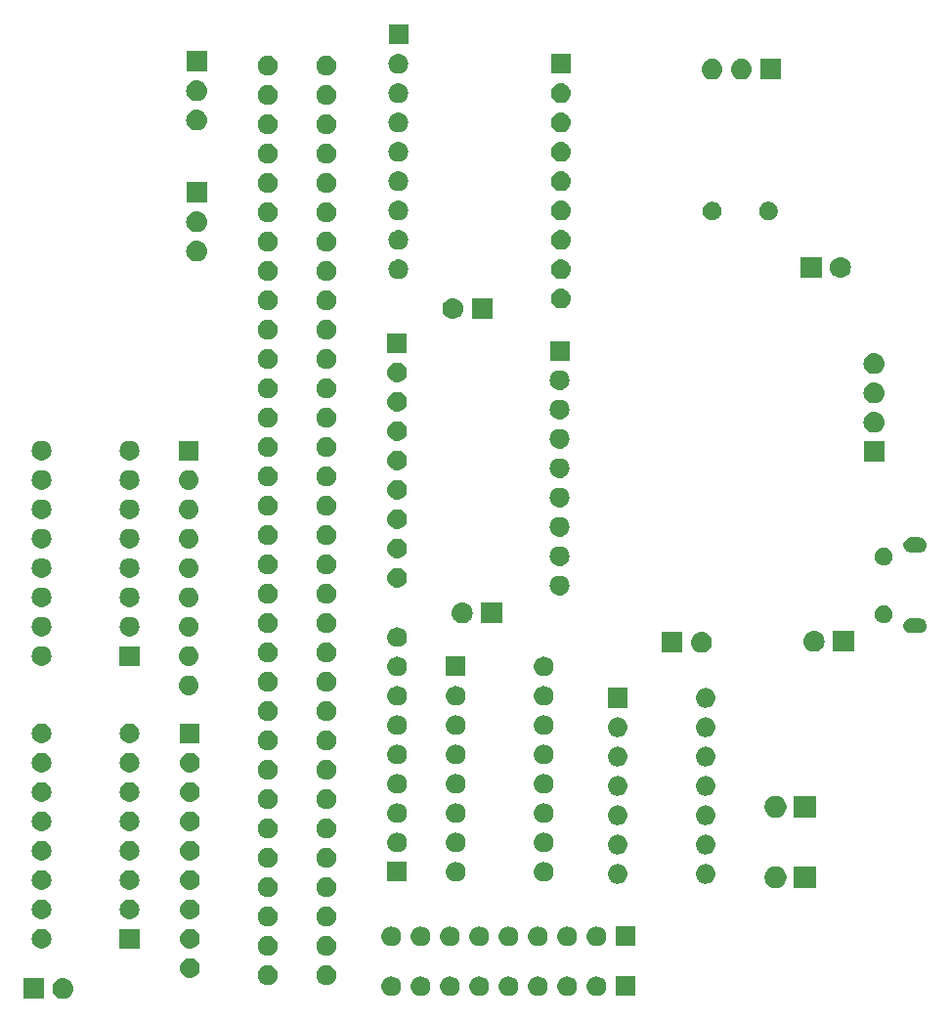
<source format=gbr>
G04 #@! TF.GenerationSoftware,KiCad,Pcbnew,(5.1.4)-1*
G04 #@! TF.CreationDate,2021-02-25T01:02:43-03:00*
G04 #@! TF.ProjectId,Flash,466c6173-682e-46b6-9963-61645f706362,rev?*
G04 #@! TF.SameCoordinates,Original*
G04 #@! TF.FileFunction,Soldermask,Bot*
G04 #@! TF.FilePolarity,Negative*
%FSLAX46Y46*%
G04 Gerber Fmt 4.6, Leading zero omitted, Abs format (unit mm)*
G04 Created by KiCad (PCBNEW (5.1.4)-1) date 2021-02-25 01:02:43*
%MOMM*%
%LPD*%
G04 APERTURE LIST*
%ADD10C,0.100000*%
G04 APERTURE END LIST*
D10*
G36*
X87181643Y-103397919D02*
G01*
X87247827Y-103404437D01*
X87417666Y-103455957D01*
X87417668Y-103455958D01*
X87495928Y-103497789D01*
X87574191Y-103539622D01*
X87609929Y-103568952D01*
X87711386Y-103652214D01*
X87794648Y-103753671D01*
X87823978Y-103789409D01*
X87907643Y-103945934D01*
X87959163Y-104115773D01*
X87976559Y-104292400D01*
X87959163Y-104469027D01*
X87907643Y-104638866D01*
X87823978Y-104795391D01*
X87820027Y-104800205D01*
X87711386Y-104932586D01*
X87609929Y-105015848D01*
X87574191Y-105045178D01*
X87417666Y-105128843D01*
X87247827Y-105180363D01*
X87181643Y-105186881D01*
X87115460Y-105193400D01*
X87026940Y-105193400D01*
X86960757Y-105186881D01*
X86894573Y-105180363D01*
X86724734Y-105128843D01*
X86568209Y-105045178D01*
X86532471Y-105015848D01*
X86431014Y-104932586D01*
X86322373Y-104800205D01*
X86318422Y-104795391D01*
X86234757Y-104638866D01*
X86183237Y-104469027D01*
X86165841Y-104292400D01*
X86183237Y-104115773D01*
X86234757Y-103945934D01*
X86318422Y-103789409D01*
X86347752Y-103753671D01*
X86431014Y-103652214D01*
X86532471Y-103568952D01*
X86568209Y-103539622D01*
X86646472Y-103497789D01*
X86724732Y-103455958D01*
X86724734Y-103455957D01*
X86894573Y-103404437D01*
X86960758Y-103397918D01*
X87026940Y-103391400D01*
X87115460Y-103391400D01*
X87181643Y-103397919D01*
X87181643Y-103397919D01*
G37*
G36*
X85432200Y-105193400D02*
G01*
X83630200Y-105193400D01*
X83630200Y-103391400D01*
X85432200Y-103391400D01*
X85432200Y-105193400D01*
X85432200Y-105193400D01*
G37*
G36*
X130926023Y-103250513D02*
G01*
X131086442Y-103299176D01*
X131187300Y-103353086D01*
X131234278Y-103378196D01*
X131363859Y-103484541D01*
X131470204Y-103614122D01*
X131470205Y-103614124D01*
X131549224Y-103761958D01*
X131597887Y-103922377D01*
X131614317Y-104089200D01*
X131597887Y-104256023D01*
X131549224Y-104416442D01*
X131478314Y-104549106D01*
X131470204Y-104564278D01*
X131363859Y-104693859D01*
X131234278Y-104800204D01*
X131234276Y-104800205D01*
X131086442Y-104879224D01*
X130926023Y-104927887D01*
X130801004Y-104940200D01*
X130717396Y-104940200D01*
X130592377Y-104927887D01*
X130431958Y-104879224D01*
X130284124Y-104800205D01*
X130284122Y-104800204D01*
X130154541Y-104693859D01*
X130048196Y-104564278D01*
X130040086Y-104549106D01*
X129969176Y-104416442D01*
X129920513Y-104256023D01*
X129904083Y-104089200D01*
X129920513Y-103922377D01*
X129969176Y-103761958D01*
X130048195Y-103614124D01*
X130048196Y-103614122D01*
X130154541Y-103484541D01*
X130284122Y-103378196D01*
X130331100Y-103353086D01*
X130431958Y-103299176D01*
X130592377Y-103250513D01*
X130717396Y-103238200D01*
X130801004Y-103238200D01*
X130926023Y-103250513D01*
X130926023Y-103250513D01*
G37*
G36*
X118226023Y-103250513D02*
G01*
X118386442Y-103299176D01*
X118487300Y-103353086D01*
X118534278Y-103378196D01*
X118663859Y-103484541D01*
X118770204Y-103614122D01*
X118770205Y-103614124D01*
X118849224Y-103761958D01*
X118897887Y-103922377D01*
X118914317Y-104089200D01*
X118897887Y-104256023D01*
X118849224Y-104416442D01*
X118778314Y-104549106D01*
X118770204Y-104564278D01*
X118663859Y-104693859D01*
X118534278Y-104800204D01*
X118534276Y-104800205D01*
X118386442Y-104879224D01*
X118226023Y-104927887D01*
X118101004Y-104940200D01*
X118017396Y-104940200D01*
X117892377Y-104927887D01*
X117731958Y-104879224D01*
X117584124Y-104800205D01*
X117584122Y-104800204D01*
X117454541Y-104693859D01*
X117348196Y-104564278D01*
X117340086Y-104549106D01*
X117269176Y-104416442D01*
X117220513Y-104256023D01*
X117204083Y-104089200D01*
X117220513Y-103922377D01*
X117269176Y-103761958D01*
X117348195Y-103614124D01*
X117348196Y-103614122D01*
X117454541Y-103484541D01*
X117584122Y-103378196D01*
X117631100Y-103353086D01*
X117731958Y-103299176D01*
X117892377Y-103250513D01*
X118017396Y-103238200D01*
X118101004Y-103238200D01*
X118226023Y-103250513D01*
X118226023Y-103250513D01*
G37*
G36*
X115686023Y-103250513D02*
G01*
X115846442Y-103299176D01*
X115947300Y-103353086D01*
X115994278Y-103378196D01*
X116123859Y-103484541D01*
X116230204Y-103614122D01*
X116230205Y-103614124D01*
X116309224Y-103761958D01*
X116357887Y-103922377D01*
X116374317Y-104089200D01*
X116357887Y-104256023D01*
X116309224Y-104416442D01*
X116238314Y-104549106D01*
X116230204Y-104564278D01*
X116123859Y-104693859D01*
X115994278Y-104800204D01*
X115994276Y-104800205D01*
X115846442Y-104879224D01*
X115686023Y-104927887D01*
X115561004Y-104940200D01*
X115477396Y-104940200D01*
X115352377Y-104927887D01*
X115191958Y-104879224D01*
X115044124Y-104800205D01*
X115044122Y-104800204D01*
X114914541Y-104693859D01*
X114808196Y-104564278D01*
X114800086Y-104549106D01*
X114729176Y-104416442D01*
X114680513Y-104256023D01*
X114664083Y-104089200D01*
X114680513Y-103922377D01*
X114729176Y-103761958D01*
X114808195Y-103614124D01*
X114808196Y-103614122D01*
X114914541Y-103484541D01*
X115044122Y-103378196D01*
X115091100Y-103353086D01*
X115191958Y-103299176D01*
X115352377Y-103250513D01*
X115477396Y-103238200D01*
X115561004Y-103238200D01*
X115686023Y-103250513D01*
X115686023Y-103250513D01*
G37*
G36*
X120766023Y-103250513D02*
G01*
X120926442Y-103299176D01*
X121027300Y-103353086D01*
X121074278Y-103378196D01*
X121203859Y-103484541D01*
X121310204Y-103614122D01*
X121310205Y-103614124D01*
X121389224Y-103761958D01*
X121437887Y-103922377D01*
X121454317Y-104089200D01*
X121437887Y-104256023D01*
X121389224Y-104416442D01*
X121318314Y-104549106D01*
X121310204Y-104564278D01*
X121203859Y-104693859D01*
X121074278Y-104800204D01*
X121074276Y-104800205D01*
X120926442Y-104879224D01*
X120766023Y-104927887D01*
X120641004Y-104940200D01*
X120557396Y-104940200D01*
X120432377Y-104927887D01*
X120271958Y-104879224D01*
X120124124Y-104800205D01*
X120124122Y-104800204D01*
X119994541Y-104693859D01*
X119888196Y-104564278D01*
X119880086Y-104549106D01*
X119809176Y-104416442D01*
X119760513Y-104256023D01*
X119744083Y-104089200D01*
X119760513Y-103922377D01*
X119809176Y-103761958D01*
X119888195Y-103614124D01*
X119888196Y-103614122D01*
X119994541Y-103484541D01*
X120124122Y-103378196D01*
X120171100Y-103353086D01*
X120271958Y-103299176D01*
X120432377Y-103250513D01*
X120557396Y-103238200D01*
X120641004Y-103238200D01*
X120766023Y-103250513D01*
X120766023Y-103250513D01*
G37*
G36*
X123306023Y-103250513D02*
G01*
X123466442Y-103299176D01*
X123567300Y-103353086D01*
X123614278Y-103378196D01*
X123743859Y-103484541D01*
X123850204Y-103614122D01*
X123850205Y-103614124D01*
X123929224Y-103761958D01*
X123977887Y-103922377D01*
X123994317Y-104089200D01*
X123977887Y-104256023D01*
X123929224Y-104416442D01*
X123858314Y-104549106D01*
X123850204Y-104564278D01*
X123743859Y-104693859D01*
X123614278Y-104800204D01*
X123614276Y-104800205D01*
X123466442Y-104879224D01*
X123306023Y-104927887D01*
X123181004Y-104940200D01*
X123097396Y-104940200D01*
X122972377Y-104927887D01*
X122811958Y-104879224D01*
X122664124Y-104800205D01*
X122664122Y-104800204D01*
X122534541Y-104693859D01*
X122428196Y-104564278D01*
X122420086Y-104549106D01*
X122349176Y-104416442D01*
X122300513Y-104256023D01*
X122284083Y-104089200D01*
X122300513Y-103922377D01*
X122349176Y-103761958D01*
X122428195Y-103614124D01*
X122428196Y-103614122D01*
X122534541Y-103484541D01*
X122664122Y-103378196D01*
X122711100Y-103353086D01*
X122811958Y-103299176D01*
X122972377Y-103250513D01*
X123097396Y-103238200D01*
X123181004Y-103238200D01*
X123306023Y-103250513D01*
X123306023Y-103250513D01*
G37*
G36*
X128386023Y-103250513D02*
G01*
X128546442Y-103299176D01*
X128647300Y-103353086D01*
X128694278Y-103378196D01*
X128823859Y-103484541D01*
X128930204Y-103614122D01*
X128930205Y-103614124D01*
X129009224Y-103761958D01*
X129057887Y-103922377D01*
X129074317Y-104089200D01*
X129057887Y-104256023D01*
X129009224Y-104416442D01*
X128938314Y-104549106D01*
X128930204Y-104564278D01*
X128823859Y-104693859D01*
X128694278Y-104800204D01*
X128694276Y-104800205D01*
X128546442Y-104879224D01*
X128386023Y-104927887D01*
X128261004Y-104940200D01*
X128177396Y-104940200D01*
X128052377Y-104927887D01*
X127891958Y-104879224D01*
X127744124Y-104800205D01*
X127744122Y-104800204D01*
X127614541Y-104693859D01*
X127508196Y-104564278D01*
X127500086Y-104549106D01*
X127429176Y-104416442D01*
X127380513Y-104256023D01*
X127364083Y-104089200D01*
X127380513Y-103922377D01*
X127429176Y-103761958D01*
X127508195Y-103614124D01*
X127508196Y-103614122D01*
X127614541Y-103484541D01*
X127744122Y-103378196D01*
X127791100Y-103353086D01*
X127891958Y-103299176D01*
X128052377Y-103250513D01*
X128177396Y-103238200D01*
X128261004Y-103238200D01*
X128386023Y-103250513D01*
X128386023Y-103250513D01*
G37*
G36*
X133466023Y-103250513D02*
G01*
X133626442Y-103299176D01*
X133727300Y-103353086D01*
X133774278Y-103378196D01*
X133903859Y-103484541D01*
X134010204Y-103614122D01*
X134010205Y-103614124D01*
X134089224Y-103761958D01*
X134137887Y-103922377D01*
X134154317Y-104089200D01*
X134137887Y-104256023D01*
X134089224Y-104416442D01*
X134018314Y-104549106D01*
X134010204Y-104564278D01*
X133903859Y-104693859D01*
X133774278Y-104800204D01*
X133774276Y-104800205D01*
X133626442Y-104879224D01*
X133466023Y-104927887D01*
X133341004Y-104940200D01*
X133257396Y-104940200D01*
X133132377Y-104927887D01*
X132971958Y-104879224D01*
X132824124Y-104800205D01*
X132824122Y-104800204D01*
X132694541Y-104693859D01*
X132588196Y-104564278D01*
X132580086Y-104549106D01*
X132509176Y-104416442D01*
X132460513Y-104256023D01*
X132444083Y-104089200D01*
X132460513Y-103922377D01*
X132509176Y-103761958D01*
X132588195Y-103614124D01*
X132588196Y-103614122D01*
X132694541Y-103484541D01*
X132824122Y-103378196D01*
X132871100Y-103353086D01*
X132971958Y-103299176D01*
X133132377Y-103250513D01*
X133257396Y-103238200D01*
X133341004Y-103238200D01*
X133466023Y-103250513D01*
X133466023Y-103250513D01*
G37*
G36*
X136690200Y-104940200D02*
G01*
X134988200Y-104940200D01*
X134988200Y-103238200D01*
X136690200Y-103238200D01*
X136690200Y-104940200D01*
X136690200Y-104940200D01*
G37*
G36*
X125846023Y-103250513D02*
G01*
X126006442Y-103299176D01*
X126107300Y-103353086D01*
X126154278Y-103378196D01*
X126283859Y-103484541D01*
X126390204Y-103614122D01*
X126390205Y-103614124D01*
X126469224Y-103761958D01*
X126517887Y-103922377D01*
X126534317Y-104089200D01*
X126517887Y-104256023D01*
X126469224Y-104416442D01*
X126398314Y-104549106D01*
X126390204Y-104564278D01*
X126283859Y-104693859D01*
X126154278Y-104800204D01*
X126154276Y-104800205D01*
X126006442Y-104879224D01*
X125846023Y-104927887D01*
X125721004Y-104940200D01*
X125637396Y-104940200D01*
X125512377Y-104927887D01*
X125351958Y-104879224D01*
X125204124Y-104800205D01*
X125204122Y-104800204D01*
X125074541Y-104693859D01*
X124968196Y-104564278D01*
X124960086Y-104549106D01*
X124889176Y-104416442D01*
X124840513Y-104256023D01*
X124824083Y-104089200D01*
X124840513Y-103922377D01*
X124889176Y-103761958D01*
X124968195Y-103614124D01*
X124968196Y-103614122D01*
X125074541Y-103484541D01*
X125204122Y-103378196D01*
X125251100Y-103353086D01*
X125351958Y-103299176D01*
X125512377Y-103250513D01*
X125637396Y-103238200D01*
X125721004Y-103238200D01*
X125846023Y-103250513D01*
X125846023Y-103250513D01*
G37*
G36*
X105052303Y-102293587D02*
G01*
X105209468Y-102358687D01*
X105350913Y-102453198D01*
X105471202Y-102573487D01*
X105565713Y-102714932D01*
X105630813Y-102872097D01*
X105664000Y-103038943D01*
X105664000Y-103209057D01*
X105630813Y-103375903D01*
X105565713Y-103533068D01*
X105471202Y-103674513D01*
X105350913Y-103794802D01*
X105209468Y-103889313D01*
X105052303Y-103954413D01*
X104885457Y-103987600D01*
X104715343Y-103987600D01*
X104548497Y-103954413D01*
X104391332Y-103889313D01*
X104249887Y-103794802D01*
X104129598Y-103674513D01*
X104035087Y-103533068D01*
X103969987Y-103375903D01*
X103936800Y-103209057D01*
X103936800Y-103038943D01*
X103969987Y-102872097D01*
X104035087Y-102714932D01*
X104129598Y-102573487D01*
X104249887Y-102453198D01*
X104391332Y-102358687D01*
X104548497Y-102293587D01*
X104715343Y-102260400D01*
X104885457Y-102260400D01*
X105052303Y-102293587D01*
X105052303Y-102293587D01*
G37*
G36*
X110132303Y-102293587D02*
G01*
X110289468Y-102358687D01*
X110430913Y-102453198D01*
X110551202Y-102573487D01*
X110645713Y-102714932D01*
X110710813Y-102872097D01*
X110744000Y-103038943D01*
X110744000Y-103209057D01*
X110710813Y-103375903D01*
X110645713Y-103533068D01*
X110551202Y-103674513D01*
X110430913Y-103794802D01*
X110289468Y-103889313D01*
X110132303Y-103954413D01*
X109965457Y-103987600D01*
X109795343Y-103987600D01*
X109628497Y-103954413D01*
X109471332Y-103889313D01*
X109329887Y-103794802D01*
X109209598Y-103674513D01*
X109115087Y-103533068D01*
X109049987Y-103375903D01*
X109016800Y-103209057D01*
X109016800Y-103038943D01*
X109049987Y-102872097D01*
X109115087Y-102714932D01*
X109209598Y-102573487D01*
X109329887Y-102453198D01*
X109471332Y-102358687D01*
X109628497Y-102293587D01*
X109795343Y-102260400D01*
X109965457Y-102260400D01*
X110132303Y-102293587D01*
X110132303Y-102293587D01*
G37*
G36*
X98236223Y-101675713D02*
G01*
X98396642Y-101724376D01*
X98529306Y-101795286D01*
X98544478Y-101803396D01*
X98674059Y-101909741D01*
X98780404Y-102039322D01*
X98780405Y-102039324D01*
X98859424Y-102187158D01*
X98908087Y-102347577D01*
X98924517Y-102514400D01*
X98908087Y-102681223D01*
X98859424Y-102841642D01*
X98788514Y-102974306D01*
X98780404Y-102989478D01*
X98674059Y-103119059D01*
X98544478Y-103225404D01*
X98544476Y-103225405D01*
X98396642Y-103304424D01*
X98236223Y-103353087D01*
X98111204Y-103365400D01*
X98027596Y-103365400D01*
X97902577Y-103353087D01*
X97742158Y-103304424D01*
X97594324Y-103225405D01*
X97594322Y-103225404D01*
X97464741Y-103119059D01*
X97358396Y-102989478D01*
X97350286Y-102974306D01*
X97279376Y-102841642D01*
X97230713Y-102681223D01*
X97214283Y-102514400D01*
X97230713Y-102347577D01*
X97279376Y-102187158D01*
X97358395Y-102039324D01*
X97358396Y-102039322D01*
X97464741Y-101909741D01*
X97594322Y-101803396D01*
X97609494Y-101795286D01*
X97742158Y-101724376D01*
X97902577Y-101675713D01*
X98027596Y-101663400D01*
X98111204Y-101663400D01*
X98236223Y-101675713D01*
X98236223Y-101675713D01*
G37*
G36*
X105052303Y-99753587D02*
G01*
X105209468Y-99818687D01*
X105350913Y-99913198D01*
X105471202Y-100033487D01*
X105565713Y-100174932D01*
X105630813Y-100332097D01*
X105664000Y-100498943D01*
X105664000Y-100669057D01*
X105630813Y-100835903D01*
X105565713Y-100993068D01*
X105471202Y-101134513D01*
X105350913Y-101254802D01*
X105209468Y-101349313D01*
X105052303Y-101414413D01*
X104885457Y-101447600D01*
X104715343Y-101447600D01*
X104548497Y-101414413D01*
X104391332Y-101349313D01*
X104249887Y-101254802D01*
X104129598Y-101134513D01*
X104035087Y-100993068D01*
X103969987Y-100835903D01*
X103936800Y-100669057D01*
X103936800Y-100498943D01*
X103969987Y-100332097D01*
X104035087Y-100174932D01*
X104129598Y-100033487D01*
X104249887Y-99913198D01*
X104391332Y-99818687D01*
X104548497Y-99753587D01*
X104715343Y-99720400D01*
X104885457Y-99720400D01*
X105052303Y-99753587D01*
X105052303Y-99753587D01*
G37*
G36*
X110132303Y-99753587D02*
G01*
X110289468Y-99818687D01*
X110430913Y-99913198D01*
X110551202Y-100033487D01*
X110645713Y-100174932D01*
X110710813Y-100332097D01*
X110744000Y-100498943D01*
X110744000Y-100669057D01*
X110710813Y-100835903D01*
X110645713Y-100993068D01*
X110551202Y-101134513D01*
X110430913Y-101254802D01*
X110289468Y-101349313D01*
X110132303Y-101414413D01*
X109965457Y-101447600D01*
X109795343Y-101447600D01*
X109628497Y-101414413D01*
X109471332Y-101349313D01*
X109329887Y-101254802D01*
X109209598Y-101134513D01*
X109115087Y-100993068D01*
X109049987Y-100835903D01*
X109016800Y-100669057D01*
X109016800Y-100498943D01*
X109049987Y-100332097D01*
X109115087Y-100174932D01*
X109209598Y-100033487D01*
X109329887Y-99913198D01*
X109471332Y-99818687D01*
X109628497Y-99753587D01*
X109795343Y-99720400D01*
X109965457Y-99720400D01*
X110132303Y-99753587D01*
X110132303Y-99753587D01*
G37*
G36*
X85383823Y-99135713D02*
G01*
X85544242Y-99184376D01*
X85676906Y-99255286D01*
X85692078Y-99263396D01*
X85821659Y-99369741D01*
X85928004Y-99499322D01*
X85928005Y-99499324D01*
X86007024Y-99647158D01*
X86055687Y-99807577D01*
X86072117Y-99974400D01*
X86055687Y-100141223D01*
X86007024Y-100301642D01*
X85967354Y-100375859D01*
X85928004Y-100449478D01*
X85821659Y-100579059D01*
X85692078Y-100685404D01*
X85692076Y-100685405D01*
X85544242Y-100764424D01*
X85383823Y-100813087D01*
X85258804Y-100825400D01*
X85175196Y-100825400D01*
X85050177Y-100813087D01*
X84889758Y-100764424D01*
X84741924Y-100685405D01*
X84741922Y-100685404D01*
X84612341Y-100579059D01*
X84505996Y-100449478D01*
X84466646Y-100375859D01*
X84426976Y-100301642D01*
X84378313Y-100141223D01*
X84361883Y-99974400D01*
X84378313Y-99807577D01*
X84426976Y-99647158D01*
X84505995Y-99499324D01*
X84505996Y-99499322D01*
X84612341Y-99369741D01*
X84741922Y-99263396D01*
X84757094Y-99255286D01*
X84889758Y-99184376D01*
X85050177Y-99135713D01*
X85175196Y-99123400D01*
X85258804Y-99123400D01*
X85383823Y-99135713D01*
X85383823Y-99135713D01*
G37*
G36*
X98236223Y-99135713D02*
G01*
X98396642Y-99184376D01*
X98529306Y-99255286D01*
X98544478Y-99263396D01*
X98674059Y-99369741D01*
X98780404Y-99499322D01*
X98780405Y-99499324D01*
X98859424Y-99647158D01*
X98908087Y-99807577D01*
X98924517Y-99974400D01*
X98908087Y-100141223D01*
X98859424Y-100301642D01*
X98819754Y-100375859D01*
X98780404Y-100449478D01*
X98674059Y-100579059D01*
X98544478Y-100685404D01*
X98544476Y-100685405D01*
X98396642Y-100764424D01*
X98236223Y-100813087D01*
X98111204Y-100825400D01*
X98027596Y-100825400D01*
X97902577Y-100813087D01*
X97742158Y-100764424D01*
X97594324Y-100685405D01*
X97594322Y-100685404D01*
X97464741Y-100579059D01*
X97358396Y-100449478D01*
X97319046Y-100375859D01*
X97279376Y-100301642D01*
X97230713Y-100141223D01*
X97214283Y-99974400D01*
X97230713Y-99807577D01*
X97279376Y-99647158D01*
X97358395Y-99499324D01*
X97358396Y-99499322D01*
X97464741Y-99369741D01*
X97594322Y-99263396D01*
X97609494Y-99255286D01*
X97742158Y-99184376D01*
X97902577Y-99135713D01*
X98027596Y-99123400D01*
X98111204Y-99123400D01*
X98236223Y-99135713D01*
X98236223Y-99135713D01*
G37*
G36*
X93688000Y-100825400D02*
G01*
X91986000Y-100825400D01*
X91986000Y-99123400D01*
X93688000Y-99123400D01*
X93688000Y-100825400D01*
X93688000Y-100825400D01*
G37*
G36*
X136690200Y-100622200D02*
G01*
X134988200Y-100622200D01*
X134988200Y-98920200D01*
X136690200Y-98920200D01*
X136690200Y-100622200D01*
X136690200Y-100622200D01*
G37*
G36*
X118226023Y-98932513D02*
G01*
X118386442Y-98981176D01*
X118519106Y-99052086D01*
X118534278Y-99060196D01*
X118663859Y-99166541D01*
X118770204Y-99296122D01*
X118770205Y-99296124D01*
X118849224Y-99443958D01*
X118897887Y-99604377D01*
X118914317Y-99771200D01*
X118897887Y-99938023D01*
X118849224Y-100098442D01*
X118778314Y-100231106D01*
X118770204Y-100246278D01*
X118663859Y-100375859D01*
X118534278Y-100482204D01*
X118534276Y-100482205D01*
X118386442Y-100561224D01*
X118226023Y-100609887D01*
X118101004Y-100622200D01*
X118017396Y-100622200D01*
X117892377Y-100609887D01*
X117731958Y-100561224D01*
X117584124Y-100482205D01*
X117584122Y-100482204D01*
X117454541Y-100375859D01*
X117348196Y-100246278D01*
X117340086Y-100231106D01*
X117269176Y-100098442D01*
X117220513Y-99938023D01*
X117204083Y-99771200D01*
X117220513Y-99604377D01*
X117269176Y-99443958D01*
X117348195Y-99296124D01*
X117348196Y-99296122D01*
X117454541Y-99166541D01*
X117584122Y-99060196D01*
X117599294Y-99052086D01*
X117731958Y-98981176D01*
X117892377Y-98932513D01*
X118017396Y-98920200D01*
X118101004Y-98920200D01*
X118226023Y-98932513D01*
X118226023Y-98932513D01*
G37*
G36*
X115686023Y-98932513D02*
G01*
X115846442Y-98981176D01*
X115979106Y-99052086D01*
X115994278Y-99060196D01*
X116123859Y-99166541D01*
X116230204Y-99296122D01*
X116230205Y-99296124D01*
X116309224Y-99443958D01*
X116357887Y-99604377D01*
X116374317Y-99771200D01*
X116357887Y-99938023D01*
X116309224Y-100098442D01*
X116238314Y-100231106D01*
X116230204Y-100246278D01*
X116123859Y-100375859D01*
X115994278Y-100482204D01*
X115994276Y-100482205D01*
X115846442Y-100561224D01*
X115686023Y-100609887D01*
X115561004Y-100622200D01*
X115477396Y-100622200D01*
X115352377Y-100609887D01*
X115191958Y-100561224D01*
X115044124Y-100482205D01*
X115044122Y-100482204D01*
X114914541Y-100375859D01*
X114808196Y-100246278D01*
X114800086Y-100231106D01*
X114729176Y-100098442D01*
X114680513Y-99938023D01*
X114664083Y-99771200D01*
X114680513Y-99604377D01*
X114729176Y-99443958D01*
X114808195Y-99296124D01*
X114808196Y-99296122D01*
X114914541Y-99166541D01*
X115044122Y-99060196D01*
X115059294Y-99052086D01*
X115191958Y-98981176D01*
X115352377Y-98932513D01*
X115477396Y-98920200D01*
X115561004Y-98920200D01*
X115686023Y-98932513D01*
X115686023Y-98932513D01*
G37*
G36*
X120766023Y-98932513D02*
G01*
X120926442Y-98981176D01*
X121059106Y-99052086D01*
X121074278Y-99060196D01*
X121203859Y-99166541D01*
X121310204Y-99296122D01*
X121310205Y-99296124D01*
X121389224Y-99443958D01*
X121437887Y-99604377D01*
X121454317Y-99771200D01*
X121437887Y-99938023D01*
X121389224Y-100098442D01*
X121318314Y-100231106D01*
X121310204Y-100246278D01*
X121203859Y-100375859D01*
X121074278Y-100482204D01*
X121074276Y-100482205D01*
X120926442Y-100561224D01*
X120766023Y-100609887D01*
X120641004Y-100622200D01*
X120557396Y-100622200D01*
X120432377Y-100609887D01*
X120271958Y-100561224D01*
X120124124Y-100482205D01*
X120124122Y-100482204D01*
X119994541Y-100375859D01*
X119888196Y-100246278D01*
X119880086Y-100231106D01*
X119809176Y-100098442D01*
X119760513Y-99938023D01*
X119744083Y-99771200D01*
X119760513Y-99604377D01*
X119809176Y-99443958D01*
X119888195Y-99296124D01*
X119888196Y-99296122D01*
X119994541Y-99166541D01*
X120124122Y-99060196D01*
X120139294Y-99052086D01*
X120271958Y-98981176D01*
X120432377Y-98932513D01*
X120557396Y-98920200D01*
X120641004Y-98920200D01*
X120766023Y-98932513D01*
X120766023Y-98932513D01*
G37*
G36*
X125846023Y-98932513D02*
G01*
X126006442Y-98981176D01*
X126139106Y-99052086D01*
X126154278Y-99060196D01*
X126283859Y-99166541D01*
X126390204Y-99296122D01*
X126390205Y-99296124D01*
X126469224Y-99443958D01*
X126517887Y-99604377D01*
X126534317Y-99771200D01*
X126517887Y-99938023D01*
X126469224Y-100098442D01*
X126398314Y-100231106D01*
X126390204Y-100246278D01*
X126283859Y-100375859D01*
X126154278Y-100482204D01*
X126154276Y-100482205D01*
X126006442Y-100561224D01*
X125846023Y-100609887D01*
X125721004Y-100622200D01*
X125637396Y-100622200D01*
X125512377Y-100609887D01*
X125351958Y-100561224D01*
X125204124Y-100482205D01*
X125204122Y-100482204D01*
X125074541Y-100375859D01*
X124968196Y-100246278D01*
X124960086Y-100231106D01*
X124889176Y-100098442D01*
X124840513Y-99938023D01*
X124824083Y-99771200D01*
X124840513Y-99604377D01*
X124889176Y-99443958D01*
X124968195Y-99296124D01*
X124968196Y-99296122D01*
X125074541Y-99166541D01*
X125204122Y-99060196D01*
X125219294Y-99052086D01*
X125351958Y-98981176D01*
X125512377Y-98932513D01*
X125637396Y-98920200D01*
X125721004Y-98920200D01*
X125846023Y-98932513D01*
X125846023Y-98932513D01*
G37*
G36*
X128386023Y-98932513D02*
G01*
X128546442Y-98981176D01*
X128679106Y-99052086D01*
X128694278Y-99060196D01*
X128823859Y-99166541D01*
X128930204Y-99296122D01*
X128930205Y-99296124D01*
X129009224Y-99443958D01*
X129057887Y-99604377D01*
X129074317Y-99771200D01*
X129057887Y-99938023D01*
X129009224Y-100098442D01*
X128938314Y-100231106D01*
X128930204Y-100246278D01*
X128823859Y-100375859D01*
X128694278Y-100482204D01*
X128694276Y-100482205D01*
X128546442Y-100561224D01*
X128386023Y-100609887D01*
X128261004Y-100622200D01*
X128177396Y-100622200D01*
X128052377Y-100609887D01*
X127891958Y-100561224D01*
X127744124Y-100482205D01*
X127744122Y-100482204D01*
X127614541Y-100375859D01*
X127508196Y-100246278D01*
X127500086Y-100231106D01*
X127429176Y-100098442D01*
X127380513Y-99938023D01*
X127364083Y-99771200D01*
X127380513Y-99604377D01*
X127429176Y-99443958D01*
X127508195Y-99296124D01*
X127508196Y-99296122D01*
X127614541Y-99166541D01*
X127744122Y-99060196D01*
X127759294Y-99052086D01*
X127891958Y-98981176D01*
X128052377Y-98932513D01*
X128177396Y-98920200D01*
X128261004Y-98920200D01*
X128386023Y-98932513D01*
X128386023Y-98932513D01*
G37*
G36*
X130926023Y-98932513D02*
G01*
X131086442Y-98981176D01*
X131219106Y-99052086D01*
X131234278Y-99060196D01*
X131363859Y-99166541D01*
X131470204Y-99296122D01*
X131470205Y-99296124D01*
X131549224Y-99443958D01*
X131597887Y-99604377D01*
X131614317Y-99771200D01*
X131597887Y-99938023D01*
X131549224Y-100098442D01*
X131478314Y-100231106D01*
X131470204Y-100246278D01*
X131363859Y-100375859D01*
X131234278Y-100482204D01*
X131234276Y-100482205D01*
X131086442Y-100561224D01*
X130926023Y-100609887D01*
X130801004Y-100622200D01*
X130717396Y-100622200D01*
X130592377Y-100609887D01*
X130431958Y-100561224D01*
X130284124Y-100482205D01*
X130284122Y-100482204D01*
X130154541Y-100375859D01*
X130048196Y-100246278D01*
X130040086Y-100231106D01*
X129969176Y-100098442D01*
X129920513Y-99938023D01*
X129904083Y-99771200D01*
X129920513Y-99604377D01*
X129969176Y-99443958D01*
X130048195Y-99296124D01*
X130048196Y-99296122D01*
X130154541Y-99166541D01*
X130284122Y-99060196D01*
X130299294Y-99052086D01*
X130431958Y-98981176D01*
X130592377Y-98932513D01*
X130717396Y-98920200D01*
X130801004Y-98920200D01*
X130926023Y-98932513D01*
X130926023Y-98932513D01*
G37*
G36*
X133466023Y-98932513D02*
G01*
X133626442Y-98981176D01*
X133759106Y-99052086D01*
X133774278Y-99060196D01*
X133903859Y-99166541D01*
X134010204Y-99296122D01*
X134010205Y-99296124D01*
X134089224Y-99443958D01*
X134137887Y-99604377D01*
X134154317Y-99771200D01*
X134137887Y-99938023D01*
X134089224Y-100098442D01*
X134018314Y-100231106D01*
X134010204Y-100246278D01*
X133903859Y-100375859D01*
X133774278Y-100482204D01*
X133774276Y-100482205D01*
X133626442Y-100561224D01*
X133466023Y-100609887D01*
X133341004Y-100622200D01*
X133257396Y-100622200D01*
X133132377Y-100609887D01*
X132971958Y-100561224D01*
X132824124Y-100482205D01*
X132824122Y-100482204D01*
X132694541Y-100375859D01*
X132588196Y-100246278D01*
X132580086Y-100231106D01*
X132509176Y-100098442D01*
X132460513Y-99938023D01*
X132444083Y-99771200D01*
X132460513Y-99604377D01*
X132509176Y-99443958D01*
X132588195Y-99296124D01*
X132588196Y-99296122D01*
X132694541Y-99166541D01*
X132824122Y-99060196D01*
X132839294Y-99052086D01*
X132971958Y-98981176D01*
X133132377Y-98932513D01*
X133257396Y-98920200D01*
X133341004Y-98920200D01*
X133466023Y-98932513D01*
X133466023Y-98932513D01*
G37*
G36*
X123306023Y-98932513D02*
G01*
X123466442Y-98981176D01*
X123599106Y-99052086D01*
X123614278Y-99060196D01*
X123743859Y-99166541D01*
X123850204Y-99296122D01*
X123850205Y-99296124D01*
X123929224Y-99443958D01*
X123977887Y-99604377D01*
X123994317Y-99771200D01*
X123977887Y-99938023D01*
X123929224Y-100098442D01*
X123858314Y-100231106D01*
X123850204Y-100246278D01*
X123743859Y-100375859D01*
X123614278Y-100482204D01*
X123614276Y-100482205D01*
X123466442Y-100561224D01*
X123306023Y-100609887D01*
X123181004Y-100622200D01*
X123097396Y-100622200D01*
X122972377Y-100609887D01*
X122811958Y-100561224D01*
X122664124Y-100482205D01*
X122664122Y-100482204D01*
X122534541Y-100375859D01*
X122428196Y-100246278D01*
X122420086Y-100231106D01*
X122349176Y-100098442D01*
X122300513Y-99938023D01*
X122284083Y-99771200D01*
X122300513Y-99604377D01*
X122349176Y-99443958D01*
X122428195Y-99296124D01*
X122428196Y-99296122D01*
X122534541Y-99166541D01*
X122664122Y-99060196D01*
X122679294Y-99052086D01*
X122811958Y-98981176D01*
X122972377Y-98932513D01*
X123097396Y-98920200D01*
X123181004Y-98920200D01*
X123306023Y-98932513D01*
X123306023Y-98932513D01*
G37*
G36*
X105052303Y-97213587D02*
G01*
X105209468Y-97278687D01*
X105350913Y-97373198D01*
X105471202Y-97493487D01*
X105565713Y-97634932D01*
X105630813Y-97792097D01*
X105664000Y-97958943D01*
X105664000Y-98129057D01*
X105630813Y-98295903D01*
X105565713Y-98453068D01*
X105471202Y-98594513D01*
X105350913Y-98714802D01*
X105209468Y-98809313D01*
X105052303Y-98874413D01*
X104885457Y-98907600D01*
X104715343Y-98907600D01*
X104548497Y-98874413D01*
X104391332Y-98809313D01*
X104249887Y-98714802D01*
X104129598Y-98594513D01*
X104035087Y-98453068D01*
X103969987Y-98295903D01*
X103936800Y-98129057D01*
X103936800Y-97958943D01*
X103969987Y-97792097D01*
X104035087Y-97634932D01*
X104129598Y-97493487D01*
X104249887Y-97373198D01*
X104391332Y-97278687D01*
X104548497Y-97213587D01*
X104715343Y-97180400D01*
X104885457Y-97180400D01*
X105052303Y-97213587D01*
X105052303Y-97213587D01*
G37*
G36*
X110132303Y-97213587D02*
G01*
X110289468Y-97278687D01*
X110430913Y-97373198D01*
X110551202Y-97493487D01*
X110645713Y-97634932D01*
X110710813Y-97792097D01*
X110744000Y-97958943D01*
X110744000Y-98129057D01*
X110710813Y-98295903D01*
X110645713Y-98453068D01*
X110551202Y-98594513D01*
X110430913Y-98714802D01*
X110289468Y-98809313D01*
X110132303Y-98874413D01*
X109965457Y-98907600D01*
X109795343Y-98907600D01*
X109628497Y-98874413D01*
X109471332Y-98809313D01*
X109329887Y-98714802D01*
X109209598Y-98594513D01*
X109115087Y-98453068D01*
X109049987Y-98295903D01*
X109016800Y-98129057D01*
X109016800Y-97958943D01*
X109049987Y-97792097D01*
X109115087Y-97634932D01*
X109209598Y-97493487D01*
X109329887Y-97373198D01*
X109471332Y-97278687D01*
X109628497Y-97213587D01*
X109795343Y-97180400D01*
X109965457Y-97180400D01*
X110132303Y-97213587D01*
X110132303Y-97213587D01*
G37*
G36*
X98236223Y-96595713D02*
G01*
X98396642Y-96644376D01*
X98529306Y-96715286D01*
X98544478Y-96723396D01*
X98674059Y-96829741D01*
X98780404Y-96959322D01*
X98780405Y-96959324D01*
X98859424Y-97107158D01*
X98908087Y-97267577D01*
X98924517Y-97434400D01*
X98908087Y-97601223D01*
X98859424Y-97761642D01*
X98788514Y-97894306D01*
X98780404Y-97909478D01*
X98674059Y-98039059D01*
X98544478Y-98145404D01*
X98544476Y-98145405D01*
X98396642Y-98224424D01*
X98236223Y-98273087D01*
X98111204Y-98285400D01*
X98027596Y-98285400D01*
X97902577Y-98273087D01*
X97742158Y-98224424D01*
X97594324Y-98145405D01*
X97594322Y-98145404D01*
X97464741Y-98039059D01*
X97358396Y-97909478D01*
X97350286Y-97894306D01*
X97279376Y-97761642D01*
X97230713Y-97601223D01*
X97214283Y-97434400D01*
X97230713Y-97267577D01*
X97279376Y-97107158D01*
X97358395Y-96959324D01*
X97358396Y-96959322D01*
X97464741Y-96829741D01*
X97594322Y-96723396D01*
X97609494Y-96715286D01*
X97742158Y-96644376D01*
X97902577Y-96595713D01*
X98027596Y-96583400D01*
X98111204Y-96583400D01*
X98236223Y-96595713D01*
X98236223Y-96595713D01*
G37*
G36*
X93003823Y-96595713D02*
G01*
X93164242Y-96644376D01*
X93296906Y-96715286D01*
X93312078Y-96723396D01*
X93441659Y-96829741D01*
X93548004Y-96959322D01*
X93548005Y-96959324D01*
X93627024Y-97107158D01*
X93675687Y-97267577D01*
X93692117Y-97434400D01*
X93675687Y-97601223D01*
X93627024Y-97761642D01*
X93556114Y-97894306D01*
X93548004Y-97909478D01*
X93441659Y-98039059D01*
X93312078Y-98145404D01*
X93312076Y-98145405D01*
X93164242Y-98224424D01*
X93003823Y-98273087D01*
X92878804Y-98285400D01*
X92795196Y-98285400D01*
X92670177Y-98273087D01*
X92509758Y-98224424D01*
X92361924Y-98145405D01*
X92361922Y-98145404D01*
X92232341Y-98039059D01*
X92125996Y-97909478D01*
X92117886Y-97894306D01*
X92046976Y-97761642D01*
X91998313Y-97601223D01*
X91981883Y-97434400D01*
X91998313Y-97267577D01*
X92046976Y-97107158D01*
X92125995Y-96959324D01*
X92125996Y-96959322D01*
X92232341Y-96829741D01*
X92361922Y-96723396D01*
X92377094Y-96715286D01*
X92509758Y-96644376D01*
X92670177Y-96595713D01*
X92795196Y-96583400D01*
X92878804Y-96583400D01*
X93003823Y-96595713D01*
X93003823Y-96595713D01*
G37*
G36*
X85383823Y-96595713D02*
G01*
X85544242Y-96644376D01*
X85676906Y-96715286D01*
X85692078Y-96723396D01*
X85821659Y-96829741D01*
X85928004Y-96959322D01*
X85928005Y-96959324D01*
X86007024Y-97107158D01*
X86055687Y-97267577D01*
X86072117Y-97434400D01*
X86055687Y-97601223D01*
X86007024Y-97761642D01*
X85936114Y-97894306D01*
X85928004Y-97909478D01*
X85821659Y-98039059D01*
X85692078Y-98145404D01*
X85692076Y-98145405D01*
X85544242Y-98224424D01*
X85383823Y-98273087D01*
X85258804Y-98285400D01*
X85175196Y-98285400D01*
X85050177Y-98273087D01*
X84889758Y-98224424D01*
X84741924Y-98145405D01*
X84741922Y-98145404D01*
X84612341Y-98039059D01*
X84505996Y-97909478D01*
X84497886Y-97894306D01*
X84426976Y-97761642D01*
X84378313Y-97601223D01*
X84361883Y-97434400D01*
X84378313Y-97267577D01*
X84426976Y-97107158D01*
X84505995Y-96959324D01*
X84505996Y-96959322D01*
X84612341Y-96829741D01*
X84741922Y-96723396D01*
X84757094Y-96715286D01*
X84889758Y-96644376D01*
X85050177Y-96595713D01*
X85175196Y-96583400D01*
X85258804Y-96583400D01*
X85383823Y-96595713D01*
X85383823Y-96595713D01*
G37*
G36*
X110132303Y-94673587D02*
G01*
X110289468Y-94738687D01*
X110430913Y-94833198D01*
X110551202Y-94953487D01*
X110645713Y-95094932D01*
X110710813Y-95252097D01*
X110744000Y-95418943D01*
X110744000Y-95589057D01*
X110710813Y-95755903D01*
X110645713Y-95913068D01*
X110551202Y-96054513D01*
X110430913Y-96174802D01*
X110289468Y-96269313D01*
X110132303Y-96334413D01*
X109965457Y-96367600D01*
X109795343Y-96367600D01*
X109628497Y-96334413D01*
X109471332Y-96269313D01*
X109329887Y-96174802D01*
X109209598Y-96054513D01*
X109115087Y-95913068D01*
X109049987Y-95755903D01*
X109016800Y-95589057D01*
X109016800Y-95418943D01*
X109049987Y-95252097D01*
X109115087Y-95094932D01*
X109209598Y-94953487D01*
X109329887Y-94833198D01*
X109471332Y-94738687D01*
X109628497Y-94673587D01*
X109795343Y-94640400D01*
X109965457Y-94640400D01*
X110132303Y-94673587D01*
X110132303Y-94673587D01*
G37*
G36*
X105052303Y-94673587D02*
G01*
X105209468Y-94738687D01*
X105350913Y-94833198D01*
X105471202Y-94953487D01*
X105565713Y-95094932D01*
X105630813Y-95252097D01*
X105664000Y-95418943D01*
X105664000Y-95589057D01*
X105630813Y-95755903D01*
X105565713Y-95913068D01*
X105471202Y-96054513D01*
X105350913Y-96174802D01*
X105209468Y-96269313D01*
X105052303Y-96334413D01*
X104885457Y-96367600D01*
X104715343Y-96367600D01*
X104548497Y-96334413D01*
X104391332Y-96269313D01*
X104249887Y-96174802D01*
X104129598Y-96054513D01*
X104035087Y-95913068D01*
X103969987Y-95755903D01*
X103936800Y-95589057D01*
X103936800Y-95418943D01*
X103969987Y-95252097D01*
X104035087Y-95094932D01*
X104129598Y-94953487D01*
X104249887Y-94833198D01*
X104391332Y-94738687D01*
X104548497Y-94673587D01*
X104715343Y-94640400D01*
X104885457Y-94640400D01*
X105052303Y-94673587D01*
X105052303Y-94673587D01*
G37*
G36*
X98236223Y-94055713D02*
G01*
X98396642Y-94104376D01*
X98529306Y-94175286D01*
X98544478Y-94183396D01*
X98674059Y-94289741D01*
X98780404Y-94419322D01*
X98780405Y-94419324D01*
X98859424Y-94567158D01*
X98908087Y-94727577D01*
X98924517Y-94894400D01*
X98908087Y-95061223D01*
X98859424Y-95221642D01*
X98788514Y-95354306D01*
X98780404Y-95369478D01*
X98674059Y-95499059D01*
X98544478Y-95605404D01*
X98544476Y-95605405D01*
X98396642Y-95684424D01*
X98236223Y-95733087D01*
X98111204Y-95745400D01*
X98027596Y-95745400D01*
X97902577Y-95733087D01*
X97742158Y-95684424D01*
X97594324Y-95605405D01*
X97594322Y-95605404D01*
X97464741Y-95499059D01*
X97358396Y-95369478D01*
X97350286Y-95354306D01*
X97279376Y-95221642D01*
X97230713Y-95061223D01*
X97214283Y-94894400D01*
X97230713Y-94727577D01*
X97279376Y-94567158D01*
X97358395Y-94419324D01*
X97358396Y-94419322D01*
X97464741Y-94289741D01*
X97594322Y-94183396D01*
X97609494Y-94175286D01*
X97742158Y-94104376D01*
X97902577Y-94055713D01*
X98027596Y-94043400D01*
X98111204Y-94043400D01*
X98236223Y-94055713D01*
X98236223Y-94055713D01*
G37*
G36*
X85383823Y-94055713D02*
G01*
X85544242Y-94104376D01*
X85676906Y-94175286D01*
X85692078Y-94183396D01*
X85821659Y-94289741D01*
X85928004Y-94419322D01*
X85928005Y-94419324D01*
X86007024Y-94567158D01*
X86055687Y-94727577D01*
X86072117Y-94894400D01*
X86055687Y-95061223D01*
X86007024Y-95221642D01*
X85936114Y-95354306D01*
X85928004Y-95369478D01*
X85821659Y-95499059D01*
X85692078Y-95605404D01*
X85692076Y-95605405D01*
X85544242Y-95684424D01*
X85383823Y-95733087D01*
X85258804Y-95745400D01*
X85175196Y-95745400D01*
X85050177Y-95733087D01*
X84889758Y-95684424D01*
X84741924Y-95605405D01*
X84741922Y-95605404D01*
X84612341Y-95499059D01*
X84505996Y-95369478D01*
X84497886Y-95354306D01*
X84426976Y-95221642D01*
X84378313Y-95061223D01*
X84361883Y-94894400D01*
X84378313Y-94727577D01*
X84426976Y-94567158D01*
X84505995Y-94419324D01*
X84505996Y-94419322D01*
X84612341Y-94289741D01*
X84741922Y-94183396D01*
X84757094Y-94175286D01*
X84889758Y-94104376D01*
X85050177Y-94055713D01*
X85175196Y-94043400D01*
X85258804Y-94043400D01*
X85383823Y-94055713D01*
X85383823Y-94055713D01*
G37*
G36*
X93003823Y-94055713D02*
G01*
X93164242Y-94104376D01*
X93296906Y-94175286D01*
X93312078Y-94183396D01*
X93441659Y-94289741D01*
X93548004Y-94419322D01*
X93548005Y-94419324D01*
X93627024Y-94567158D01*
X93675687Y-94727577D01*
X93692117Y-94894400D01*
X93675687Y-95061223D01*
X93627024Y-95221642D01*
X93556114Y-95354306D01*
X93548004Y-95369478D01*
X93441659Y-95499059D01*
X93312078Y-95605404D01*
X93312076Y-95605405D01*
X93164242Y-95684424D01*
X93003823Y-95733087D01*
X92878804Y-95745400D01*
X92795196Y-95745400D01*
X92670177Y-95733087D01*
X92509758Y-95684424D01*
X92361924Y-95605405D01*
X92361922Y-95605404D01*
X92232341Y-95499059D01*
X92125996Y-95369478D01*
X92117886Y-95354306D01*
X92046976Y-95221642D01*
X91998313Y-95061223D01*
X91981883Y-94894400D01*
X91998313Y-94727577D01*
X92046976Y-94567158D01*
X92125995Y-94419324D01*
X92125996Y-94419322D01*
X92232341Y-94289741D01*
X92361922Y-94183396D01*
X92377094Y-94175286D01*
X92509758Y-94104376D01*
X92670177Y-94055713D01*
X92795196Y-94043400D01*
X92878804Y-94043400D01*
X93003823Y-94055713D01*
X93003823Y-94055713D01*
G37*
G36*
X149070595Y-93725946D02*
G01*
X149243666Y-93797634D01*
X149243667Y-93797635D01*
X149399427Y-93901710D01*
X149531890Y-94034173D01*
X149531891Y-94034175D01*
X149635966Y-94189934D01*
X149707654Y-94363005D01*
X149744200Y-94546733D01*
X149744200Y-94734067D01*
X149707654Y-94917795D01*
X149635966Y-95090866D01*
X149595770Y-95151024D01*
X149531890Y-95246627D01*
X149399427Y-95379090D01*
X149339782Y-95418943D01*
X149243666Y-95483166D01*
X149070595Y-95554854D01*
X148886867Y-95591400D01*
X148699533Y-95591400D01*
X148515805Y-95554854D01*
X148342734Y-95483166D01*
X148246618Y-95418943D01*
X148186973Y-95379090D01*
X148054510Y-95246627D01*
X147990630Y-95151024D01*
X147950434Y-95090866D01*
X147878746Y-94917795D01*
X147842200Y-94734067D01*
X147842200Y-94546733D01*
X147878746Y-94363005D01*
X147950434Y-94189934D01*
X148054509Y-94034175D01*
X148054510Y-94034173D01*
X148186973Y-93901710D01*
X148342733Y-93797635D01*
X148342734Y-93797634D01*
X148515805Y-93725946D01*
X148699533Y-93689400D01*
X148886867Y-93689400D01*
X149070595Y-93725946D01*
X149070595Y-93725946D01*
G37*
G36*
X152284200Y-95591400D02*
G01*
X150382200Y-95591400D01*
X150382200Y-93689400D01*
X152284200Y-93689400D01*
X152284200Y-95591400D01*
X152284200Y-95591400D01*
G37*
G36*
X142914823Y-93522313D02*
G01*
X143075242Y-93570976D01*
X143194652Y-93634802D01*
X143223078Y-93649996D01*
X143352659Y-93756341D01*
X143459004Y-93885922D01*
X143459005Y-93885924D01*
X143538024Y-94033758D01*
X143538025Y-94033761D01*
X143540949Y-94043400D01*
X143586687Y-94194177D01*
X143603117Y-94361000D01*
X143586687Y-94527823D01*
X143538024Y-94688242D01*
X143467114Y-94820906D01*
X143459004Y-94836078D01*
X143352659Y-94965659D01*
X143223078Y-95072004D01*
X143223076Y-95072005D01*
X143075242Y-95151024D01*
X142914823Y-95199687D01*
X142789804Y-95212000D01*
X142706196Y-95212000D01*
X142581177Y-95199687D01*
X142420758Y-95151024D01*
X142272924Y-95072005D01*
X142272922Y-95072004D01*
X142143341Y-94965659D01*
X142036996Y-94836078D01*
X142028886Y-94820906D01*
X141957976Y-94688242D01*
X141909313Y-94527823D01*
X141892883Y-94361000D01*
X141909313Y-94194177D01*
X141955051Y-94043400D01*
X141957975Y-94033761D01*
X141957976Y-94033758D01*
X142036995Y-93885924D01*
X142036996Y-93885922D01*
X142143341Y-93756341D01*
X142272922Y-93649996D01*
X142301348Y-93634802D01*
X142420758Y-93570976D01*
X142581177Y-93522313D01*
X142706196Y-93510000D01*
X142789804Y-93510000D01*
X142914823Y-93522313D01*
X142914823Y-93522313D01*
G37*
G36*
X135294823Y-93522313D02*
G01*
X135455242Y-93570976D01*
X135574652Y-93634802D01*
X135603078Y-93649996D01*
X135732659Y-93756341D01*
X135839004Y-93885922D01*
X135839005Y-93885924D01*
X135918024Y-94033758D01*
X135918025Y-94033761D01*
X135920949Y-94043400D01*
X135966687Y-94194177D01*
X135983117Y-94361000D01*
X135966687Y-94527823D01*
X135918024Y-94688242D01*
X135847114Y-94820906D01*
X135839004Y-94836078D01*
X135732659Y-94965659D01*
X135603078Y-95072004D01*
X135603076Y-95072005D01*
X135455242Y-95151024D01*
X135294823Y-95199687D01*
X135169804Y-95212000D01*
X135086196Y-95212000D01*
X134961177Y-95199687D01*
X134800758Y-95151024D01*
X134652924Y-95072005D01*
X134652922Y-95072004D01*
X134523341Y-94965659D01*
X134416996Y-94836078D01*
X134408886Y-94820906D01*
X134337976Y-94688242D01*
X134289313Y-94527823D01*
X134272883Y-94361000D01*
X134289313Y-94194177D01*
X134335051Y-94043400D01*
X134337975Y-94033761D01*
X134337976Y-94033758D01*
X134416995Y-93885924D01*
X134416996Y-93885922D01*
X134523341Y-93756341D01*
X134652922Y-93649996D01*
X134681348Y-93634802D01*
X134800758Y-93570976D01*
X134961177Y-93522313D01*
X135086196Y-93510000D01*
X135169804Y-93510000D01*
X135294823Y-93522313D01*
X135294823Y-93522313D01*
G37*
G36*
X121274023Y-93344513D02*
G01*
X121434442Y-93393176D01*
X121567106Y-93464086D01*
X121582278Y-93472196D01*
X121711859Y-93578541D01*
X121818204Y-93708122D01*
X121818205Y-93708124D01*
X121897224Y-93855958D01*
X121945887Y-94016377D01*
X121962317Y-94183200D01*
X121945887Y-94350023D01*
X121897224Y-94510442D01*
X121866907Y-94567161D01*
X121818204Y-94658278D01*
X121711859Y-94787859D01*
X121582278Y-94894204D01*
X121582276Y-94894205D01*
X121434442Y-94973224D01*
X121274023Y-95021887D01*
X121149004Y-95034200D01*
X121065396Y-95034200D01*
X120940377Y-95021887D01*
X120779958Y-94973224D01*
X120632124Y-94894205D01*
X120632122Y-94894204D01*
X120502541Y-94787859D01*
X120396196Y-94658278D01*
X120347493Y-94567161D01*
X120317176Y-94510442D01*
X120268513Y-94350023D01*
X120252083Y-94183200D01*
X120268513Y-94016377D01*
X120317176Y-93855958D01*
X120396195Y-93708124D01*
X120396196Y-93708122D01*
X120502541Y-93578541D01*
X120632122Y-93472196D01*
X120647294Y-93464086D01*
X120779958Y-93393176D01*
X120940377Y-93344513D01*
X121065396Y-93332200D01*
X121149004Y-93332200D01*
X121274023Y-93344513D01*
X121274023Y-93344513D01*
G37*
G36*
X128894023Y-93344513D02*
G01*
X129054442Y-93393176D01*
X129187106Y-93464086D01*
X129202278Y-93472196D01*
X129331859Y-93578541D01*
X129438204Y-93708122D01*
X129438205Y-93708124D01*
X129517224Y-93855958D01*
X129565887Y-94016377D01*
X129582317Y-94183200D01*
X129565887Y-94350023D01*
X129517224Y-94510442D01*
X129486907Y-94567161D01*
X129438204Y-94658278D01*
X129331859Y-94787859D01*
X129202278Y-94894204D01*
X129202276Y-94894205D01*
X129054442Y-94973224D01*
X128894023Y-95021887D01*
X128769004Y-95034200D01*
X128685396Y-95034200D01*
X128560377Y-95021887D01*
X128399958Y-94973224D01*
X128252124Y-94894205D01*
X128252122Y-94894204D01*
X128122541Y-94787859D01*
X128016196Y-94658278D01*
X127967493Y-94567161D01*
X127937176Y-94510442D01*
X127888513Y-94350023D01*
X127872083Y-94183200D01*
X127888513Y-94016377D01*
X127937176Y-93855958D01*
X128016195Y-93708124D01*
X128016196Y-93708122D01*
X128122541Y-93578541D01*
X128252122Y-93472196D01*
X128267294Y-93464086D01*
X128399958Y-93393176D01*
X128560377Y-93344513D01*
X128685396Y-93332200D01*
X128769004Y-93332200D01*
X128894023Y-93344513D01*
X128894023Y-93344513D01*
G37*
G36*
X116878200Y-95034200D02*
G01*
X115176200Y-95034200D01*
X115176200Y-93332200D01*
X116878200Y-93332200D01*
X116878200Y-95034200D01*
X116878200Y-95034200D01*
G37*
G36*
X105052303Y-92133587D02*
G01*
X105209468Y-92198687D01*
X105350913Y-92293198D01*
X105471202Y-92413487D01*
X105565713Y-92554932D01*
X105630813Y-92712097D01*
X105664000Y-92878943D01*
X105664000Y-93049057D01*
X105630813Y-93215903D01*
X105565713Y-93373068D01*
X105471202Y-93514513D01*
X105350913Y-93634802D01*
X105209468Y-93729313D01*
X105052303Y-93794413D01*
X104885457Y-93827600D01*
X104715343Y-93827600D01*
X104548497Y-93794413D01*
X104391332Y-93729313D01*
X104249887Y-93634802D01*
X104129598Y-93514513D01*
X104035087Y-93373068D01*
X103969987Y-93215903D01*
X103936800Y-93049057D01*
X103936800Y-92878943D01*
X103969987Y-92712097D01*
X104035087Y-92554932D01*
X104129598Y-92413487D01*
X104249887Y-92293198D01*
X104391332Y-92198687D01*
X104548497Y-92133587D01*
X104715343Y-92100400D01*
X104885457Y-92100400D01*
X105052303Y-92133587D01*
X105052303Y-92133587D01*
G37*
G36*
X110132303Y-92133587D02*
G01*
X110289468Y-92198687D01*
X110430913Y-92293198D01*
X110551202Y-92413487D01*
X110645713Y-92554932D01*
X110710813Y-92712097D01*
X110744000Y-92878943D01*
X110744000Y-93049057D01*
X110710813Y-93215903D01*
X110645713Y-93373068D01*
X110551202Y-93514513D01*
X110430913Y-93634802D01*
X110289468Y-93729313D01*
X110132303Y-93794413D01*
X109965457Y-93827600D01*
X109795343Y-93827600D01*
X109628497Y-93794413D01*
X109471332Y-93729313D01*
X109329887Y-93634802D01*
X109209598Y-93514513D01*
X109115087Y-93373068D01*
X109049987Y-93215903D01*
X109016800Y-93049057D01*
X109016800Y-92878943D01*
X109049987Y-92712097D01*
X109115087Y-92554932D01*
X109209598Y-92413487D01*
X109329887Y-92293198D01*
X109471332Y-92198687D01*
X109628497Y-92133587D01*
X109795343Y-92100400D01*
X109965457Y-92100400D01*
X110132303Y-92133587D01*
X110132303Y-92133587D01*
G37*
G36*
X98236223Y-91515713D02*
G01*
X98396642Y-91564376D01*
X98529306Y-91635286D01*
X98544478Y-91643396D01*
X98674059Y-91749741D01*
X98780404Y-91879322D01*
X98780405Y-91879324D01*
X98859424Y-92027158D01*
X98908087Y-92187577D01*
X98924517Y-92354400D01*
X98908087Y-92521223D01*
X98859424Y-92681642D01*
X98788514Y-92814306D01*
X98780404Y-92829478D01*
X98674059Y-92959059D01*
X98544478Y-93065404D01*
X98544476Y-93065405D01*
X98396642Y-93144424D01*
X98236223Y-93193087D01*
X98111204Y-93205400D01*
X98027596Y-93205400D01*
X97902577Y-93193087D01*
X97742158Y-93144424D01*
X97594324Y-93065405D01*
X97594322Y-93065404D01*
X97464741Y-92959059D01*
X97358396Y-92829478D01*
X97350286Y-92814306D01*
X97279376Y-92681642D01*
X97230713Y-92521223D01*
X97214283Y-92354400D01*
X97230713Y-92187577D01*
X97279376Y-92027158D01*
X97358395Y-91879324D01*
X97358396Y-91879322D01*
X97464741Y-91749741D01*
X97594322Y-91643396D01*
X97609494Y-91635286D01*
X97742158Y-91564376D01*
X97902577Y-91515713D01*
X98027596Y-91503400D01*
X98111204Y-91503400D01*
X98236223Y-91515713D01*
X98236223Y-91515713D01*
G37*
G36*
X93003823Y-91515713D02*
G01*
X93164242Y-91564376D01*
X93296906Y-91635286D01*
X93312078Y-91643396D01*
X93441659Y-91749741D01*
X93548004Y-91879322D01*
X93548005Y-91879324D01*
X93627024Y-92027158D01*
X93675687Y-92187577D01*
X93692117Y-92354400D01*
X93675687Y-92521223D01*
X93627024Y-92681642D01*
X93556114Y-92814306D01*
X93548004Y-92829478D01*
X93441659Y-92959059D01*
X93312078Y-93065404D01*
X93312076Y-93065405D01*
X93164242Y-93144424D01*
X93003823Y-93193087D01*
X92878804Y-93205400D01*
X92795196Y-93205400D01*
X92670177Y-93193087D01*
X92509758Y-93144424D01*
X92361924Y-93065405D01*
X92361922Y-93065404D01*
X92232341Y-92959059D01*
X92125996Y-92829478D01*
X92117886Y-92814306D01*
X92046976Y-92681642D01*
X91998313Y-92521223D01*
X91981883Y-92354400D01*
X91998313Y-92187577D01*
X92046976Y-92027158D01*
X92125995Y-91879324D01*
X92125996Y-91879322D01*
X92232341Y-91749741D01*
X92361922Y-91643396D01*
X92377094Y-91635286D01*
X92509758Y-91564376D01*
X92670177Y-91515713D01*
X92795196Y-91503400D01*
X92878804Y-91503400D01*
X93003823Y-91515713D01*
X93003823Y-91515713D01*
G37*
G36*
X85383823Y-91515713D02*
G01*
X85544242Y-91564376D01*
X85676906Y-91635286D01*
X85692078Y-91643396D01*
X85821659Y-91749741D01*
X85928004Y-91879322D01*
X85928005Y-91879324D01*
X86007024Y-92027158D01*
X86055687Y-92187577D01*
X86072117Y-92354400D01*
X86055687Y-92521223D01*
X86007024Y-92681642D01*
X85936114Y-92814306D01*
X85928004Y-92829478D01*
X85821659Y-92959059D01*
X85692078Y-93065404D01*
X85692076Y-93065405D01*
X85544242Y-93144424D01*
X85383823Y-93193087D01*
X85258804Y-93205400D01*
X85175196Y-93205400D01*
X85050177Y-93193087D01*
X84889758Y-93144424D01*
X84741924Y-93065405D01*
X84741922Y-93065404D01*
X84612341Y-92959059D01*
X84505996Y-92829478D01*
X84497886Y-92814306D01*
X84426976Y-92681642D01*
X84378313Y-92521223D01*
X84361883Y-92354400D01*
X84378313Y-92187577D01*
X84426976Y-92027158D01*
X84505995Y-91879324D01*
X84505996Y-91879322D01*
X84612341Y-91749741D01*
X84741922Y-91643396D01*
X84757094Y-91635286D01*
X84889758Y-91564376D01*
X85050177Y-91515713D01*
X85175196Y-91503400D01*
X85258804Y-91503400D01*
X85383823Y-91515713D01*
X85383823Y-91515713D01*
G37*
G36*
X142914823Y-90982313D02*
G01*
X143075242Y-91030976D01*
X143194652Y-91094802D01*
X143223078Y-91109996D01*
X143352659Y-91216341D01*
X143459004Y-91345922D01*
X143459005Y-91345924D01*
X143538024Y-91493758D01*
X143586687Y-91654177D01*
X143603117Y-91821000D01*
X143586687Y-91987823D01*
X143538024Y-92148242D01*
X143467114Y-92280906D01*
X143459004Y-92296078D01*
X143352659Y-92425659D01*
X143223078Y-92532004D01*
X143223076Y-92532005D01*
X143075242Y-92611024D01*
X142914823Y-92659687D01*
X142789804Y-92672000D01*
X142706196Y-92672000D01*
X142581177Y-92659687D01*
X142420758Y-92611024D01*
X142272924Y-92532005D01*
X142272922Y-92532004D01*
X142143341Y-92425659D01*
X142036996Y-92296078D01*
X142028886Y-92280906D01*
X141957976Y-92148242D01*
X141909313Y-91987823D01*
X141892883Y-91821000D01*
X141909313Y-91654177D01*
X141957976Y-91493758D01*
X142036995Y-91345924D01*
X142036996Y-91345922D01*
X142143341Y-91216341D01*
X142272922Y-91109996D01*
X142301348Y-91094802D01*
X142420758Y-91030976D01*
X142581177Y-90982313D01*
X142706196Y-90970000D01*
X142789804Y-90970000D01*
X142914823Y-90982313D01*
X142914823Y-90982313D01*
G37*
G36*
X135294823Y-90982313D02*
G01*
X135455242Y-91030976D01*
X135574652Y-91094802D01*
X135603078Y-91109996D01*
X135732659Y-91216341D01*
X135839004Y-91345922D01*
X135839005Y-91345924D01*
X135918024Y-91493758D01*
X135966687Y-91654177D01*
X135983117Y-91821000D01*
X135966687Y-91987823D01*
X135918024Y-92148242D01*
X135847114Y-92280906D01*
X135839004Y-92296078D01*
X135732659Y-92425659D01*
X135603078Y-92532004D01*
X135603076Y-92532005D01*
X135455242Y-92611024D01*
X135294823Y-92659687D01*
X135169804Y-92672000D01*
X135086196Y-92672000D01*
X134961177Y-92659687D01*
X134800758Y-92611024D01*
X134652924Y-92532005D01*
X134652922Y-92532004D01*
X134523341Y-92425659D01*
X134416996Y-92296078D01*
X134408886Y-92280906D01*
X134337976Y-92148242D01*
X134289313Y-91987823D01*
X134272883Y-91821000D01*
X134289313Y-91654177D01*
X134337976Y-91493758D01*
X134416995Y-91345924D01*
X134416996Y-91345922D01*
X134523341Y-91216341D01*
X134652922Y-91109996D01*
X134681348Y-91094802D01*
X134800758Y-91030976D01*
X134961177Y-90982313D01*
X135086196Y-90970000D01*
X135169804Y-90970000D01*
X135294823Y-90982313D01*
X135294823Y-90982313D01*
G37*
G36*
X121274023Y-90804513D02*
G01*
X121434442Y-90853176D01*
X121567106Y-90924086D01*
X121582278Y-90932196D01*
X121711859Y-91038541D01*
X121818204Y-91168122D01*
X121818205Y-91168124D01*
X121897224Y-91315958D01*
X121945887Y-91476377D01*
X121962317Y-91643200D01*
X121945887Y-91810023D01*
X121897224Y-91970442D01*
X121866907Y-92027161D01*
X121818204Y-92118278D01*
X121711859Y-92247859D01*
X121582278Y-92354204D01*
X121582276Y-92354205D01*
X121434442Y-92433224D01*
X121274023Y-92481887D01*
X121149004Y-92494200D01*
X121065396Y-92494200D01*
X120940377Y-92481887D01*
X120779958Y-92433224D01*
X120632124Y-92354205D01*
X120632122Y-92354204D01*
X120502541Y-92247859D01*
X120396196Y-92118278D01*
X120347493Y-92027161D01*
X120317176Y-91970442D01*
X120268513Y-91810023D01*
X120252083Y-91643200D01*
X120268513Y-91476377D01*
X120317176Y-91315958D01*
X120396195Y-91168124D01*
X120396196Y-91168122D01*
X120502541Y-91038541D01*
X120632122Y-90932196D01*
X120647294Y-90924086D01*
X120779958Y-90853176D01*
X120940377Y-90804513D01*
X121065396Y-90792200D01*
X121149004Y-90792200D01*
X121274023Y-90804513D01*
X121274023Y-90804513D01*
G37*
G36*
X128894023Y-90804513D02*
G01*
X129054442Y-90853176D01*
X129187106Y-90924086D01*
X129202278Y-90932196D01*
X129331859Y-91038541D01*
X129438204Y-91168122D01*
X129438205Y-91168124D01*
X129517224Y-91315958D01*
X129565887Y-91476377D01*
X129582317Y-91643200D01*
X129565887Y-91810023D01*
X129517224Y-91970442D01*
X129486907Y-92027161D01*
X129438204Y-92118278D01*
X129331859Y-92247859D01*
X129202278Y-92354204D01*
X129202276Y-92354205D01*
X129054442Y-92433224D01*
X128894023Y-92481887D01*
X128769004Y-92494200D01*
X128685396Y-92494200D01*
X128560377Y-92481887D01*
X128399958Y-92433224D01*
X128252124Y-92354205D01*
X128252122Y-92354204D01*
X128122541Y-92247859D01*
X128016196Y-92118278D01*
X127967493Y-92027161D01*
X127937176Y-91970442D01*
X127888513Y-91810023D01*
X127872083Y-91643200D01*
X127888513Y-91476377D01*
X127937176Y-91315958D01*
X128016195Y-91168124D01*
X128016196Y-91168122D01*
X128122541Y-91038541D01*
X128252122Y-90932196D01*
X128267294Y-90924086D01*
X128399958Y-90853176D01*
X128560377Y-90804513D01*
X128685396Y-90792200D01*
X128769004Y-90792200D01*
X128894023Y-90804513D01*
X128894023Y-90804513D01*
G37*
G36*
X116194023Y-90804513D02*
G01*
X116354442Y-90853176D01*
X116487106Y-90924086D01*
X116502278Y-90932196D01*
X116631859Y-91038541D01*
X116738204Y-91168122D01*
X116738205Y-91168124D01*
X116817224Y-91315958D01*
X116865887Y-91476377D01*
X116882317Y-91643200D01*
X116865887Y-91810023D01*
X116817224Y-91970442D01*
X116786907Y-92027161D01*
X116738204Y-92118278D01*
X116631859Y-92247859D01*
X116502278Y-92354204D01*
X116502276Y-92354205D01*
X116354442Y-92433224D01*
X116194023Y-92481887D01*
X116069004Y-92494200D01*
X115985396Y-92494200D01*
X115860377Y-92481887D01*
X115699958Y-92433224D01*
X115552124Y-92354205D01*
X115552122Y-92354204D01*
X115422541Y-92247859D01*
X115316196Y-92118278D01*
X115267493Y-92027161D01*
X115237176Y-91970442D01*
X115188513Y-91810023D01*
X115172083Y-91643200D01*
X115188513Y-91476377D01*
X115237176Y-91315958D01*
X115316195Y-91168124D01*
X115316196Y-91168122D01*
X115422541Y-91038541D01*
X115552122Y-90932196D01*
X115567294Y-90924086D01*
X115699958Y-90853176D01*
X115860377Y-90804513D01*
X115985396Y-90792200D01*
X116069004Y-90792200D01*
X116194023Y-90804513D01*
X116194023Y-90804513D01*
G37*
G36*
X110132303Y-89593587D02*
G01*
X110289468Y-89658687D01*
X110430913Y-89753198D01*
X110551202Y-89873487D01*
X110645713Y-90014932D01*
X110710813Y-90172097D01*
X110744000Y-90338943D01*
X110744000Y-90509057D01*
X110710813Y-90675903D01*
X110645713Y-90833068D01*
X110551202Y-90974513D01*
X110430913Y-91094802D01*
X110289468Y-91189313D01*
X110132303Y-91254413D01*
X109965457Y-91287600D01*
X109795343Y-91287600D01*
X109628497Y-91254413D01*
X109471332Y-91189313D01*
X109329887Y-91094802D01*
X109209598Y-90974513D01*
X109115087Y-90833068D01*
X109049987Y-90675903D01*
X109016800Y-90509057D01*
X109016800Y-90338943D01*
X109049987Y-90172097D01*
X109115087Y-90014932D01*
X109209598Y-89873487D01*
X109329887Y-89753198D01*
X109471332Y-89658687D01*
X109628497Y-89593587D01*
X109795343Y-89560400D01*
X109965457Y-89560400D01*
X110132303Y-89593587D01*
X110132303Y-89593587D01*
G37*
G36*
X105052303Y-89593587D02*
G01*
X105209468Y-89658687D01*
X105350913Y-89753198D01*
X105471202Y-89873487D01*
X105565713Y-90014932D01*
X105630813Y-90172097D01*
X105664000Y-90338943D01*
X105664000Y-90509057D01*
X105630813Y-90675903D01*
X105565713Y-90833068D01*
X105471202Y-90974513D01*
X105350913Y-91094802D01*
X105209468Y-91189313D01*
X105052303Y-91254413D01*
X104885457Y-91287600D01*
X104715343Y-91287600D01*
X104548497Y-91254413D01*
X104391332Y-91189313D01*
X104249887Y-91094802D01*
X104129598Y-90974513D01*
X104035087Y-90833068D01*
X103969987Y-90675903D01*
X103936800Y-90509057D01*
X103936800Y-90338943D01*
X103969987Y-90172097D01*
X104035087Y-90014932D01*
X104129598Y-89873487D01*
X104249887Y-89753198D01*
X104391332Y-89658687D01*
X104548497Y-89593587D01*
X104715343Y-89560400D01*
X104885457Y-89560400D01*
X105052303Y-89593587D01*
X105052303Y-89593587D01*
G37*
G36*
X85383823Y-88975713D02*
G01*
X85544242Y-89024376D01*
X85676906Y-89095286D01*
X85692078Y-89103396D01*
X85821659Y-89209741D01*
X85928004Y-89339322D01*
X85928005Y-89339324D01*
X86007024Y-89487158D01*
X86055687Y-89647577D01*
X86072117Y-89814400D01*
X86055687Y-89981223D01*
X86007024Y-90141642D01*
X85936114Y-90274306D01*
X85928004Y-90289478D01*
X85821659Y-90419059D01*
X85692078Y-90525404D01*
X85692076Y-90525405D01*
X85544242Y-90604424D01*
X85383823Y-90653087D01*
X85258804Y-90665400D01*
X85175196Y-90665400D01*
X85050177Y-90653087D01*
X84889758Y-90604424D01*
X84741924Y-90525405D01*
X84741922Y-90525404D01*
X84612341Y-90419059D01*
X84505996Y-90289478D01*
X84497886Y-90274306D01*
X84426976Y-90141642D01*
X84378313Y-89981223D01*
X84361883Y-89814400D01*
X84378313Y-89647577D01*
X84426976Y-89487158D01*
X84505995Y-89339324D01*
X84505996Y-89339322D01*
X84612341Y-89209741D01*
X84741922Y-89103396D01*
X84757094Y-89095286D01*
X84889758Y-89024376D01*
X85050177Y-88975713D01*
X85175196Y-88963400D01*
X85258804Y-88963400D01*
X85383823Y-88975713D01*
X85383823Y-88975713D01*
G37*
G36*
X98236223Y-88975713D02*
G01*
X98396642Y-89024376D01*
X98529306Y-89095286D01*
X98544478Y-89103396D01*
X98674059Y-89209741D01*
X98780404Y-89339322D01*
X98780405Y-89339324D01*
X98859424Y-89487158D01*
X98908087Y-89647577D01*
X98924517Y-89814400D01*
X98908087Y-89981223D01*
X98859424Y-90141642D01*
X98788514Y-90274306D01*
X98780404Y-90289478D01*
X98674059Y-90419059D01*
X98544478Y-90525404D01*
X98544476Y-90525405D01*
X98396642Y-90604424D01*
X98236223Y-90653087D01*
X98111204Y-90665400D01*
X98027596Y-90665400D01*
X97902577Y-90653087D01*
X97742158Y-90604424D01*
X97594324Y-90525405D01*
X97594322Y-90525404D01*
X97464741Y-90419059D01*
X97358396Y-90289478D01*
X97350286Y-90274306D01*
X97279376Y-90141642D01*
X97230713Y-89981223D01*
X97214283Y-89814400D01*
X97230713Y-89647577D01*
X97279376Y-89487158D01*
X97358395Y-89339324D01*
X97358396Y-89339322D01*
X97464741Y-89209741D01*
X97594322Y-89103396D01*
X97609494Y-89095286D01*
X97742158Y-89024376D01*
X97902577Y-88975713D01*
X98027596Y-88963400D01*
X98111204Y-88963400D01*
X98236223Y-88975713D01*
X98236223Y-88975713D01*
G37*
G36*
X93003823Y-88975713D02*
G01*
X93164242Y-89024376D01*
X93296906Y-89095286D01*
X93312078Y-89103396D01*
X93441659Y-89209741D01*
X93548004Y-89339322D01*
X93548005Y-89339324D01*
X93627024Y-89487158D01*
X93675687Y-89647577D01*
X93692117Y-89814400D01*
X93675687Y-89981223D01*
X93627024Y-90141642D01*
X93556114Y-90274306D01*
X93548004Y-90289478D01*
X93441659Y-90419059D01*
X93312078Y-90525404D01*
X93312076Y-90525405D01*
X93164242Y-90604424D01*
X93003823Y-90653087D01*
X92878804Y-90665400D01*
X92795196Y-90665400D01*
X92670177Y-90653087D01*
X92509758Y-90604424D01*
X92361924Y-90525405D01*
X92361922Y-90525404D01*
X92232341Y-90419059D01*
X92125996Y-90289478D01*
X92117886Y-90274306D01*
X92046976Y-90141642D01*
X91998313Y-89981223D01*
X91981883Y-89814400D01*
X91998313Y-89647577D01*
X92046976Y-89487158D01*
X92125995Y-89339324D01*
X92125996Y-89339322D01*
X92232341Y-89209741D01*
X92361922Y-89103396D01*
X92377094Y-89095286D01*
X92509758Y-89024376D01*
X92670177Y-88975713D01*
X92795196Y-88963400D01*
X92878804Y-88963400D01*
X93003823Y-88975713D01*
X93003823Y-88975713D01*
G37*
G36*
X142914823Y-88442313D02*
G01*
X143075242Y-88490976D01*
X143194652Y-88554802D01*
X143223078Y-88569996D01*
X143352659Y-88676341D01*
X143459004Y-88805922D01*
X143459005Y-88805924D01*
X143538024Y-88953758D01*
X143586687Y-89114177D01*
X143603117Y-89281000D01*
X143586687Y-89447823D01*
X143538024Y-89608242D01*
X143467114Y-89740906D01*
X143459004Y-89756078D01*
X143352659Y-89885659D01*
X143223078Y-89992004D01*
X143223076Y-89992005D01*
X143075242Y-90071024D01*
X142914823Y-90119687D01*
X142789804Y-90132000D01*
X142706196Y-90132000D01*
X142581177Y-90119687D01*
X142420758Y-90071024D01*
X142272924Y-89992005D01*
X142272922Y-89992004D01*
X142143341Y-89885659D01*
X142036996Y-89756078D01*
X142028886Y-89740906D01*
X141957976Y-89608242D01*
X141909313Y-89447823D01*
X141892883Y-89281000D01*
X141909313Y-89114177D01*
X141957976Y-88953758D01*
X142036995Y-88805924D01*
X142036996Y-88805922D01*
X142143341Y-88676341D01*
X142272922Y-88569996D01*
X142301348Y-88554802D01*
X142420758Y-88490976D01*
X142581177Y-88442313D01*
X142706196Y-88430000D01*
X142789804Y-88430000D01*
X142914823Y-88442313D01*
X142914823Y-88442313D01*
G37*
G36*
X135294823Y-88442313D02*
G01*
X135455242Y-88490976D01*
X135574652Y-88554802D01*
X135603078Y-88569996D01*
X135732659Y-88676341D01*
X135839004Y-88805922D01*
X135839005Y-88805924D01*
X135918024Y-88953758D01*
X135966687Y-89114177D01*
X135983117Y-89281000D01*
X135966687Y-89447823D01*
X135918024Y-89608242D01*
X135847114Y-89740906D01*
X135839004Y-89756078D01*
X135732659Y-89885659D01*
X135603078Y-89992004D01*
X135603076Y-89992005D01*
X135455242Y-90071024D01*
X135294823Y-90119687D01*
X135169804Y-90132000D01*
X135086196Y-90132000D01*
X134961177Y-90119687D01*
X134800758Y-90071024D01*
X134652924Y-89992005D01*
X134652922Y-89992004D01*
X134523341Y-89885659D01*
X134416996Y-89756078D01*
X134408886Y-89740906D01*
X134337976Y-89608242D01*
X134289313Y-89447823D01*
X134272883Y-89281000D01*
X134289313Y-89114177D01*
X134337976Y-88953758D01*
X134416995Y-88805924D01*
X134416996Y-88805922D01*
X134523341Y-88676341D01*
X134652922Y-88569996D01*
X134681348Y-88554802D01*
X134800758Y-88490976D01*
X134961177Y-88442313D01*
X135086196Y-88430000D01*
X135169804Y-88430000D01*
X135294823Y-88442313D01*
X135294823Y-88442313D01*
G37*
G36*
X121274023Y-88264513D02*
G01*
X121434442Y-88313176D01*
X121567106Y-88384086D01*
X121582278Y-88392196D01*
X121711859Y-88498541D01*
X121818204Y-88628122D01*
X121818205Y-88628124D01*
X121897224Y-88775958D01*
X121945887Y-88936377D01*
X121962317Y-89103200D01*
X121945887Y-89270023D01*
X121897224Y-89430442D01*
X121866907Y-89487161D01*
X121818204Y-89578278D01*
X121711859Y-89707859D01*
X121582278Y-89814204D01*
X121582276Y-89814205D01*
X121434442Y-89893224D01*
X121274023Y-89941887D01*
X121149004Y-89954200D01*
X121065396Y-89954200D01*
X120940377Y-89941887D01*
X120779958Y-89893224D01*
X120632124Y-89814205D01*
X120632122Y-89814204D01*
X120502541Y-89707859D01*
X120396196Y-89578278D01*
X120347493Y-89487161D01*
X120317176Y-89430442D01*
X120268513Y-89270023D01*
X120252083Y-89103200D01*
X120268513Y-88936377D01*
X120317176Y-88775958D01*
X120396195Y-88628124D01*
X120396196Y-88628122D01*
X120502541Y-88498541D01*
X120632122Y-88392196D01*
X120647294Y-88384086D01*
X120779958Y-88313176D01*
X120940377Y-88264513D01*
X121065396Y-88252200D01*
X121149004Y-88252200D01*
X121274023Y-88264513D01*
X121274023Y-88264513D01*
G37*
G36*
X116194023Y-88264513D02*
G01*
X116354442Y-88313176D01*
X116487106Y-88384086D01*
X116502278Y-88392196D01*
X116631859Y-88498541D01*
X116738204Y-88628122D01*
X116738205Y-88628124D01*
X116817224Y-88775958D01*
X116865887Y-88936377D01*
X116882317Y-89103200D01*
X116865887Y-89270023D01*
X116817224Y-89430442D01*
X116786907Y-89487161D01*
X116738204Y-89578278D01*
X116631859Y-89707859D01*
X116502278Y-89814204D01*
X116502276Y-89814205D01*
X116354442Y-89893224D01*
X116194023Y-89941887D01*
X116069004Y-89954200D01*
X115985396Y-89954200D01*
X115860377Y-89941887D01*
X115699958Y-89893224D01*
X115552124Y-89814205D01*
X115552122Y-89814204D01*
X115422541Y-89707859D01*
X115316196Y-89578278D01*
X115267493Y-89487161D01*
X115237176Y-89430442D01*
X115188513Y-89270023D01*
X115172083Y-89103200D01*
X115188513Y-88936377D01*
X115237176Y-88775958D01*
X115316195Y-88628124D01*
X115316196Y-88628122D01*
X115422541Y-88498541D01*
X115552122Y-88392196D01*
X115567294Y-88384086D01*
X115699958Y-88313176D01*
X115860377Y-88264513D01*
X115985396Y-88252200D01*
X116069004Y-88252200D01*
X116194023Y-88264513D01*
X116194023Y-88264513D01*
G37*
G36*
X128894023Y-88264513D02*
G01*
X129054442Y-88313176D01*
X129187106Y-88384086D01*
X129202278Y-88392196D01*
X129331859Y-88498541D01*
X129438204Y-88628122D01*
X129438205Y-88628124D01*
X129517224Y-88775958D01*
X129565887Y-88936377D01*
X129582317Y-89103200D01*
X129565887Y-89270023D01*
X129517224Y-89430442D01*
X129486907Y-89487161D01*
X129438204Y-89578278D01*
X129331859Y-89707859D01*
X129202278Y-89814204D01*
X129202276Y-89814205D01*
X129054442Y-89893224D01*
X128894023Y-89941887D01*
X128769004Y-89954200D01*
X128685396Y-89954200D01*
X128560377Y-89941887D01*
X128399958Y-89893224D01*
X128252124Y-89814205D01*
X128252122Y-89814204D01*
X128122541Y-89707859D01*
X128016196Y-89578278D01*
X127967493Y-89487161D01*
X127937176Y-89430442D01*
X127888513Y-89270023D01*
X127872083Y-89103200D01*
X127888513Y-88936377D01*
X127937176Y-88775958D01*
X128016195Y-88628124D01*
X128016196Y-88628122D01*
X128122541Y-88498541D01*
X128252122Y-88392196D01*
X128267294Y-88384086D01*
X128399958Y-88313176D01*
X128560377Y-88264513D01*
X128685396Y-88252200D01*
X128769004Y-88252200D01*
X128894023Y-88264513D01*
X128894023Y-88264513D01*
G37*
G36*
X149070595Y-87629946D02*
G01*
X149243666Y-87701634D01*
X149315269Y-87749478D01*
X149399427Y-87805710D01*
X149531890Y-87938173D01*
X149563449Y-87985405D01*
X149635966Y-88093934D01*
X149707654Y-88267005D01*
X149744200Y-88450733D01*
X149744200Y-88638067D01*
X149707654Y-88821795D01*
X149635966Y-88994866D01*
X149616248Y-89024376D01*
X149531890Y-89150627D01*
X149399427Y-89283090D01*
X149321018Y-89335481D01*
X149243666Y-89387166D01*
X149070595Y-89458854D01*
X148886867Y-89495400D01*
X148699533Y-89495400D01*
X148515805Y-89458854D01*
X148342734Y-89387166D01*
X148265382Y-89335481D01*
X148186973Y-89283090D01*
X148054510Y-89150627D01*
X147970152Y-89024376D01*
X147950434Y-88994866D01*
X147878746Y-88821795D01*
X147842200Y-88638067D01*
X147842200Y-88450733D01*
X147878746Y-88267005D01*
X147950434Y-88093934D01*
X148022951Y-87985405D01*
X148054510Y-87938173D01*
X148186973Y-87805710D01*
X148271131Y-87749478D01*
X148342734Y-87701634D01*
X148515805Y-87629946D01*
X148699533Y-87593400D01*
X148886867Y-87593400D01*
X149070595Y-87629946D01*
X149070595Y-87629946D01*
G37*
G36*
X152284200Y-89495400D02*
G01*
X150382200Y-89495400D01*
X150382200Y-87593400D01*
X152284200Y-87593400D01*
X152284200Y-89495400D01*
X152284200Y-89495400D01*
G37*
G36*
X110132303Y-87053587D02*
G01*
X110289468Y-87118687D01*
X110430913Y-87213198D01*
X110551202Y-87333487D01*
X110645713Y-87474932D01*
X110710813Y-87632097D01*
X110744000Y-87798943D01*
X110744000Y-87969057D01*
X110710813Y-88135903D01*
X110645713Y-88293068D01*
X110551202Y-88434513D01*
X110430913Y-88554802D01*
X110289468Y-88649313D01*
X110132303Y-88714413D01*
X109965457Y-88747600D01*
X109795343Y-88747600D01*
X109628497Y-88714413D01*
X109471332Y-88649313D01*
X109329887Y-88554802D01*
X109209598Y-88434513D01*
X109115087Y-88293068D01*
X109049987Y-88135903D01*
X109016800Y-87969057D01*
X109016800Y-87798943D01*
X109049987Y-87632097D01*
X109115087Y-87474932D01*
X109209598Y-87333487D01*
X109329887Y-87213198D01*
X109471332Y-87118687D01*
X109628497Y-87053587D01*
X109795343Y-87020400D01*
X109965457Y-87020400D01*
X110132303Y-87053587D01*
X110132303Y-87053587D01*
G37*
G36*
X105052303Y-87053587D02*
G01*
X105209468Y-87118687D01*
X105350913Y-87213198D01*
X105471202Y-87333487D01*
X105565713Y-87474932D01*
X105630813Y-87632097D01*
X105664000Y-87798943D01*
X105664000Y-87969057D01*
X105630813Y-88135903D01*
X105565713Y-88293068D01*
X105471202Y-88434513D01*
X105350913Y-88554802D01*
X105209468Y-88649313D01*
X105052303Y-88714413D01*
X104885457Y-88747600D01*
X104715343Y-88747600D01*
X104548497Y-88714413D01*
X104391332Y-88649313D01*
X104249887Y-88554802D01*
X104129598Y-88434513D01*
X104035087Y-88293068D01*
X103969987Y-88135903D01*
X103936800Y-87969057D01*
X103936800Y-87798943D01*
X103969987Y-87632097D01*
X104035087Y-87474932D01*
X104129598Y-87333487D01*
X104249887Y-87213198D01*
X104391332Y-87118687D01*
X104548497Y-87053587D01*
X104715343Y-87020400D01*
X104885457Y-87020400D01*
X105052303Y-87053587D01*
X105052303Y-87053587D01*
G37*
G36*
X98236223Y-86435713D02*
G01*
X98396642Y-86484376D01*
X98529306Y-86555286D01*
X98544478Y-86563396D01*
X98674059Y-86669741D01*
X98780404Y-86799322D01*
X98780405Y-86799324D01*
X98859424Y-86947158D01*
X98908087Y-87107577D01*
X98924517Y-87274400D01*
X98908087Y-87441223D01*
X98859424Y-87601642D01*
X98788514Y-87734306D01*
X98780404Y-87749478D01*
X98674059Y-87879059D01*
X98544478Y-87985404D01*
X98544476Y-87985405D01*
X98396642Y-88064424D01*
X98236223Y-88113087D01*
X98111204Y-88125400D01*
X98027596Y-88125400D01*
X97902577Y-88113087D01*
X97742158Y-88064424D01*
X97594324Y-87985405D01*
X97594322Y-87985404D01*
X97464741Y-87879059D01*
X97358396Y-87749478D01*
X97350286Y-87734306D01*
X97279376Y-87601642D01*
X97230713Y-87441223D01*
X97214283Y-87274400D01*
X97230713Y-87107577D01*
X97279376Y-86947158D01*
X97358395Y-86799324D01*
X97358396Y-86799322D01*
X97464741Y-86669741D01*
X97594322Y-86563396D01*
X97609494Y-86555286D01*
X97742158Y-86484376D01*
X97902577Y-86435713D01*
X98027596Y-86423400D01*
X98111204Y-86423400D01*
X98236223Y-86435713D01*
X98236223Y-86435713D01*
G37*
G36*
X85383823Y-86435713D02*
G01*
X85544242Y-86484376D01*
X85676906Y-86555286D01*
X85692078Y-86563396D01*
X85821659Y-86669741D01*
X85928004Y-86799322D01*
X85928005Y-86799324D01*
X86007024Y-86947158D01*
X86055687Y-87107577D01*
X86072117Y-87274400D01*
X86055687Y-87441223D01*
X86007024Y-87601642D01*
X85936114Y-87734306D01*
X85928004Y-87749478D01*
X85821659Y-87879059D01*
X85692078Y-87985404D01*
X85692076Y-87985405D01*
X85544242Y-88064424D01*
X85383823Y-88113087D01*
X85258804Y-88125400D01*
X85175196Y-88125400D01*
X85050177Y-88113087D01*
X84889758Y-88064424D01*
X84741924Y-87985405D01*
X84741922Y-87985404D01*
X84612341Y-87879059D01*
X84505996Y-87749478D01*
X84497886Y-87734306D01*
X84426976Y-87601642D01*
X84378313Y-87441223D01*
X84361883Y-87274400D01*
X84378313Y-87107577D01*
X84426976Y-86947158D01*
X84505995Y-86799324D01*
X84505996Y-86799322D01*
X84612341Y-86669741D01*
X84741922Y-86563396D01*
X84757094Y-86555286D01*
X84889758Y-86484376D01*
X85050177Y-86435713D01*
X85175196Y-86423400D01*
X85258804Y-86423400D01*
X85383823Y-86435713D01*
X85383823Y-86435713D01*
G37*
G36*
X93003823Y-86435713D02*
G01*
X93164242Y-86484376D01*
X93296906Y-86555286D01*
X93312078Y-86563396D01*
X93441659Y-86669741D01*
X93548004Y-86799322D01*
X93548005Y-86799324D01*
X93627024Y-86947158D01*
X93675687Y-87107577D01*
X93692117Y-87274400D01*
X93675687Y-87441223D01*
X93627024Y-87601642D01*
X93556114Y-87734306D01*
X93548004Y-87749478D01*
X93441659Y-87879059D01*
X93312078Y-87985404D01*
X93312076Y-87985405D01*
X93164242Y-88064424D01*
X93003823Y-88113087D01*
X92878804Y-88125400D01*
X92795196Y-88125400D01*
X92670177Y-88113087D01*
X92509758Y-88064424D01*
X92361924Y-87985405D01*
X92361922Y-87985404D01*
X92232341Y-87879059D01*
X92125996Y-87749478D01*
X92117886Y-87734306D01*
X92046976Y-87601642D01*
X91998313Y-87441223D01*
X91981883Y-87274400D01*
X91998313Y-87107577D01*
X92046976Y-86947158D01*
X92125995Y-86799324D01*
X92125996Y-86799322D01*
X92232341Y-86669741D01*
X92361922Y-86563396D01*
X92377094Y-86555286D01*
X92509758Y-86484376D01*
X92670177Y-86435713D01*
X92795196Y-86423400D01*
X92878804Y-86423400D01*
X93003823Y-86435713D01*
X93003823Y-86435713D01*
G37*
G36*
X135294823Y-85902313D02*
G01*
X135455242Y-85950976D01*
X135574652Y-86014802D01*
X135603078Y-86029996D01*
X135732659Y-86136341D01*
X135839004Y-86265922D01*
X135839005Y-86265924D01*
X135918024Y-86413758D01*
X135966687Y-86574177D01*
X135983117Y-86741000D01*
X135966687Y-86907823D01*
X135918024Y-87068242D01*
X135847114Y-87200906D01*
X135839004Y-87216078D01*
X135732659Y-87345659D01*
X135603078Y-87452004D01*
X135603076Y-87452005D01*
X135455242Y-87531024D01*
X135294823Y-87579687D01*
X135169804Y-87592000D01*
X135086196Y-87592000D01*
X134961177Y-87579687D01*
X134800758Y-87531024D01*
X134652924Y-87452005D01*
X134652922Y-87452004D01*
X134523341Y-87345659D01*
X134416996Y-87216078D01*
X134408886Y-87200906D01*
X134337976Y-87068242D01*
X134289313Y-86907823D01*
X134272883Y-86741000D01*
X134289313Y-86574177D01*
X134337976Y-86413758D01*
X134416995Y-86265924D01*
X134416996Y-86265922D01*
X134523341Y-86136341D01*
X134652922Y-86029996D01*
X134681348Y-86014802D01*
X134800758Y-85950976D01*
X134961177Y-85902313D01*
X135086196Y-85890000D01*
X135169804Y-85890000D01*
X135294823Y-85902313D01*
X135294823Y-85902313D01*
G37*
G36*
X142914823Y-85902313D02*
G01*
X143075242Y-85950976D01*
X143194652Y-86014802D01*
X143223078Y-86029996D01*
X143352659Y-86136341D01*
X143459004Y-86265922D01*
X143459005Y-86265924D01*
X143538024Y-86413758D01*
X143586687Y-86574177D01*
X143603117Y-86741000D01*
X143586687Y-86907823D01*
X143538024Y-87068242D01*
X143467114Y-87200906D01*
X143459004Y-87216078D01*
X143352659Y-87345659D01*
X143223078Y-87452004D01*
X143223076Y-87452005D01*
X143075242Y-87531024D01*
X142914823Y-87579687D01*
X142789804Y-87592000D01*
X142706196Y-87592000D01*
X142581177Y-87579687D01*
X142420758Y-87531024D01*
X142272924Y-87452005D01*
X142272922Y-87452004D01*
X142143341Y-87345659D01*
X142036996Y-87216078D01*
X142028886Y-87200906D01*
X141957976Y-87068242D01*
X141909313Y-86907823D01*
X141892883Y-86741000D01*
X141909313Y-86574177D01*
X141957976Y-86413758D01*
X142036995Y-86265924D01*
X142036996Y-86265922D01*
X142143341Y-86136341D01*
X142272922Y-86029996D01*
X142301348Y-86014802D01*
X142420758Y-85950976D01*
X142581177Y-85902313D01*
X142706196Y-85890000D01*
X142789804Y-85890000D01*
X142914823Y-85902313D01*
X142914823Y-85902313D01*
G37*
G36*
X116194023Y-85724513D02*
G01*
X116354442Y-85773176D01*
X116487106Y-85844086D01*
X116502278Y-85852196D01*
X116631859Y-85958541D01*
X116738204Y-86088122D01*
X116738205Y-86088124D01*
X116817224Y-86235958D01*
X116865887Y-86396377D01*
X116882317Y-86563200D01*
X116865887Y-86730023D01*
X116817224Y-86890442D01*
X116786907Y-86947161D01*
X116738204Y-87038278D01*
X116631859Y-87167859D01*
X116502278Y-87274204D01*
X116502276Y-87274205D01*
X116354442Y-87353224D01*
X116194023Y-87401887D01*
X116069004Y-87414200D01*
X115985396Y-87414200D01*
X115860377Y-87401887D01*
X115699958Y-87353224D01*
X115552124Y-87274205D01*
X115552122Y-87274204D01*
X115422541Y-87167859D01*
X115316196Y-87038278D01*
X115267493Y-86947161D01*
X115237176Y-86890442D01*
X115188513Y-86730023D01*
X115172083Y-86563200D01*
X115188513Y-86396377D01*
X115237176Y-86235958D01*
X115316195Y-86088124D01*
X115316196Y-86088122D01*
X115422541Y-85958541D01*
X115552122Y-85852196D01*
X115567294Y-85844086D01*
X115699958Y-85773176D01*
X115860377Y-85724513D01*
X115985396Y-85712200D01*
X116069004Y-85712200D01*
X116194023Y-85724513D01*
X116194023Y-85724513D01*
G37*
G36*
X121274023Y-85724513D02*
G01*
X121434442Y-85773176D01*
X121567106Y-85844086D01*
X121582278Y-85852196D01*
X121711859Y-85958541D01*
X121818204Y-86088122D01*
X121818205Y-86088124D01*
X121897224Y-86235958D01*
X121945887Y-86396377D01*
X121962317Y-86563200D01*
X121945887Y-86730023D01*
X121897224Y-86890442D01*
X121866907Y-86947161D01*
X121818204Y-87038278D01*
X121711859Y-87167859D01*
X121582278Y-87274204D01*
X121582276Y-87274205D01*
X121434442Y-87353224D01*
X121274023Y-87401887D01*
X121149004Y-87414200D01*
X121065396Y-87414200D01*
X120940377Y-87401887D01*
X120779958Y-87353224D01*
X120632124Y-87274205D01*
X120632122Y-87274204D01*
X120502541Y-87167859D01*
X120396196Y-87038278D01*
X120347493Y-86947161D01*
X120317176Y-86890442D01*
X120268513Y-86730023D01*
X120252083Y-86563200D01*
X120268513Y-86396377D01*
X120317176Y-86235958D01*
X120396195Y-86088124D01*
X120396196Y-86088122D01*
X120502541Y-85958541D01*
X120632122Y-85852196D01*
X120647294Y-85844086D01*
X120779958Y-85773176D01*
X120940377Y-85724513D01*
X121065396Y-85712200D01*
X121149004Y-85712200D01*
X121274023Y-85724513D01*
X121274023Y-85724513D01*
G37*
G36*
X128894023Y-85724513D02*
G01*
X129054442Y-85773176D01*
X129187106Y-85844086D01*
X129202278Y-85852196D01*
X129331859Y-85958541D01*
X129438204Y-86088122D01*
X129438205Y-86088124D01*
X129517224Y-86235958D01*
X129565887Y-86396377D01*
X129582317Y-86563200D01*
X129565887Y-86730023D01*
X129517224Y-86890442D01*
X129486907Y-86947161D01*
X129438204Y-87038278D01*
X129331859Y-87167859D01*
X129202278Y-87274204D01*
X129202276Y-87274205D01*
X129054442Y-87353224D01*
X128894023Y-87401887D01*
X128769004Y-87414200D01*
X128685396Y-87414200D01*
X128560377Y-87401887D01*
X128399958Y-87353224D01*
X128252124Y-87274205D01*
X128252122Y-87274204D01*
X128122541Y-87167859D01*
X128016196Y-87038278D01*
X127967493Y-86947161D01*
X127937176Y-86890442D01*
X127888513Y-86730023D01*
X127872083Y-86563200D01*
X127888513Y-86396377D01*
X127937176Y-86235958D01*
X128016195Y-86088124D01*
X128016196Y-86088122D01*
X128122541Y-85958541D01*
X128252122Y-85852196D01*
X128267294Y-85844086D01*
X128399958Y-85773176D01*
X128560377Y-85724513D01*
X128685396Y-85712200D01*
X128769004Y-85712200D01*
X128894023Y-85724513D01*
X128894023Y-85724513D01*
G37*
G36*
X110132303Y-84513587D02*
G01*
X110289468Y-84578687D01*
X110430913Y-84673198D01*
X110551202Y-84793487D01*
X110645713Y-84934932D01*
X110710813Y-85092097D01*
X110744000Y-85258943D01*
X110744000Y-85429057D01*
X110710813Y-85595903D01*
X110645713Y-85753068D01*
X110551202Y-85894513D01*
X110430913Y-86014802D01*
X110289468Y-86109313D01*
X110132303Y-86174413D01*
X109965457Y-86207600D01*
X109795343Y-86207600D01*
X109628497Y-86174413D01*
X109471332Y-86109313D01*
X109329887Y-86014802D01*
X109209598Y-85894513D01*
X109115087Y-85753068D01*
X109049987Y-85595903D01*
X109016800Y-85429057D01*
X109016800Y-85258943D01*
X109049987Y-85092097D01*
X109115087Y-84934932D01*
X109209598Y-84793487D01*
X109329887Y-84673198D01*
X109471332Y-84578687D01*
X109628497Y-84513587D01*
X109795343Y-84480400D01*
X109965457Y-84480400D01*
X110132303Y-84513587D01*
X110132303Y-84513587D01*
G37*
G36*
X105052303Y-84513587D02*
G01*
X105209468Y-84578687D01*
X105350913Y-84673198D01*
X105471202Y-84793487D01*
X105565713Y-84934932D01*
X105630813Y-85092097D01*
X105664000Y-85258943D01*
X105664000Y-85429057D01*
X105630813Y-85595903D01*
X105565713Y-85753068D01*
X105471202Y-85894513D01*
X105350913Y-86014802D01*
X105209468Y-86109313D01*
X105052303Y-86174413D01*
X104885457Y-86207600D01*
X104715343Y-86207600D01*
X104548497Y-86174413D01*
X104391332Y-86109313D01*
X104249887Y-86014802D01*
X104129598Y-85894513D01*
X104035087Y-85753068D01*
X103969987Y-85595903D01*
X103936800Y-85429057D01*
X103936800Y-85258943D01*
X103969987Y-85092097D01*
X104035087Y-84934932D01*
X104129598Y-84793487D01*
X104249887Y-84673198D01*
X104391332Y-84578687D01*
X104548497Y-84513587D01*
X104715343Y-84480400D01*
X104885457Y-84480400D01*
X105052303Y-84513587D01*
X105052303Y-84513587D01*
G37*
G36*
X98236223Y-83895713D02*
G01*
X98396642Y-83944376D01*
X98529306Y-84015286D01*
X98544478Y-84023396D01*
X98674059Y-84129741D01*
X98780404Y-84259322D01*
X98780405Y-84259324D01*
X98859424Y-84407158D01*
X98908087Y-84567577D01*
X98924517Y-84734400D01*
X98908087Y-84901223D01*
X98859424Y-85061642D01*
X98788514Y-85194306D01*
X98780404Y-85209478D01*
X98674059Y-85339059D01*
X98544478Y-85445404D01*
X98544476Y-85445405D01*
X98396642Y-85524424D01*
X98236223Y-85573087D01*
X98111204Y-85585400D01*
X98027596Y-85585400D01*
X97902577Y-85573087D01*
X97742158Y-85524424D01*
X97594324Y-85445405D01*
X97594322Y-85445404D01*
X97464741Y-85339059D01*
X97358396Y-85209478D01*
X97350286Y-85194306D01*
X97279376Y-85061642D01*
X97230713Y-84901223D01*
X97214283Y-84734400D01*
X97230713Y-84567577D01*
X97279376Y-84407158D01*
X97358395Y-84259324D01*
X97358396Y-84259322D01*
X97464741Y-84129741D01*
X97594322Y-84023396D01*
X97609494Y-84015286D01*
X97742158Y-83944376D01*
X97902577Y-83895713D01*
X98027596Y-83883400D01*
X98111204Y-83883400D01*
X98236223Y-83895713D01*
X98236223Y-83895713D01*
G37*
G36*
X93003823Y-83895713D02*
G01*
X93164242Y-83944376D01*
X93296906Y-84015286D01*
X93312078Y-84023396D01*
X93441659Y-84129741D01*
X93548004Y-84259322D01*
X93548005Y-84259324D01*
X93627024Y-84407158D01*
X93675687Y-84567577D01*
X93692117Y-84734400D01*
X93675687Y-84901223D01*
X93627024Y-85061642D01*
X93556114Y-85194306D01*
X93548004Y-85209478D01*
X93441659Y-85339059D01*
X93312078Y-85445404D01*
X93312076Y-85445405D01*
X93164242Y-85524424D01*
X93003823Y-85573087D01*
X92878804Y-85585400D01*
X92795196Y-85585400D01*
X92670177Y-85573087D01*
X92509758Y-85524424D01*
X92361924Y-85445405D01*
X92361922Y-85445404D01*
X92232341Y-85339059D01*
X92125996Y-85209478D01*
X92117886Y-85194306D01*
X92046976Y-85061642D01*
X91998313Y-84901223D01*
X91981883Y-84734400D01*
X91998313Y-84567577D01*
X92046976Y-84407158D01*
X92125995Y-84259324D01*
X92125996Y-84259322D01*
X92232341Y-84129741D01*
X92361922Y-84023396D01*
X92377094Y-84015286D01*
X92509758Y-83944376D01*
X92670177Y-83895713D01*
X92795196Y-83883400D01*
X92878804Y-83883400D01*
X93003823Y-83895713D01*
X93003823Y-83895713D01*
G37*
G36*
X85383823Y-83895713D02*
G01*
X85544242Y-83944376D01*
X85676906Y-84015286D01*
X85692078Y-84023396D01*
X85821659Y-84129741D01*
X85928004Y-84259322D01*
X85928005Y-84259324D01*
X86007024Y-84407158D01*
X86055687Y-84567577D01*
X86072117Y-84734400D01*
X86055687Y-84901223D01*
X86007024Y-85061642D01*
X85936114Y-85194306D01*
X85928004Y-85209478D01*
X85821659Y-85339059D01*
X85692078Y-85445404D01*
X85692076Y-85445405D01*
X85544242Y-85524424D01*
X85383823Y-85573087D01*
X85258804Y-85585400D01*
X85175196Y-85585400D01*
X85050177Y-85573087D01*
X84889758Y-85524424D01*
X84741924Y-85445405D01*
X84741922Y-85445404D01*
X84612341Y-85339059D01*
X84505996Y-85209478D01*
X84497886Y-85194306D01*
X84426976Y-85061642D01*
X84378313Y-84901223D01*
X84361883Y-84734400D01*
X84378313Y-84567577D01*
X84426976Y-84407158D01*
X84505995Y-84259324D01*
X84505996Y-84259322D01*
X84612341Y-84129741D01*
X84741922Y-84023396D01*
X84757094Y-84015286D01*
X84889758Y-83944376D01*
X85050177Y-83895713D01*
X85175196Y-83883400D01*
X85258804Y-83883400D01*
X85383823Y-83895713D01*
X85383823Y-83895713D01*
G37*
G36*
X135294823Y-83362313D02*
G01*
X135455242Y-83410976D01*
X135574652Y-83474802D01*
X135603078Y-83489996D01*
X135732659Y-83596341D01*
X135839004Y-83725922D01*
X135839005Y-83725924D01*
X135918024Y-83873758D01*
X135966687Y-84034177D01*
X135983117Y-84201000D01*
X135966687Y-84367823D01*
X135918024Y-84528242D01*
X135847114Y-84660906D01*
X135839004Y-84676078D01*
X135732659Y-84805659D01*
X135603078Y-84912004D01*
X135603076Y-84912005D01*
X135455242Y-84991024D01*
X135294823Y-85039687D01*
X135169804Y-85052000D01*
X135086196Y-85052000D01*
X134961177Y-85039687D01*
X134800758Y-84991024D01*
X134652924Y-84912005D01*
X134652922Y-84912004D01*
X134523341Y-84805659D01*
X134416996Y-84676078D01*
X134408886Y-84660906D01*
X134337976Y-84528242D01*
X134289313Y-84367823D01*
X134272883Y-84201000D01*
X134289313Y-84034177D01*
X134337976Y-83873758D01*
X134416995Y-83725924D01*
X134416996Y-83725922D01*
X134523341Y-83596341D01*
X134652922Y-83489996D01*
X134681348Y-83474802D01*
X134800758Y-83410976D01*
X134961177Y-83362313D01*
X135086196Y-83350000D01*
X135169804Y-83350000D01*
X135294823Y-83362313D01*
X135294823Y-83362313D01*
G37*
G36*
X142914823Y-83362313D02*
G01*
X143075242Y-83410976D01*
X143194652Y-83474802D01*
X143223078Y-83489996D01*
X143352659Y-83596341D01*
X143459004Y-83725922D01*
X143459005Y-83725924D01*
X143538024Y-83873758D01*
X143586687Y-84034177D01*
X143603117Y-84201000D01*
X143586687Y-84367823D01*
X143538024Y-84528242D01*
X143467114Y-84660906D01*
X143459004Y-84676078D01*
X143352659Y-84805659D01*
X143223078Y-84912004D01*
X143223076Y-84912005D01*
X143075242Y-84991024D01*
X142914823Y-85039687D01*
X142789804Y-85052000D01*
X142706196Y-85052000D01*
X142581177Y-85039687D01*
X142420758Y-84991024D01*
X142272924Y-84912005D01*
X142272922Y-84912004D01*
X142143341Y-84805659D01*
X142036996Y-84676078D01*
X142028886Y-84660906D01*
X141957976Y-84528242D01*
X141909313Y-84367823D01*
X141892883Y-84201000D01*
X141909313Y-84034177D01*
X141957976Y-83873758D01*
X142036995Y-83725924D01*
X142036996Y-83725922D01*
X142143341Y-83596341D01*
X142272922Y-83489996D01*
X142301348Y-83474802D01*
X142420758Y-83410976D01*
X142581177Y-83362313D01*
X142706196Y-83350000D01*
X142789804Y-83350000D01*
X142914823Y-83362313D01*
X142914823Y-83362313D01*
G37*
G36*
X128894023Y-83184513D02*
G01*
X129054442Y-83233176D01*
X129187106Y-83304086D01*
X129202278Y-83312196D01*
X129331859Y-83418541D01*
X129438204Y-83548122D01*
X129438205Y-83548124D01*
X129517224Y-83695958D01*
X129565887Y-83856377D01*
X129582317Y-84023200D01*
X129565887Y-84190023D01*
X129517224Y-84350442D01*
X129486907Y-84407161D01*
X129438204Y-84498278D01*
X129331859Y-84627859D01*
X129202278Y-84734204D01*
X129202276Y-84734205D01*
X129054442Y-84813224D01*
X128894023Y-84861887D01*
X128769004Y-84874200D01*
X128685396Y-84874200D01*
X128560377Y-84861887D01*
X128399958Y-84813224D01*
X128252124Y-84734205D01*
X128252122Y-84734204D01*
X128122541Y-84627859D01*
X128016196Y-84498278D01*
X127967493Y-84407161D01*
X127937176Y-84350442D01*
X127888513Y-84190023D01*
X127872083Y-84023200D01*
X127888513Y-83856377D01*
X127937176Y-83695958D01*
X128016195Y-83548124D01*
X128016196Y-83548122D01*
X128122541Y-83418541D01*
X128252122Y-83312196D01*
X128267294Y-83304086D01*
X128399958Y-83233176D01*
X128560377Y-83184513D01*
X128685396Y-83172200D01*
X128769004Y-83172200D01*
X128894023Y-83184513D01*
X128894023Y-83184513D01*
G37*
G36*
X116194023Y-83184513D02*
G01*
X116354442Y-83233176D01*
X116487106Y-83304086D01*
X116502278Y-83312196D01*
X116631859Y-83418541D01*
X116738204Y-83548122D01*
X116738205Y-83548124D01*
X116817224Y-83695958D01*
X116865887Y-83856377D01*
X116882317Y-84023200D01*
X116865887Y-84190023D01*
X116817224Y-84350442D01*
X116786907Y-84407161D01*
X116738204Y-84498278D01*
X116631859Y-84627859D01*
X116502278Y-84734204D01*
X116502276Y-84734205D01*
X116354442Y-84813224D01*
X116194023Y-84861887D01*
X116069004Y-84874200D01*
X115985396Y-84874200D01*
X115860377Y-84861887D01*
X115699958Y-84813224D01*
X115552124Y-84734205D01*
X115552122Y-84734204D01*
X115422541Y-84627859D01*
X115316196Y-84498278D01*
X115267493Y-84407161D01*
X115237176Y-84350442D01*
X115188513Y-84190023D01*
X115172083Y-84023200D01*
X115188513Y-83856377D01*
X115237176Y-83695958D01*
X115316195Y-83548124D01*
X115316196Y-83548122D01*
X115422541Y-83418541D01*
X115552122Y-83312196D01*
X115567294Y-83304086D01*
X115699958Y-83233176D01*
X115860377Y-83184513D01*
X115985396Y-83172200D01*
X116069004Y-83172200D01*
X116194023Y-83184513D01*
X116194023Y-83184513D01*
G37*
G36*
X121274023Y-83184513D02*
G01*
X121434442Y-83233176D01*
X121567106Y-83304086D01*
X121582278Y-83312196D01*
X121711859Y-83418541D01*
X121818204Y-83548122D01*
X121818205Y-83548124D01*
X121897224Y-83695958D01*
X121945887Y-83856377D01*
X121962317Y-84023200D01*
X121945887Y-84190023D01*
X121897224Y-84350442D01*
X121866907Y-84407161D01*
X121818204Y-84498278D01*
X121711859Y-84627859D01*
X121582278Y-84734204D01*
X121582276Y-84734205D01*
X121434442Y-84813224D01*
X121274023Y-84861887D01*
X121149004Y-84874200D01*
X121065396Y-84874200D01*
X120940377Y-84861887D01*
X120779958Y-84813224D01*
X120632124Y-84734205D01*
X120632122Y-84734204D01*
X120502541Y-84627859D01*
X120396196Y-84498278D01*
X120347493Y-84407161D01*
X120317176Y-84350442D01*
X120268513Y-84190023D01*
X120252083Y-84023200D01*
X120268513Y-83856377D01*
X120317176Y-83695958D01*
X120396195Y-83548124D01*
X120396196Y-83548122D01*
X120502541Y-83418541D01*
X120632122Y-83312196D01*
X120647294Y-83304086D01*
X120779958Y-83233176D01*
X120940377Y-83184513D01*
X121065396Y-83172200D01*
X121149004Y-83172200D01*
X121274023Y-83184513D01*
X121274023Y-83184513D01*
G37*
G36*
X105052303Y-81973587D02*
G01*
X105209468Y-82038687D01*
X105350913Y-82133198D01*
X105471202Y-82253487D01*
X105565713Y-82394932D01*
X105630813Y-82552097D01*
X105664000Y-82718943D01*
X105664000Y-82889057D01*
X105630813Y-83055903D01*
X105565713Y-83213068D01*
X105471202Y-83354513D01*
X105350913Y-83474802D01*
X105209468Y-83569313D01*
X105052303Y-83634413D01*
X104885457Y-83667600D01*
X104715343Y-83667600D01*
X104548497Y-83634413D01*
X104391332Y-83569313D01*
X104249887Y-83474802D01*
X104129598Y-83354513D01*
X104035087Y-83213068D01*
X103969987Y-83055903D01*
X103936800Y-82889057D01*
X103936800Y-82718943D01*
X103969987Y-82552097D01*
X104035087Y-82394932D01*
X104129598Y-82253487D01*
X104249887Y-82133198D01*
X104391332Y-82038687D01*
X104548497Y-81973587D01*
X104715343Y-81940400D01*
X104885457Y-81940400D01*
X105052303Y-81973587D01*
X105052303Y-81973587D01*
G37*
G36*
X110132303Y-81973587D02*
G01*
X110289468Y-82038687D01*
X110430913Y-82133198D01*
X110551202Y-82253487D01*
X110645713Y-82394932D01*
X110710813Y-82552097D01*
X110744000Y-82718943D01*
X110744000Y-82889057D01*
X110710813Y-83055903D01*
X110645713Y-83213068D01*
X110551202Y-83354513D01*
X110430913Y-83474802D01*
X110289468Y-83569313D01*
X110132303Y-83634413D01*
X109965457Y-83667600D01*
X109795343Y-83667600D01*
X109628497Y-83634413D01*
X109471332Y-83569313D01*
X109329887Y-83474802D01*
X109209598Y-83354513D01*
X109115087Y-83213068D01*
X109049987Y-83055903D01*
X109016800Y-82889057D01*
X109016800Y-82718943D01*
X109049987Y-82552097D01*
X109115087Y-82394932D01*
X109209598Y-82253487D01*
X109329887Y-82133198D01*
X109471332Y-82038687D01*
X109628497Y-81973587D01*
X109795343Y-81940400D01*
X109965457Y-81940400D01*
X110132303Y-81973587D01*
X110132303Y-81973587D01*
G37*
G36*
X93003823Y-81355713D02*
G01*
X93164242Y-81404376D01*
X93296906Y-81475286D01*
X93312078Y-81483396D01*
X93441659Y-81589741D01*
X93548004Y-81719322D01*
X93548005Y-81719324D01*
X93627024Y-81867158D01*
X93675687Y-82027577D01*
X93692117Y-82194400D01*
X93675687Y-82361223D01*
X93627024Y-82521642D01*
X93556114Y-82654306D01*
X93548004Y-82669478D01*
X93441659Y-82799059D01*
X93312078Y-82905404D01*
X93312076Y-82905405D01*
X93164242Y-82984424D01*
X93003823Y-83033087D01*
X92878804Y-83045400D01*
X92795196Y-83045400D01*
X92670177Y-83033087D01*
X92509758Y-82984424D01*
X92361924Y-82905405D01*
X92361922Y-82905404D01*
X92232341Y-82799059D01*
X92125996Y-82669478D01*
X92117886Y-82654306D01*
X92046976Y-82521642D01*
X91998313Y-82361223D01*
X91981883Y-82194400D01*
X91998313Y-82027577D01*
X92046976Y-81867158D01*
X92125995Y-81719324D01*
X92125996Y-81719322D01*
X92232341Y-81589741D01*
X92361922Y-81483396D01*
X92377094Y-81475286D01*
X92509758Y-81404376D01*
X92670177Y-81355713D01*
X92795196Y-81343400D01*
X92878804Y-81343400D01*
X93003823Y-81355713D01*
X93003823Y-81355713D01*
G37*
G36*
X98920400Y-83045400D02*
G01*
X97218400Y-83045400D01*
X97218400Y-81343400D01*
X98920400Y-81343400D01*
X98920400Y-83045400D01*
X98920400Y-83045400D01*
G37*
G36*
X85383823Y-81355713D02*
G01*
X85544242Y-81404376D01*
X85676906Y-81475286D01*
X85692078Y-81483396D01*
X85821659Y-81589741D01*
X85928004Y-81719322D01*
X85928005Y-81719324D01*
X86007024Y-81867158D01*
X86055687Y-82027577D01*
X86072117Y-82194400D01*
X86055687Y-82361223D01*
X86007024Y-82521642D01*
X85936114Y-82654306D01*
X85928004Y-82669478D01*
X85821659Y-82799059D01*
X85692078Y-82905404D01*
X85692076Y-82905405D01*
X85544242Y-82984424D01*
X85383823Y-83033087D01*
X85258804Y-83045400D01*
X85175196Y-83045400D01*
X85050177Y-83033087D01*
X84889758Y-82984424D01*
X84741924Y-82905405D01*
X84741922Y-82905404D01*
X84612341Y-82799059D01*
X84505996Y-82669478D01*
X84497886Y-82654306D01*
X84426976Y-82521642D01*
X84378313Y-82361223D01*
X84361883Y-82194400D01*
X84378313Y-82027577D01*
X84426976Y-81867158D01*
X84505995Y-81719324D01*
X84505996Y-81719322D01*
X84612341Y-81589741D01*
X84741922Y-81483396D01*
X84757094Y-81475286D01*
X84889758Y-81404376D01*
X85050177Y-81355713D01*
X85175196Y-81343400D01*
X85258804Y-81343400D01*
X85383823Y-81355713D01*
X85383823Y-81355713D01*
G37*
G36*
X135294823Y-80822313D02*
G01*
X135455242Y-80870976D01*
X135574652Y-80934802D01*
X135603078Y-80949996D01*
X135732659Y-81056341D01*
X135839004Y-81185922D01*
X135839005Y-81185924D01*
X135918024Y-81333758D01*
X135966687Y-81494177D01*
X135983117Y-81661000D01*
X135966687Y-81827823D01*
X135918024Y-81988242D01*
X135847114Y-82120906D01*
X135839004Y-82136078D01*
X135732659Y-82265659D01*
X135603078Y-82372004D01*
X135603076Y-82372005D01*
X135455242Y-82451024D01*
X135294823Y-82499687D01*
X135169804Y-82512000D01*
X135086196Y-82512000D01*
X134961177Y-82499687D01*
X134800758Y-82451024D01*
X134652924Y-82372005D01*
X134652922Y-82372004D01*
X134523341Y-82265659D01*
X134416996Y-82136078D01*
X134408886Y-82120906D01*
X134337976Y-81988242D01*
X134289313Y-81827823D01*
X134272883Y-81661000D01*
X134289313Y-81494177D01*
X134337976Y-81333758D01*
X134416995Y-81185924D01*
X134416996Y-81185922D01*
X134523341Y-81056341D01*
X134652922Y-80949996D01*
X134681348Y-80934802D01*
X134800758Y-80870976D01*
X134961177Y-80822313D01*
X135086196Y-80810000D01*
X135169804Y-80810000D01*
X135294823Y-80822313D01*
X135294823Y-80822313D01*
G37*
G36*
X142914823Y-80822313D02*
G01*
X143075242Y-80870976D01*
X143194652Y-80934802D01*
X143223078Y-80949996D01*
X143352659Y-81056341D01*
X143459004Y-81185922D01*
X143459005Y-81185924D01*
X143538024Y-81333758D01*
X143586687Y-81494177D01*
X143603117Y-81661000D01*
X143586687Y-81827823D01*
X143538024Y-81988242D01*
X143467114Y-82120906D01*
X143459004Y-82136078D01*
X143352659Y-82265659D01*
X143223078Y-82372004D01*
X143223076Y-82372005D01*
X143075242Y-82451024D01*
X142914823Y-82499687D01*
X142789804Y-82512000D01*
X142706196Y-82512000D01*
X142581177Y-82499687D01*
X142420758Y-82451024D01*
X142272924Y-82372005D01*
X142272922Y-82372004D01*
X142143341Y-82265659D01*
X142036996Y-82136078D01*
X142028886Y-82120906D01*
X141957976Y-81988242D01*
X141909313Y-81827823D01*
X141892883Y-81661000D01*
X141909313Y-81494177D01*
X141957976Y-81333758D01*
X142036995Y-81185924D01*
X142036996Y-81185922D01*
X142143341Y-81056341D01*
X142272922Y-80949996D01*
X142301348Y-80934802D01*
X142420758Y-80870976D01*
X142581177Y-80822313D01*
X142706196Y-80810000D01*
X142789804Y-80810000D01*
X142914823Y-80822313D01*
X142914823Y-80822313D01*
G37*
G36*
X121274023Y-80644513D02*
G01*
X121434442Y-80693176D01*
X121567106Y-80764086D01*
X121582278Y-80772196D01*
X121711859Y-80878541D01*
X121818204Y-81008122D01*
X121818205Y-81008124D01*
X121897224Y-81155958D01*
X121945887Y-81316377D01*
X121962317Y-81483200D01*
X121945887Y-81650023D01*
X121897224Y-81810442D01*
X121866907Y-81867161D01*
X121818204Y-81958278D01*
X121711859Y-82087859D01*
X121582278Y-82194204D01*
X121582276Y-82194205D01*
X121434442Y-82273224D01*
X121274023Y-82321887D01*
X121149004Y-82334200D01*
X121065396Y-82334200D01*
X120940377Y-82321887D01*
X120779958Y-82273224D01*
X120632124Y-82194205D01*
X120632122Y-82194204D01*
X120502541Y-82087859D01*
X120396196Y-81958278D01*
X120347493Y-81867161D01*
X120317176Y-81810442D01*
X120268513Y-81650023D01*
X120252083Y-81483200D01*
X120268513Y-81316377D01*
X120317176Y-81155958D01*
X120396195Y-81008124D01*
X120396196Y-81008122D01*
X120502541Y-80878541D01*
X120632122Y-80772196D01*
X120647294Y-80764086D01*
X120779958Y-80693176D01*
X120940377Y-80644513D01*
X121065396Y-80632200D01*
X121149004Y-80632200D01*
X121274023Y-80644513D01*
X121274023Y-80644513D01*
G37*
G36*
X128894023Y-80644513D02*
G01*
X129054442Y-80693176D01*
X129187106Y-80764086D01*
X129202278Y-80772196D01*
X129331859Y-80878541D01*
X129438204Y-81008122D01*
X129438205Y-81008124D01*
X129517224Y-81155958D01*
X129565887Y-81316377D01*
X129582317Y-81483200D01*
X129565887Y-81650023D01*
X129517224Y-81810442D01*
X129486907Y-81867161D01*
X129438204Y-81958278D01*
X129331859Y-82087859D01*
X129202278Y-82194204D01*
X129202276Y-82194205D01*
X129054442Y-82273224D01*
X128894023Y-82321887D01*
X128769004Y-82334200D01*
X128685396Y-82334200D01*
X128560377Y-82321887D01*
X128399958Y-82273224D01*
X128252124Y-82194205D01*
X128252122Y-82194204D01*
X128122541Y-82087859D01*
X128016196Y-81958278D01*
X127967493Y-81867161D01*
X127937176Y-81810442D01*
X127888513Y-81650023D01*
X127872083Y-81483200D01*
X127888513Y-81316377D01*
X127937176Y-81155958D01*
X128016195Y-81008124D01*
X128016196Y-81008122D01*
X128122541Y-80878541D01*
X128252122Y-80772196D01*
X128267294Y-80764086D01*
X128399958Y-80693176D01*
X128560377Y-80644513D01*
X128685396Y-80632200D01*
X128769004Y-80632200D01*
X128894023Y-80644513D01*
X128894023Y-80644513D01*
G37*
G36*
X116194023Y-80644513D02*
G01*
X116354442Y-80693176D01*
X116487106Y-80764086D01*
X116502278Y-80772196D01*
X116631859Y-80878541D01*
X116738204Y-81008122D01*
X116738205Y-81008124D01*
X116817224Y-81155958D01*
X116865887Y-81316377D01*
X116882317Y-81483200D01*
X116865887Y-81650023D01*
X116817224Y-81810442D01*
X116786907Y-81867161D01*
X116738204Y-81958278D01*
X116631859Y-82087859D01*
X116502278Y-82194204D01*
X116502276Y-82194205D01*
X116354442Y-82273224D01*
X116194023Y-82321887D01*
X116069004Y-82334200D01*
X115985396Y-82334200D01*
X115860377Y-82321887D01*
X115699958Y-82273224D01*
X115552124Y-82194205D01*
X115552122Y-82194204D01*
X115422541Y-82087859D01*
X115316196Y-81958278D01*
X115267493Y-81867161D01*
X115237176Y-81810442D01*
X115188513Y-81650023D01*
X115172083Y-81483200D01*
X115188513Y-81316377D01*
X115237176Y-81155958D01*
X115316195Y-81008124D01*
X115316196Y-81008122D01*
X115422541Y-80878541D01*
X115552122Y-80772196D01*
X115567294Y-80764086D01*
X115699958Y-80693176D01*
X115860377Y-80644513D01*
X115985396Y-80632200D01*
X116069004Y-80632200D01*
X116194023Y-80644513D01*
X116194023Y-80644513D01*
G37*
G36*
X110132303Y-79433587D02*
G01*
X110289468Y-79498687D01*
X110430913Y-79593198D01*
X110551202Y-79713487D01*
X110645713Y-79854932D01*
X110710813Y-80012097D01*
X110744000Y-80178943D01*
X110744000Y-80349057D01*
X110710813Y-80515903D01*
X110645713Y-80673068D01*
X110551202Y-80814513D01*
X110430913Y-80934802D01*
X110289468Y-81029313D01*
X110132303Y-81094413D01*
X109965457Y-81127600D01*
X109795343Y-81127600D01*
X109628497Y-81094413D01*
X109471332Y-81029313D01*
X109329887Y-80934802D01*
X109209598Y-80814513D01*
X109115087Y-80673068D01*
X109049987Y-80515903D01*
X109016800Y-80349057D01*
X109016800Y-80178943D01*
X109049987Y-80012097D01*
X109115087Y-79854932D01*
X109209598Y-79713487D01*
X109329887Y-79593198D01*
X109471332Y-79498687D01*
X109628497Y-79433587D01*
X109795343Y-79400400D01*
X109965457Y-79400400D01*
X110132303Y-79433587D01*
X110132303Y-79433587D01*
G37*
G36*
X105052303Y-79433587D02*
G01*
X105209468Y-79498687D01*
X105350913Y-79593198D01*
X105471202Y-79713487D01*
X105565713Y-79854932D01*
X105630813Y-80012097D01*
X105664000Y-80178943D01*
X105664000Y-80349057D01*
X105630813Y-80515903D01*
X105565713Y-80673068D01*
X105471202Y-80814513D01*
X105350913Y-80934802D01*
X105209468Y-81029313D01*
X105052303Y-81094413D01*
X104885457Y-81127600D01*
X104715343Y-81127600D01*
X104548497Y-81094413D01*
X104391332Y-81029313D01*
X104249887Y-80934802D01*
X104129598Y-80814513D01*
X104035087Y-80673068D01*
X103969987Y-80515903D01*
X103936800Y-80349057D01*
X103936800Y-80178943D01*
X103969987Y-80012097D01*
X104035087Y-79854932D01*
X104129598Y-79713487D01*
X104249887Y-79593198D01*
X104391332Y-79498687D01*
X104548497Y-79433587D01*
X104715343Y-79400400D01*
X104885457Y-79400400D01*
X105052303Y-79433587D01*
X105052303Y-79433587D01*
G37*
G36*
X142914823Y-78282313D02*
G01*
X143075242Y-78330976D01*
X143194652Y-78394802D01*
X143223078Y-78409996D01*
X143352659Y-78516341D01*
X143459004Y-78645922D01*
X143459005Y-78645924D01*
X143538024Y-78793758D01*
X143586687Y-78954177D01*
X143603117Y-79121000D01*
X143586687Y-79287823D01*
X143538024Y-79448242D01*
X143467114Y-79580906D01*
X143459004Y-79596078D01*
X143352659Y-79725659D01*
X143223078Y-79832004D01*
X143223076Y-79832005D01*
X143075242Y-79911024D01*
X142914823Y-79959687D01*
X142789804Y-79972000D01*
X142706196Y-79972000D01*
X142581177Y-79959687D01*
X142420758Y-79911024D01*
X142272924Y-79832005D01*
X142272922Y-79832004D01*
X142143341Y-79725659D01*
X142036996Y-79596078D01*
X142028886Y-79580906D01*
X141957976Y-79448242D01*
X141909313Y-79287823D01*
X141892883Y-79121000D01*
X141909313Y-78954177D01*
X141957976Y-78793758D01*
X142036995Y-78645924D01*
X142036996Y-78645922D01*
X142143341Y-78516341D01*
X142272922Y-78409996D01*
X142301348Y-78394802D01*
X142420758Y-78330976D01*
X142581177Y-78282313D01*
X142706196Y-78270000D01*
X142789804Y-78270000D01*
X142914823Y-78282313D01*
X142914823Y-78282313D01*
G37*
G36*
X135979000Y-79972000D02*
G01*
X134277000Y-79972000D01*
X134277000Y-78270000D01*
X135979000Y-78270000D01*
X135979000Y-79972000D01*
X135979000Y-79972000D01*
G37*
G36*
X121274023Y-78104513D02*
G01*
X121434442Y-78153176D01*
X121513858Y-78195625D01*
X121582278Y-78232196D01*
X121711859Y-78338541D01*
X121818204Y-78468122D01*
X121818205Y-78468124D01*
X121897224Y-78615958D01*
X121945887Y-78776377D01*
X121962317Y-78943200D01*
X121945887Y-79110023D01*
X121897224Y-79270442D01*
X121827760Y-79400400D01*
X121818204Y-79418278D01*
X121711859Y-79547859D01*
X121582278Y-79654204D01*
X121582276Y-79654205D01*
X121434442Y-79733224D01*
X121274023Y-79781887D01*
X121149004Y-79794200D01*
X121065396Y-79794200D01*
X120940377Y-79781887D01*
X120779958Y-79733224D01*
X120632124Y-79654205D01*
X120632122Y-79654204D01*
X120502541Y-79547859D01*
X120396196Y-79418278D01*
X120386640Y-79400400D01*
X120317176Y-79270442D01*
X120268513Y-79110023D01*
X120252083Y-78943200D01*
X120268513Y-78776377D01*
X120317176Y-78615958D01*
X120396195Y-78468124D01*
X120396196Y-78468122D01*
X120502541Y-78338541D01*
X120632122Y-78232196D01*
X120700542Y-78195625D01*
X120779958Y-78153176D01*
X120940377Y-78104513D01*
X121065396Y-78092200D01*
X121149004Y-78092200D01*
X121274023Y-78104513D01*
X121274023Y-78104513D01*
G37*
G36*
X128894023Y-78104513D02*
G01*
X129054442Y-78153176D01*
X129133858Y-78195625D01*
X129202278Y-78232196D01*
X129331859Y-78338541D01*
X129438204Y-78468122D01*
X129438205Y-78468124D01*
X129517224Y-78615958D01*
X129565887Y-78776377D01*
X129582317Y-78943200D01*
X129565887Y-79110023D01*
X129517224Y-79270442D01*
X129447760Y-79400400D01*
X129438204Y-79418278D01*
X129331859Y-79547859D01*
X129202278Y-79654204D01*
X129202276Y-79654205D01*
X129054442Y-79733224D01*
X128894023Y-79781887D01*
X128769004Y-79794200D01*
X128685396Y-79794200D01*
X128560377Y-79781887D01*
X128399958Y-79733224D01*
X128252124Y-79654205D01*
X128252122Y-79654204D01*
X128122541Y-79547859D01*
X128016196Y-79418278D01*
X128006640Y-79400400D01*
X127937176Y-79270442D01*
X127888513Y-79110023D01*
X127872083Y-78943200D01*
X127888513Y-78776377D01*
X127937176Y-78615958D01*
X128016195Y-78468124D01*
X128016196Y-78468122D01*
X128122541Y-78338541D01*
X128252122Y-78232196D01*
X128320542Y-78195625D01*
X128399958Y-78153176D01*
X128560377Y-78104513D01*
X128685396Y-78092200D01*
X128769004Y-78092200D01*
X128894023Y-78104513D01*
X128894023Y-78104513D01*
G37*
G36*
X116194023Y-78104513D02*
G01*
X116354442Y-78153176D01*
X116433858Y-78195625D01*
X116502278Y-78232196D01*
X116631859Y-78338541D01*
X116738204Y-78468122D01*
X116738205Y-78468124D01*
X116817224Y-78615958D01*
X116865887Y-78776377D01*
X116882317Y-78943200D01*
X116865887Y-79110023D01*
X116817224Y-79270442D01*
X116747760Y-79400400D01*
X116738204Y-79418278D01*
X116631859Y-79547859D01*
X116502278Y-79654204D01*
X116502276Y-79654205D01*
X116354442Y-79733224D01*
X116194023Y-79781887D01*
X116069004Y-79794200D01*
X115985396Y-79794200D01*
X115860377Y-79781887D01*
X115699958Y-79733224D01*
X115552124Y-79654205D01*
X115552122Y-79654204D01*
X115422541Y-79547859D01*
X115316196Y-79418278D01*
X115306640Y-79400400D01*
X115237176Y-79270442D01*
X115188513Y-79110023D01*
X115172083Y-78943200D01*
X115188513Y-78776377D01*
X115237176Y-78615958D01*
X115316195Y-78468124D01*
X115316196Y-78468122D01*
X115422541Y-78338541D01*
X115552122Y-78232196D01*
X115620542Y-78195625D01*
X115699958Y-78153176D01*
X115860377Y-78104513D01*
X115985396Y-78092200D01*
X116069004Y-78092200D01*
X116194023Y-78104513D01*
X116194023Y-78104513D01*
G37*
G36*
X98134623Y-77190113D02*
G01*
X98295042Y-77238776D01*
X98427706Y-77309686D01*
X98442878Y-77317796D01*
X98572459Y-77424141D01*
X98678804Y-77553722D01*
X98678805Y-77553724D01*
X98757824Y-77701558D01*
X98806487Y-77861977D01*
X98822917Y-78028800D01*
X98806487Y-78195623D01*
X98757824Y-78356042D01*
X98737106Y-78394802D01*
X98678804Y-78503878D01*
X98572459Y-78633459D01*
X98442878Y-78739804D01*
X98442876Y-78739805D01*
X98295042Y-78818824D01*
X98134623Y-78867487D01*
X98009604Y-78879800D01*
X97925996Y-78879800D01*
X97800977Y-78867487D01*
X97640558Y-78818824D01*
X97492724Y-78739805D01*
X97492722Y-78739804D01*
X97363141Y-78633459D01*
X97256796Y-78503878D01*
X97198494Y-78394802D01*
X97177776Y-78356042D01*
X97129113Y-78195623D01*
X97112683Y-78028800D01*
X97129113Y-77861977D01*
X97177776Y-77701558D01*
X97256795Y-77553724D01*
X97256796Y-77553722D01*
X97363141Y-77424141D01*
X97492722Y-77317796D01*
X97507894Y-77309686D01*
X97640558Y-77238776D01*
X97800977Y-77190113D01*
X97925996Y-77177800D01*
X98009604Y-77177800D01*
X98134623Y-77190113D01*
X98134623Y-77190113D01*
G37*
G36*
X110132303Y-76893587D02*
G01*
X110289468Y-76958687D01*
X110430913Y-77053198D01*
X110551202Y-77173487D01*
X110645713Y-77314932D01*
X110710813Y-77472097D01*
X110744000Y-77638943D01*
X110744000Y-77809057D01*
X110710813Y-77975903D01*
X110645713Y-78133068D01*
X110551202Y-78274513D01*
X110430913Y-78394802D01*
X110289468Y-78489313D01*
X110132303Y-78554413D01*
X109965457Y-78587600D01*
X109795343Y-78587600D01*
X109628497Y-78554413D01*
X109471332Y-78489313D01*
X109329887Y-78394802D01*
X109209598Y-78274513D01*
X109115087Y-78133068D01*
X109049987Y-77975903D01*
X109016800Y-77809057D01*
X109016800Y-77638943D01*
X109049987Y-77472097D01*
X109115087Y-77314932D01*
X109209598Y-77173487D01*
X109329887Y-77053198D01*
X109471332Y-76958687D01*
X109628497Y-76893587D01*
X109795343Y-76860400D01*
X109965457Y-76860400D01*
X110132303Y-76893587D01*
X110132303Y-76893587D01*
G37*
G36*
X105052303Y-76893587D02*
G01*
X105209468Y-76958687D01*
X105350913Y-77053198D01*
X105471202Y-77173487D01*
X105565713Y-77314932D01*
X105630813Y-77472097D01*
X105664000Y-77638943D01*
X105664000Y-77809057D01*
X105630813Y-77975903D01*
X105565713Y-78133068D01*
X105471202Y-78274513D01*
X105350913Y-78394802D01*
X105209468Y-78489313D01*
X105052303Y-78554413D01*
X104885457Y-78587600D01*
X104715343Y-78587600D01*
X104548497Y-78554413D01*
X104391332Y-78489313D01*
X104249887Y-78394802D01*
X104129598Y-78274513D01*
X104035087Y-78133068D01*
X103969987Y-77975903D01*
X103936800Y-77809057D01*
X103936800Y-77638943D01*
X103969987Y-77472097D01*
X104035087Y-77314932D01*
X104129598Y-77173487D01*
X104249887Y-77053198D01*
X104391332Y-76958687D01*
X104548497Y-76893587D01*
X104715343Y-76860400D01*
X104885457Y-76860400D01*
X105052303Y-76893587D01*
X105052303Y-76893587D01*
G37*
G36*
X121958200Y-77254200D02*
G01*
X120256200Y-77254200D01*
X120256200Y-75552200D01*
X121958200Y-75552200D01*
X121958200Y-77254200D01*
X121958200Y-77254200D01*
G37*
G36*
X116194023Y-75564513D02*
G01*
X116354442Y-75613176D01*
X116433858Y-75655625D01*
X116502278Y-75692196D01*
X116631859Y-75798541D01*
X116738204Y-75928122D01*
X116738205Y-75928124D01*
X116817224Y-76075958D01*
X116865887Y-76236377D01*
X116882317Y-76403200D01*
X116865887Y-76570023D01*
X116817224Y-76730442D01*
X116747760Y-76860400D01*
X116738204Y-76878278D01*
X116631859Y-77007859D01*
X116502278Y-77114204D01*
X116502276Y-77114205D01*
X116354442Y-77193224D01*
X116194023Y-77241887D01*
X116069004Y-77254200D01*
X115985396Y-77254200D01*
X115860377Y-77241887D01*
X115699958Y-77193224D01*
X115552124Y-77114205D01*
X115552122Y-77114204D01*
X115422541Y-77007859D01*
X115316196Y-76878278D01*
X115306640Y-76860400D01*
X115237176Y-76730442D01*
X115188513Y-76570023D01*
X115172083Y-76403200D01*
X115188513Y-76236377D01*
X115237176Y-76075958D01*
X115316195Y-75928124D01*
X115316196Y-75928122D01*
X115422541Y-75798541D01*
X115552122Y-75692196D01*
X115620542Y-75655625D01*
X115699958Y-75613176D01*
X115860377Y-75564513D01*
X115985396Y-75552200D01*
X116069004Y-75552200D01*
X116194023Y-75564513D01*
X116194023Y-75564513D01*
G37*
G36*
X128894023Y-75564513D02*
G01*
X129054442Y-75613176D01*
X129133858Y-75655625D01*
X129202278Y-75692196D01*
X129331859Y-75798541D01*
X129438204Y-75928122D01*
X129438205Y-75928124D01*
X129517224Y-76075958D01*
X129565887Y-76236377D01*
X129582317Y-76403200D01*
X129565887Y-76570023D01*
X129517224Y-76730442D01*
X129447760Y-76860400D01*
X129438204Y-76878278D01*
X129331859Y-77007859D01*
X129202278Y-77114204D01*
X129202276Y-77114205D01*
X129054442Y-77193224D01*
X128894023Y-77241887D01*
X128769004Y-77254200D01*
X128685396Y-77254200D01*
X128560377Y-77241887D01*
X128399958Y-77193224D01*
X128252124Y-77114205D01*
X128252122Y-77114204D01*
X128122541Y-77007859D01*
X128016196Y-76878278D01*
X128006640Y-76860400D01*
X127937176Y-76730442D01*
X127888513Y-76570023D01*
X127872083Y-76403200D01*
X127888513Y-76236377D01*
X127937176Y-76075958D01*
X128016195Y-75928124D01*
X128016196Y-75928122D01*
X128122541Y-75798541D01*
X128252122Y-75692196D01*
X128320542Y-75655625D01*
X128399958Y-75613176D01*
X128560377Y-75564513D01*
X128685396Y-75552200D01*
X128769004Y-75552200D01*
X128894023Y-75564513D01*
X128894023Y-75564513D01*
G37*
G36*
X85383823Y-74650113D02*
G01*
X85544242Y-74698776D01*
X85676906Y-74769686D01*
X85692078Y-74777796D01*
X85821659Y-74884141D01*
X85928004Y-75013722D01*
X85928005Y-75013724D01*
X86007024Y-75161558D01*
X86055687Y-75321977D01*
X86072117Y-75488800D01*
X86055687Y-75655623D01*
X86007024Y-75816042D01*
X85986306Y-75854802D01*
X85928004Y-75963878D01*
X85821659Y-76093459D01*
X85692078Y-76199804D01*
X85692076Y-76199805D01*
X85544242Y-76278824D01*
X85383823Y-76327487D01*
X85258804Y-76339800D01*
X85175196Y-76339800D01*
X85050177Y-76327487D01*
X84889758Y-76278824D01*
X84741924Y-76199805D01*
X84741922Y-76199804D01*
X84612341Y-76093459D01*
X84505996Y-75963878D01*
X84447694Y-75854802D01*
X84426976Y-75816042D01*
X84378313Y-75655623D01*
X84361883Y-75488800D01*
X84378313Y-75321977D01*
X84426976Y-75161558D01*
X84505995Y-75013724D01*
X84505996Y-75013722D01*
X84612341Y-74884141D01*
X84741922Y-74777796D01*
X84757094Y-74769686D01*
X84889758Y-74698776D01*
X85050177Y-74650113D01*
X85175196Y-74637800D01*
X85258804Y-74637800D01*
X85383823Y-74650113D01*
X85383823Y-74650113D01*
G37*
G36*
X98134623Y-74650113D02*
G01*
X98295042Y-74698776D01*
X98427706Y-74769686D01*
X98442878Y-74777796D01*
X98572459Y-74884141D01*
X98678804Y-75013722D01*
X98678805Y-75013724D01*
X98757824Y-75161558D01*
X98806487Y-75321977D01*
X98822917Y-75488800D01*
X98806487Y-75655623D01*
X98757824Y-75816042D01*
X98737106Y-75854802D01*
X98678804Y-75963878D01*
X98572459Y-76093459D01*
X98442878Y-76199804D01*
X98442876Y-76199805D01*
X98295042Y-76278824D01*
X98134623Y-76327487D01*
X98009604Y-76339800D01*
X97925996Y-76339800D01*
X97800977Y-76327487D01*
X97640558Y-76278824D01*
X97492724Y-76199805D01*
X97492722Y-76199804D01*
X97363141Y-76093459D01*
X97256796Y-75963878D01*
X97198494Y-75854802D01*
X97177776Y-75816042D01*
X97129113Y-75655623D01*
X97112683Y-75488800D01*
X97129113Y-75321977D01*
X97177776Y-75161558D01*
X97256795Y-75013724D01*
X97256796Y-75013722D01*
X97363141Y-74884141D01*
X97492722Y-74777796D01*
X97507894Y-74769686D01*
X97640558Y-74698776D01*
X97800977Y-74650113D01*
X97925996Y-74637800D01*
X98009604Y-74637800D01*
X98134623Y-74650113D01*
X98134623Y-74650113D01*
G37*
G36*
X93688000Y-76339800D02*
G01*
X91986000Y-76339800D01*
X91986000Y-74637800D01*
X93688000Y-74637800D01*
X93688000Y-76339800D01*
X93688000Y-76339800D01*
G37*
G36*
X110132303Y-74353587D02*
G01*
X110289468Y-74418687D01*
X110430913Y-74513198D01*
X110551202Y-74633487D01*
X110645713Y-74774932D01*
X110710813Y-74932097D01*
X110744000Y-75098943D01*
X110744000Y-75269057D01*
X110710813Y-75435903D01*
X110645713Y-75593068D01*
X110551202Y-75734513D01*
X110430913Y-75854802D01*
X110289468Y-75949313D01*
X110132303Y-76014413D01*
X109965457Y-76047600D01*
X109795343Y-76047600D01*
X109628497Y-76014413D01*
X109471332Y-75949313D01*
X109329887Y-75854802D01*
X109209598Y-75734513D01*
X109115087Y-75593068D01*
X109049987Y-75435903D01*
X109016800Y-75269057D01*
X109016800Y-75098943D01*
X109049987Y-74932097D01*
X109115087Y-74774932D01*
X109209598Y-74633487D01*
X109329887Y-74513198D01*
X109471332Y-74418687D01*
X109628497Y-74353587D01*
X109795343Y-74320400D01*
X109965457Y-74320400D01*
X110132303Y-74353587D01*
X110132303Y-74353587D01*
G37*
G36*
X105052303Y-74353587D02*
G01*
X105209468Y-74418687D01*
X105350913Y-74513198D01*
X105471202Y-74633487D01*
X105565713Y-74774932D01*
X105630813Y-74932097D01*
X105664000Y-75098943D01*
X105664000Y-75269057D01*
X105630813Y-75435903D01*
X105565713Y-75593068D01*
X105471202Y-75734513D01*
X105350913Y-75854802D01*
X105209468Y-75949313D01*
X105052303Y-76014413D01*
X104885457Y-76047600D01*
X104715343Y-76047600D01*
X104548497Y-76014413D01*
X104391332Y-75949313D01*
X104249887Y-75854802D01*
X104129598Y-75734513D01*
X104035087Y-75593068D01*
X103969987Y-75435903D01*
X103936800Y-75269057D01*
X103936800Y-75098943D01*
X103969987Y-74932097D01*
X104035087Y-74774932D01*
X104129598Y-74633487D01*
X104249887Y-74513198D01*
X104391332Y-74418687D01*
X104548497Y-74353587D01*
X104715343Y-74320400D01*
X104885457Y-74320400D01*
X105052303Y-74353587D01*
X105052303Y-74353587D01*
G37*
G36*
X142482125Y-73423878D02*
G01*
X142569027Y-73432437D01*
X142738866Y-73483957D01*
X142895391Y-73567622D01*
X142931129Y-73596952D01*
X143032586Y-73680214D01*
X143115848Y-73781671D01*
X143145178Y-73817409D01*
X143228843Y-73973934D01*
X143280363Y-74143773D01*
X143297759Y-74320400D01*
X143280363Y-74497027D01*
X143228843Y-74666866D01*
X143145178Y-74823391D01*
X143115967Y-74858985D01*
X143032586Y-74960586D01*
X142931129Y-75043848D01*
X142895391Y-75073178D01*
X142738866Y-75156843D01*
X142569027Y-75208363D01*
X142502842Y-75214882D01*
X142436660Y-75221400D01*
X142348140Y-75221400D01*
X142281958Y-75214882D01*
X142215773Y-75208363D01*
X142045934Y-75156843D01*
X141889409Y-75073178D01*
X141853671Y-75043848D01*
X141752214Y-74960586D01*
X141668833Y-74858985D01*
X141639622Y-74823391D01*
X141555957Y-74666866D01*
X141504437Y-74497027D01*
X141487041Y-74320400D01*
X141504437Y-74143773D01*
X141555957Y-73973934D01*
X141639622Y-73817409D01*
X141668952Y-73781671D01*
X141752214Y-73680214D01*
X141853671Y-73596952D01*
X141889409Y-73567622D01*
X142045934Y-73483957D01*
X142215773Y-73432437D01*
X142302675Y-73423878D01*
X142348140Y-73419400D01*
X142436660Y-73419400D01*
X142482125Y-73423878D01*
X142482125Y-73423878D01*
G37*
G36*
X140753400Y-75221400D02*
G01*
X138951400Y-75221400D01*
X138951400Y-73419400D01*
X140753400Y-73419400D01*
X140753400Y-75221400D01*
X140753400Y-75221400D01*
G37*
G36*
X155587000Y-75119800D02*
G01*
X153785000Y-75119800D01*
X153785000Y-73317800D01*
X155587000Y-73317800D01*
X155587000Y-75119800D01*
X155587000Y-75119800D01*
G37*
G36*
X152256443Y-73324319D02*
G01*
X152322627Y-73330837D01*
X152492466Y-73382357D01*
X152492468Y-73382358D01*
X152503255Y-73388124D01*
X152648991Y-73466022D01*
X152670846Y-73483958D01*
X152786186Y-73578614D01*
X152869448Y-73680071D01*
X152898778Y-73715809D01*
X152982443Y-73872334D01*
X153033963Y-74042173D01*
X153051359Y-74218800D01*
X153033963Y-74395427D01*
X152982443Y-74565266D01*
X152898778Y-74721791D01*
X152869448Y-74757529D01*
X152786186Y-74858986D01*
X152697097Y-74932098D01*
X152648991Y-74971578D01*
X152492466Y-75055243D01*
X152322627Y-75106763D01*
X152256443Y-75113281D01*
X152190260Y-75119800D01*
X152101740Y-75119800D01*
X152035557Y-75113281D01*
X151969373Y-75106763D01*
X151799534Y-75055243D01*
X151643009Y-74971578D01*
X151594903Y-74932098D01*
X151505814Y-74858986D01*
X151422552Y-74757529D01*
X151393222Y-74721791D01*
X151309557Y-74565266D01*
X151258037Y-74395427D01*
X151240641Y-74218800D01*
X151258037Y-74042173D01*
X151309557Y-73872334D01*
X151393222Y-73715809D01*
X151422552Y-73680071D01*
X151505814Y-73578614D01*
X151621154Y-73483958D01*
X151643009Y-73466022D01*
X151788745Y-73388124D01*
X151799532Y-73382358D01*
X151799534Y-73382357D01*
X151969373Y-73330837D01*
X152035557Y-73324319D01*
X152101740Y-73317800D01*
X152190260Y-73317800D01*
X152256443Y-73324319D01*
X152256443Y-73324319D01*
G37*
G36*
X116194023Y-73024513D02*
G01*
X116354442Y-73073176D01*
X116433858Y-73115625D01*
X116502278Y-73152196D01*
X116631859Y-73258541D01*
X116738204Y-73388122D01*
X116738205Y-73388124D01*
X116817224Y-73535958D01*
X116865887Y-73696377D01*
X116882317Y-73863200D01*
X116865887Y-74030023D01*
X116817224Y-74190442D01*
X116802066Y-74218800D01*
X116738204Y-74338278D01*
X116631859Y-74467859D01*
X116502278Y-74574204D01*
X116502276Y-74574205D01*
X116354442Y-74653224D01*
X116194023Y-74701887D01*
X116069004Y-74714200D01*
X115985396Y-74714200D01*
X115860377Y-74701887D01*
X115699958Y-74653224D01*
X115552124Y-74574205D01*
X115552122Y-74574204D01*
X115422541Y-74467859D01*
X115316196Y-74338278D01*
X115252334Y-74218800D01*
X115237176Y-74190442D01*
X115188513Y-74030023D01*
X115172083Y-73863200D01*
X115188513Y-73696377D01*
X115237176Y-73535958D01*
X115316195Y-73388124D01*
X115316196Y-73388122D01*
X115422541Y-73258541D01*
X115552122Y-73152196D01*
X115620542Y-73115625D01*
X115699958Y-73073176D01*
X115860377Y-73024513D01*
X115985396Y-73012200D01*
X116069004Y-73012200D01*
X116194023Y-73024513D01*
X116194023Y-73024513D01*
G37*
G36*
X98134623Y-72110113D02*
G01*
X98295042Y-72158776D01*
X98420435Y-72225800D01*
X98442878Y-72237796D01*
X98572459Y-72344141D01*
X98678804Y-72473722D01*
X98678805Y-72473724D01*
X98757824Y-72621558D01*
X98757825Y-72621561D01*
X98766883Y-72651420D01*
X98806487Y-72781977D01*
X98822917Y-72948800D01*
X98806487Y-73115623D01*
X98757824Y-73276042D01*
X98723983Y-73339354D01*
X98678804Y-73423878D01*
X98572459Y-73553459D01*
X98442878Y-73659804D01*
X98442876Y-73659805D01*
X98295042Y-73738824D01*
X98134623Y-73787487D01*
X98009604Y-73799800D01*
X97925996Y-73799800D01*
X97800977Y-73787487D01*
X97640558Y-73738824D01*
X97492724Y-73659805D01*
X97492722Y-73659804D01*
X97363141Y-73553459D01*
X97256796Y-73423878D01*
X97211617Y-73339354D01*
X97177776Y-73276042D01*
X97129113Y-73115623D01*
X97112683Y-72948800D01*
X97129113Y-72781977D01*
X97168717Y-72651420D01*
X97177775Y-72621561D01*
X97177776Y-72621558D01*
X97256795Y-72473724D01*
X97256796Y-72473722D01*
X97363141Y-72344141D01*
X97492722Y-72237796D01*
X97515165Y-72225800D01*
X97640558Y-72158776D01*
X97800977Y-72110113D01*
X97925996Y-72097800D01*
X98009604Y-72097800D01*
X98134623Y-72110113D01*
X98134623Y-72110113D01*
G37*
G36*
X93003823Y-72110113D02*
G01*
X93164242Y-72158776D01*
X93289635Y-72225800D01*
X93312078Y-72237796D01*
X93441659Y-72344141D01*
X93548004Y-72473722D01*
X93548005Y-72473724D01*
X93627024Y-72621558D01*
X93627025Y-72621561D01*
X93636083Y-72651420D01*
X93675687Y-72781977D01*
X93692117Y-72948800D01*
X93675687Y-73115623D01*
X93627024Y-73276042D01*
X93593183Y-73339354D01*
X93548004Y-73423878D01*
X93441659Y-73553459D01*
X93312078Y-73659804D01*
X93312076Y-73659805D01*
X93164242Y-73738824D01*
X93003823Y-73787487D01*
X92878804Y-73799800D01*
X92795196Y-73799800D01*
X92670177Y-73787487D01*
X92509758Y-73738824D01*
X92361924Y-73659805D01*
X92361922Y-73659804D01*
X92232341Y-73553459D01*
X92125996Y-73423878D01*
X92080817Y-73339354D01*
X92046976Y-73276042D01*
X91998313Y-73115623D01*
X91981883Y-72948800D01*
X91998313Y-72781977D01*
X92037917Y-72651420D01*
X92046975Y-72621561D01*
X92046976Y-72621558D01*
X92125995Y-72473724D01*
X92125996Y-72473722D01*
X92232341Y-72344141D01*
X92361922Y-72237796D01*
X92384365Y-72225800D01*
X92509758Y-72158776D01*
X92670177Y-72110113D01*
X92795196Y-72097800D01*
X92878804Y-72097800D01*
X93003823Y-72110113D01*
X93003823Y-72110113D01*
G37*
G36*
X85383823Y-72110113D02*
G01*
X85544242Y-72158776D01*
X85669635Y-72225800D01*
X85692078Y-72237796D01*
X85821659Y-72344141D01*
X85928004Y-72473722D01*
X85928005Y-72473724D01*
X86007024Y-72621558D01*
X86007025Y-72621561D01*
X86016083Y-72651420D01*
X86055687Y-72781977D01*
X86072117Y-72948800D01*
X86055687Y-73115623D01*
X86007024Y-73276042D01*
X85973183Y-73339354D01*
X85928004Y-73423878D01*
X85821659Y-73553459D01*
X85692078Y-73659804D01*
X85692076Y-73659805D01*
X85544242Y-73738824D01*
X85383823Y-73787487D01*
X85258804Y-73799800D01*
X85175196Y-73799800D01*
X85050177Y-73787487D01*
X84889758Y-73738824D01*
X84741924Y-73659805D01*
X84741922Y-73659804D01*
X84612341Y-73553459D01*
X84505996Y-73423878D01*
X84460817Y-73339354D01*
X84426976Y-73276042D01*
X84378313Y-73115623D01*
X84361883Y-72948800D01*
X84378313Y-72781977D01*
X84417917Y-72651420D01*
X84426975Y-72621561D01*
X84426976Y-72621558D01*
X84505995Y-72473724D01*
X84505996Y-72473722D01*
X84612341Y-72344141D01*
X84741922Y-72237796D01*
X84764365Y-72225800D01*
X84889758Y-72158776D01*
X85050177Y-72110113D01*
X85175196Y-72097800D01*
X85258804Y-72097800D01*
X85383823Y-72110113D01*
X85383823Y-72110113D01*
G37*
G36*
X161297455Y-72228940D02*
G01*
X161361218Y-72235220D01*
X161452004Y-72262760D01*
X161483936Y-72272446D01*
X161597025Y-72332894D01*
X161696154Y-72414246D01*
X161777506Y-72513375D01*
X161837954Y-72626464D01*
X161837955Y-72626468D01*
X161875180Y-72749182D01*
X161887749Y-72876800D01*
X161875180Y-73004418D01*
X161860422Y-73053067D01*
X161837954Y-73127136D01*
X161777506Y-73240225D01*
X161696154Y-73339354D01*
X161597025Y-73420706D01*
X161483936Y-73481154D01*
X161474692Y-73483958D01*
X161361218Y-73518380D01*
X161297455Y-73524660D01*
X161265574Y-73527800D01*
X160501626Y-73527800D01*
X160469745Y-73524660D01*
X160405982Y-73518380D01*
X160292508Y-73483958D01*
X160283264Y-73481154D01*
X160170175Y-73420706D01*
X160071046Y-73339354D01*
X159989694Y-73240225D01*
X159929246Y-73127136D01*
X159906778Y-73053067D01*
X159892020Y-73004418D01*
X159879451Y-72876800D01*
X159892020Y-72749182D01*
X159929245Y-72626468D01*
X159929246Y-72626464D01*
X159989694Y-72513375D01*
X160071046Y-72414246D01*
X160170175Y-72332894D01*
X160283264Y-72272446D01*
X160315196Y-72262760D01*
X160405982Y-72235220D01*
X160469745Y-72228940D01*
X160501626Y-72225800D01*
X161265574Y-72225800D01*
X161297455Y-72228940D01*
X161297455Y-72228940D01*
G37*
G36*
X110132303Y-71813587D02*
G01*
X110289468Y-71878687D01*
X110430913Y-71973198D01*
X110551202Y-72093487D01*
X110645713Y-72234932D01*
X110710813Y-72392097D01*
X110744000Y-72558943D01*
X110744000Y-72729057D01*
X110710813Y-72895903D01*
X110645713Y-73053068D01*
X110551202Y-73194513D01*
X110430913Y-73314802D01*
X110289468Y-73409313D01*
X110132303Y-73474413D01*
X109965457Y-73507600D01*
X109795343Y-73507600D01*
X109628497Y-73474413D01*
X109471332Y-73409313D01*
X109329887Y-73314802D01*
X109209598Y-73194513D01*
X109115087Y-73053068D01*
X109049987Y-72895903D01*
X109016800Y-72729057D01*
X109016800Y-72558943D01*
X109049987Y-72392097D01*
X109115087Y-72234932D01*
X109209598Y-72093487D01*
X109329887Y-71973198D01*
X109471332Y-71878687D01*
X109628497Y-71813587D01*
X109795343Y-71780400D01*
X109965457Y-71780400D01*
X110132303Y-71813587D01*
X110132303Y-71813587D01*
G37*
G36*
X105052303Y-71813587D02*
G01*
X105209468Y-71878687D01*
X105350913Y-71973198D01*
X105471202Y-72093487D01*
X105565713Y-72234932D01*
X105630813Y-72392097D01*
X105664000Y-72558943D01*
X105664000Y-72729057D01*
X105630813Y-72895903D01*
X105565713Y-73053068D01*
X105471202Y-73194513D01*
X105350913Y-73314802D01*
X105209468Y-73409313D01*
X105052303Y-73474413D01*
X104885457Y-73507600D01*
X104715343Y-73507600D01*
X104548497Y-73474413D01*
X104391332Y-73409313D01*
X104249887Y-73314802D01*
X104129598Y-73194513D01*
X104035087Y-73053068D01*
X103969987Y-72895903D01*
X103936800Y-72729057D01*
X103936800Y-72558943D01*
X103969987Y-72392097D01*
X104035087Y-72234932D01*
X104129598Y-72093487D01*
X104249887Y-71973198D01*
X104391332Y-71878687D01*
X104548497Y-71813587D01*
X104715343Y-71780400D01*
X104885457Y-71780400D01*
X105052303Y-71813587D01*
X105052303Y-71813587D01*
G37*
G36*
X121755725Y-70883878D02*
G01*
X121842627Y-70892437D01*
X122012466Y-70943957D01*
X122168991Y-71027622D01*
X122204729Y-71056952D01*
X122306186Y-71140214D01*
X122389448Y-71241671D01*
X122418778Y-71277409D01*
X122502443Y-71433934D01*
X122553963Y-71603773D01*
X122571359Y-71780400D01*
X122553963Y-71957027D01*
X122502443Y-72126866D01*
X122418778Y-72283391D01*
X122389448Y-72319129D01*
X122306186Y-72420586D01*
X122204729Y-72503848D01*
X122168991Y-72533178D01*
X122012466Y-72616843D01*
X121842627Y-72668363D01*
X121776443Y-72674881D01*
X121710260Y-72681400D01*
X121621740Y-72681400D01*
X121555557Y-72674881D01*
X121489373Y-72668363D01*
X121319534Y-72616843D01*
X121163009Y-72533178D01*
X121127271Y-72503848D01*
X121025814Y-72420586D01*
X120942552Y-72319129D01*
X120913222Y-72283391D01*
X120829557Y-72126866D01*
X120778037Y-71957027D01*
X120760641Y-71780400D01*
X120778037Y-71603773D01*
X120829557Y-71433934D01*
X120913222Y-71277409D01*
X120942552Y-71241671D01*
X121025814Y-71140214D01*
X121127271Y-71056952D01*
X121163009Y-71027622D01*
X121319534Y-70943957D01*
X121489373Y-70892437D01*
X121576275Y-70883878D01*
X121621740Y-70879400D01*
X121710260Y-70879400D01*
X121755725Y-70883878D01*
X121755725Y-70883878D01*
G37*
G36*
X125107000Y-72681400D02*
G01*
X123305000Y-72681400D01*
X123305000Y-70879400D01*
X125107000Y-70879400D01*
X125107000Y-72681400D01*
X125107000Y-72681400D01*
G37*
G36*
X158409948Y-71130620D02*
G01*
X158409950Y-71130621D01*
X158409951Y-71130621D01*
X158551174Y-71189117D01*
X158551177Y-71189119D01*
X158678269Y-71274039D01*
X158786361Y-71382131D01*
X158871281Y-71509223D01*
X158871283Y-71509226D01*
X158910445Y-71603773D01*
X158929780Y-71650452D01*
X158959600Y-71800369D01*
X158959600Y-71953231D01*
X158930844Y-72097800D01*
X158929779Y-72103151D01*
X158871283Y-72244374D01*
X158871281Y-72244377D01*
X158786361Y-72371469D01*
X158678269Y-72479561D01*
X158559465Y-72558943D01*
X158551174Y-72564483D01*
X158409951Y-72622979D01*
X158409950Y-72622979D01*
X158409948Y-72622980D01*
X158260031Y-72652800D01*
X158107169Y-72652800D01*
X157957252Y-72622980D01*
X157957250Y-72622979D01*
X157957249Y-72622979D01*
X157816026Y-72564483D01*
X157807735Y-72558943D01*
X157688931Y-72479561D01*
X157580839Y-72371469D01*
X157495919Y-72244377D01*
X157495917Y-72244374D01*
X157437421Y-72103151D01*
X157436357Y-72097800D01*
X157407600Y-71953231D01*
X157407600Y-71800369D01*
X157437420Y-71650452D01*
X157456755Y-71603773D01*
X157495917Y-71509226D01*
X157495919Y-71509223D01*
X157580839Y-71382131D01*
X157688931Y-71274039D01*
X157816023Y-71189119D01*
X157816026Y-71189117D01*
X157957249Y-71130621D01*
X157957250Y-71130621D01*
X157957252Y-71130620D01*
X158107169Y-71100800D01*
X158260031Y-71100800D01*
X158409948Y-71130620D01*
X158409948Y-71130620D01*
G37*
G36*
X98134623Y-69570113D02*
G01*
X98295042Y-69618776D01*
X98427706Y-69689686D01*
X98442878Y-69697796D01*
X98572459Y-69804141D01*
X98678804Y-69933722D01*
X98678805Y-69933724D01*
X98757824Y-70081558D01*
X98806487Y-70241977D01*
X98822917Y-70408800D01*
X98806487Y-70575623D01*
X98757824Y-70736042D01*
X98737106Y-70774802D01*
X98678804Y-70883878D01*
X98572459Y-71013459D01*
X98442878Y-71119804D01*
X98442876Y-71119805D01*
X98295042Y-71198824D01*
X98134623Y-71247487D01*
X98009604Y-71259800D01*
X97925996Y-71259800D01*
X97800977Y-71247487D01*
X97640558Y-71198824D01*
X97492724Y-71119805D01*
X97492722Y-71119804D01*
X97363141Y-71013459D01*
X97256796Y-70883878D01*
X97198494Y-70774802D01*
X97177776Y-70736042D01*
X97129113Y-70575623D01*
X97112683Y-70408800D01*
X97129113Y-70241977D01*
X97177776Y-70081558D01*
X97256795Y-69933724D01*
X97256796Y-69933722D01*
X97363141Y-69804141D01*
X97492722Y-69697796D01*
X97507894Y-69689686D01*
X97640558Y-69618776D01*
X97800977Y-69570113D01*
X97925996Y-69557800D01*
X98009604Y-69557800D01*
X98134623Y-69570113D01*
X98134623Y-69570113D01*
G37*
G36*
X93003823Y-69570113D02*
G01*
X93164242Y-69618776D01*
X93296906Y-69689686D01*
X93312078Y-69697796D01*
X93441659Y-69804141D01*
X93548004Y-69933722D01*
X93548005Y-69933724D01*
X93627024Y-70081558D01*
X93675687Y-70241977D01*
X93692117Y-70408800D01*
X93675687Y-70575623D01*
X93627024Y-70736042D01*
X93606306Y-70774802D01*
X93548004Y-70883878D01*
X93441659Y-71013459D01*
X93312078Y-71119804D01*
X93312076Y-71119805D01*
X93164242Y-71198824D01*
X93003823Y-71247487D01*
X92878804Y-71259800D01*
X92795196Y-71259800D01*
X92670177Y-71247487D01*
X92509758Y-71198824D01*
X92361924Y-71119805D01*
X92361922Y-71119804D01*
X92232341Y-71013459D01*
X92125996Y-70883878D01*
X92067694Y-70774802D01*
X92046976Y-70736042D01*
X91998313Y-70575623D01*
X91981883Y-70408800D01*
X91998313Y-70241977D01*
X92046976Y-70081558D01*
X92125995Y-69933724D01*
X92125996Y-69933722D01*
X92232341Y-69804141D01*
X92361922Y-69697796D01*
X92377094Y-69689686D01*
X92509758Y-69618776D01*
X92670177Y-69570113D01*
X92795196Y-69557800D01*
X92878804Y-69557800D01*
X93003823Y-69570113D01*
X93003823Y-69570113D01*
G37*
G36*
X85383823Y-69570113D02*
G01*
X85544242Y-69618776D01*
X85676906Y-69689686D01*
X85692078Y-69697796D01*
X85821659Y-69804141D01*
X85928004Y-69933722D01*
X85928005Y-69933724D01*
X86007024Y-70081558D01*
X86055687Y-70241977D01*
X86072117Y-70408800D01*
X86055687Y-70575623D01*
X86007024Y-70736042D01*
X85986306Y-70774802D01*
X85928004Y-70883878D01*
X85821659Y-71013459D01*
X85692078Y-71119804D01*
X85692076Y-71119805D01*
X85544242Y-71198824D01*
X85383823Y-71247487D01*
X85258804Y-71259800D01*
X85175196Y-71259800D01*
X85050177Y-71247487D01*
X84889758Y-71198824D01*
X84741924Y-71119805D01*
X84741922Y-71119804D01*
X84612341Y-71013459D01*
X84505996Y-70883878D01*
X84447694Y-70774802D01*
X84426976Y-70736042D01*
X84378313Y-70575623D01*
X84361883Y-70408800D01*
X84378313Y-70241977D01*
X84426976Y-70081558D01*
X84505995Y-69933724D01*
X84505996Y-69933722D01*
X84612341Y-69804141D01*
X84741922Y-69697796D01*
X84757094Y-69689686D01*
X84889758Y-69618776D01*
X85050177Y-69570113D01*
X85175196Y-69557800D01*
X85258804Y-69557800D01*
X85383823Y-69570113D01*
X85383823Y-69570113D01*
G37*
G36*
X105052303Y-69273587D02*
G01*
X105209468Y-69338687D01*
X105350913Y-69433198D01*
X105471202Y-69553487D01*
X105565713Y-69694932D01*
X105630813Y-69852097D01*
X105664000Y-70018943D01*
X105664000Y-70189057D01*
X105630813Y-70355903D01*
X105565713Y-70513068D01*
X105471202Y-70654513D01*
X105350913Y-70774802D01*
X105209468Y-70869313D01*
X105052303Y-70934413D01*
X104885457Y-70967600D01*
X104715343Y-70967600D01*
X104548497Y-70934413D01*
X104391332Y-70869313D01*
X104249887Y-70774802D01*
X104129598Y-70654513D01*
X104035087Y-70513068D01*
X103969987Y-70355903D01*
X103936800Y-70189057D01*
X103936800Y-70018943D01*
X103969987Y-69852097D01*
X104035087Y-69694932D01*
X104129598Y-69553487D01*
X104249887Y-69433198D01*
X104391332Y-69338687D01*
X104548497Y-69273587D01*
X104715343Y-69240400D01*
X104885457Y-69240400D01*
X105052303Y-69273587D01*
X105052303Y-69273587D01*
G37*
G36*
X110132303Y-69273587D02*
G01*
X110289468Y-69338687D01*
X110430913Y-69433198D01*
X110551202Y-69553487D01*
X110645713Y-69694932D01*
X110710813Y-69852097D01*
X110744000Y-70018943D01*
X110744000Y-70189057D01*
X110710813Y-70355903D01*
X110645713Y-70513068D01*
X110551202Y-70654513D01*
X110430913Y-70774802D01*
X110289468Y-70869313D01*
X110132303Y-70934413D01*
X109965457Y-70967600D01*
X109795343Y-70967600D01*
X109628497Y-70934413D01*
X109471332Y-70869313D01*
X109329887Y-70774802D01*
X109209598Y-70654513D01*
X109115087Y-70513068D01*
X109049987Y-70355903D01*
X109016800Y-70189057D01*
X109016800Y-70018943D01*
X109049987Y-69852097D01*
X109115087Y-69694932D01*
X109209598Y-69553487D01*
X109329887Y-69433198D01*
X109471332Y-69338687D01*
X109628497Y-69273587D01*
X109795343Y-69240400D01*
X109965457Y-69240400D01*
X110132303Y-69273587D01*
X110132303Y-69273587D01*
G37*
G36*
X130265623Y-68554113D02*
G01*
X130426042Y-68602776D01*
X130530900Y-68658824D01*
X130573878Y-68681796D01*
X130703459Y-68788141D01*
X130809804Y-68917722D01*
X130809805Y-68917724D01*
X130888824Y-69065558D01*
X130937487Y-69225977D01*
X130953917Y-69392800D01*
X130937487Y-69559623D01*
X130888824Y-69720042D01*
X130843872Y-69804141D01*
X130809804Y-69867878D01*
X130703459Y-69997459D01*
X130573878Y-70103804D01*
X130573876Y-70103805D01*
X130426042Y-70182824D01*
X130265623Y-70231487D01*
X130140604Y-70243800D01*
X130056996Y-70243800D01*
X129931977Y-70231487D01*
X129771558Y-70182824D01*
X129623724Y-70103805D01*
X129623722Y-70103804D01*
X129494141Y-69997459D01*
X129387796Y-69867878D01*
X129353728Y-69804141D01*
X129308776Y-69720042D01*
X129260113Y-69559623D01*
X129243683Y-69392800D01*
X129260113Y-69225977D01*
X129308776Y-69065558D01*
X129387795Y-68917724D01*
X129387796Y-68917722D01*
X129494141Y-68788141D01*
X129623722Y-68681796D01*
X129666700Y-68658824D01*
X129771558Y-68602776D01*
X129931977Y-68554113D01*
X130056996Y-68541800D01*
X130140604Y-68541800D01*
X130265623Y-68554113D01*
X130265623Y-68554113D01*
G37*
G36*
X116194023Y-67893713D02*
G01*
X116354442Y-67942376D01*
X116487106Y-68013286D01*
X116502278Y-68021396D01*
X116631859Y-68127741D01*
X116738204Y-68257322D01*
X116738205Y-68257324D01*
X116817224Y-68405158D01*
X116865887Y-68565577D01*
X116882317Y-68732400D01*
X116865887Y-68899223D01*
X116817224Y-69059642D01*
X116814060Y-69065561D01*
X116738204Y-69207478D01*
X116631859Y-69337059D01*
X116502278Y-69443404D01*
X116502276Y-69443405D01*
X116354442Y-69522424D01*
X116194023Y-69571087D01*
X116069004Y-69583400D01*
X115985396Y-69583400D01*
X115860377Y-69571087D01*
X115699958Y-69522424D01*
X115552124Y-69443405D01*
X115552122Y-69443404D01*
X115422541Y-69337059D01*
X115316196Y-69207478D01*
X115240340Y-69065561D01*
X115237176Y-69059642D01*
X115188513Y-68899223D01*
X115172083Y-68732400D01*
X115188513Y-68565577D01*
X115237176Y-68405158D01*
X115316195Y-68257324D01*
X115316196Y-68257322D01*
X115422541Y-68127741D01*
X115552122Y-68021396D01*
X115567294Y-68013286D01*
X115699958Y-67942376D01*
X115860377Y-67893713D01*
X115985396Y-67881400D01*
X116069004Y-67881400D01*
X116194023Y-67893713D01*
X116194023Y-67893713D01*
G37*
G36*
X85383823Y-67030113D02*
G01*
X85544242Y-67078776D01*
X85589844Y-67103151D01*
X85692078Y-67157796D01*
X85821659Y-67264141D01*
X85928004Y-67393722D01*
X85928005Y-67393724D01*
X86007024Y-67541558D01*
X86055687Y-67701977D01*
X86072117Y-67868800D01*
X86055687Y-68035623D01*
X86007024Y-68196042D01*
X85986306Y-68234802D01*
X85928004Y-68343878D01*
X85821659Y-68473459D01*
X85692078Y-68579804D01*
X85692076Y-68579805D01*
X85544242Y-68658824D01*
X85383823Y-68707487D01*
X85258804Y-68719800D01*
X85175196Y-68719800D01*
X85050177Y-68707487D01*
X84889758Y-68658824D01*
X84741924Y-68579805D01*
X84741922Y-68579804D01*
X84612341Y-68473459D01*
X84505996Y-68343878D01*
X84447694Y-68234802D01*
X84426976Y-68196042D01*
X84378313Y-68035623D01*
X84361883Y-67868800D01*
X84378313Y-67701977D01*
X84426976Y-67541558D01*
X84505995Y-67393724D01*
X84505996Y-67393722D01*
X84612341Y-67264141D01*
X84741922Y-67157796D01*
X84844156Y-67103151D01*
X84889758Y-67078776D01*
X85050177Y-67030113D01*
X85175196Y-67017800D01*
X85258804Y-67017800D01*
X85383823Y-67030113D01*
X85383823Y-67030113D01*
G37*
G36*
X93003823Y-67030113D02*
G01*
X93164242Y-67078776D01*
X93209844Y-67103151D01*
X93312078Y-67157796D01*
X93441659Y-67264141D01*
X93548004Y-67393722D01*
X93548005Y-67393724D01*
X93627024Y-67541558D01*
X93675687Y-67701977D01*
X93692117Y-67868800D01*
X93675687Y-68035623D01*
X93627024Y-68196042D01*
X93606306Y-68234802D01*
X93548004Y-68343878D01*
X93441659Y-68473459D01*
X93312078Y-68579804D01*
X93312076Y-68579805D01*
X93164242Y-68658824D01*
X93003823Y-68707487D01*
X92878804Y-68719800D01*
X92795196Y-68719800D01*
X92670177Y-68707487D01*
X92509758Y-68658824D01*
X92361924Y-68579805D01*
X92361922Y-68579804D01*
X92232341Y-68473459D01*
X92125996Y-68343878D01*
X92067694Y-68234802D01*
X92046976Y-68196042D01*
X91998313Y-68035623D01*
X91981883Y-67868800D01*
X91998313Y-67701977D01*
X92046976Y-67541558D01*
X92125995Y-67393724D01*
X92125996Y-67393722D01*
X92232341Y-67264141D01*
X92361922Y-67157796D01*
X92464156Y-67103151D01*
X92509758Y-67078776D01*
X92670177Y-67030113D01*
X92795196Y-67017800D01*
X92878804Y-67017800D01*
X93003823Y-67030113D01*
X93003823Y-67030113D01*
G37*
G36*
X98134623Y-67030113D02*
G01*
X98295042Y-67078776D01*
X98340644Y-67103151D01*
X98442878Y-67157796D01*
X98572459Y-67264141D01*
X98678804Y-67393722D01*
X98678805Y-67393724D01*
X98757824Y-67541558D01*
X98806487Y-67701977D01*
X98822917Y-67868800D01*
X98806487Y-68035623D01*
X98757824Y-68196042D01*
X98737106Y-68234802D01*
X98678804Y-68343878D01*
X98572459Y-68473459D01*
X98442878Y-68579804D01*
X98442876Y-68579805D01*
X98295042Y-68658824D01*
X98134623Y-68707487D01*
X98009604Y-68719800D01*
X97925996Y-68719800D01*
X97800977Y-68707487D01*
X97640558Y-68658824D01*
X97492724Y-68579805D01*
X97492722Y-68579804D01*
X97363141Y-68473459D01*
X97256796Y-68343878D01*
X97198494Y-68234802D01*
X97177776Y-68196042D01*
X97129113Y-68035623D01*
X97112683Y-67868800D01*
X97129113Y-67701977D01*
X97177776Y-67541558D01*
X97256795Y-67393724D01*
X97256796Y-67393722D01*
X97363141Y-67264141D01*
X97492722Y-67157796D01*
X97594956Y-67103151D01*
X97640558Y-67078776D01*
X97800977Y-67030113D01*
X97925996Y-67017800D01*
X98009604Y-67017800D01*
X98134623Y-67030113D01*
X98134623Y-67030113D01*
G37*
G36*
X110132303Y-66733587D02*
G01*
X110289468Y-66798687D01*
X110430913Y-66893198D01*
X110551202Y-67013487D01*
X110645713Y-67154932D01*
X110710813Y-67312097D01*
X110744000Y-67478943D01*
X110744000Y-67649057D01*
X110710813Y-67815903D01*
X110645713Y-67973068D01*
X110551202Y-68114513D01*
X110430913Y-68234802D01*
X110289468Y-68329313D01*
X110132303Y-68394413D01*
X109965457Y-68427600D01*
X109795343Y-68427600D01*
X109628497Y-68394413D01*
X109471332Y-68329313D01*
X109329887Y-68234802D01*
X109209598Y-68114513D01*
X109115087Y-67973068D01*
X109049987Y-67815903D01*
X109016800Y-67649057D01*
X109016800Y-67478943D01*
X109049987Y-67312097D01*
X109115087Y-67154932D01*
X109209598Y-67013487D01*
X109329887Y-66893198D01*
X109471332Y-66798687D01*
X109628497Y-66733587D01*
X109795343Y-66700400D01*
X109965457Y-66700400D01*
X110132303Y-66733587D01*
X110132303Y-66733587D01*
G37*
G36*
X105052303Y-66733587D02*
G01*
X105209468Y-66798687D01*
X105350913Y-66893198D01*
X105471202Y-67013487D01*
X105565713Y-67154932D01*
X105630813Y-67312097D01*
X105664000Y-67478943D01*
X105664000Y-67649057D01*
X105630813Y-67815903D01*
X105565713Y-67973068D01*
X105471202Y-68114513D01*
X105350913Y-68234802D01*
X105209468Y-68329313D01*
X105052303Y-68394413D01*
X104885457Y-68427600D01*
X104715343Y-68427600D01*
X104548497Y-68394413D01*
X104391332Y-68329313D01*
X104249887Y-68234802D01*
X104129598Y-68114513D01*
X104035087Y-67973068D01*
X103969987Y-67815903D01*
X103936800Y-67649057D01*
X103936800Y-67478943D01*
X103969987Y-67312097D01*
X104035087Y-67154932D01*
X104129598Y-67013487D01*
X104249887Y-66893198D01*
X104391332Y-66798687D01*
X104548497Y-66733587D01*
X104715343Y-66700400D01*
X104885457Y-66700400D01*
X105052303Y-66733587D01*
X105052303Y-66733587D01*
G37*
G36*
X130265623Y-66014113D02*
G01*
X130426042Y-66062776D01*
X130530900Y-66118824D01*
X130573878Y-66141796D01*
X130703459Y-66248141D01*
X130809804Y-66377722D01*
X130809805Y-66377724D01*
X130888824Y-66525558D01*
X130937487Y-66685977D01*
X130953917Y-66852800D01*
X130937487Y-67019623D01*
X130888824Y-67180042D01*
X130854436Y-67244377D01*
X130809804Y-67327878D01*
X130703459Y-67457459D01*
X130573878Y-67563804D01*
X130573876Y-67563805D01*
X130426042Y-67642824D01*
X130265623Y-67691487D01*
X130140604Y-67703800D01*
X130056996Y-67703800D01*
X129931977Y-67691487D01*
X129771558Y-67642824D01*
X129623724Y-67563805D01*
X129623722Y-67563804D01*
X129494141Y-67457459D01*
X129387796Y-67327878D01*
X129343164Y-67244377D01*
X129308776Y-67180042D01*
X129260113Y-67019623D01*
X129243683Y-66852800D01*
X129260113Y-66685977D01*
X129308776Y-66525558D01*
X129387795Y-66377724D01*
X129387796Y-66377722D01*
X129494141Y-66248141D01*
X129623722Y-66141796D01*
X129666700Y-66118824D01*
X129771558Y-66062776D01*
X129931977Y-66014113D01*
X130056996Y-66001800D01*
X130140604Y-66001800D01*
X130265623Y-66014113D01*
X130265623Y-66014113D01*
G37*
G36*
X158409948Y-66130620D02*
G01*
X158409950Y-66130621D01*
X158409951Y-66130621D01*
X158551174Y-66189117D01*
X158551177Y-66189119D01*
X158678269Y-66274039D01*
X158786361Y-66382131D01*
X158871281Y-66509223D01*
X158871283Y-66509226D01*
X158929779Y-66650449D01*
X158929780Y-66650452D01*
X158959600Y-66800369D01*
X158959600Y-66953231D01*
X158934628Y-67078776D01*
X158929779Y-67103151D01*
X158871283Y-67244374D01*
X158871281Y-67244377D01*
X158786361Y-67371469D01*
X158678269Y-67479561D01*
X158585479Y-67541561D01*
X158551174Y-67564483D01*
X158409951Y-67622979D01*
X158409950Y-67622979D01*
X158409948Y-67622980D01*
X158260031Y-67652800D01*
X158107169Y-67652800D01*
X157957252Y-67622980D01*
X157957250Y-67622979D01*
X157957249Y-67622979D01*
X157816026Y-67564483D01*
X157781721Y-67541561D01*
X157688931Y-67479561D01*
X157580839Y-67371469D01*
X157495919Y-67244377D01*
X157495917Y-67244374D01*
X157437421Y-67103151D01*
X157432573Y-67078776D01*
X157407600Y-66953231D01*
X157407600Y-66800369D01*
X157437420Y-66650452D01*
X157437421Y-66650449D01*
X157495917Y-66509226D01*
X157495919Y-66509223D01*
X157580839Y-66382131D01*
X157688931Y-66274039D01*
X157816023Y-66189119D01*
X157816026Y-66189117D01*
X157957249Y-66130621D01*
X157957250Y-66130621D01*
X157957252Y-66130620D01*
X158107169Y-66100800D01*
X158260031Y-66100800D01*
X158409948Y-66130620D01*
X158409948Y-66130620D01*
G37*
G36*
X116194023Y-65353713D02*
G01*
X116354442Y-65402376D01*
X116487106Y-65473286D01*
X116502278Y-65481396D01*
X116631859Y-65587741D01*
X116738204Y-65717322D01*
X116738205Y-65717324D01*
X116817224Y-65865158D01*
X116865887Y-66025577D01*
X116882317Y-66192400D01*
X116865887Y-66359223D01*
X116817224Y-66519642D01*
X116814060Y-66525561D01*
X116738204Y-66667478D01*
X116631859Y-66797059D01*
X116502278Y-66903404D01*
X116502276Y-66903405D01*
X116354442Y-66982424D01*
X116194023Y-67031087D01*
X116069004Y-67043400D01*
X115985396Y-67043400D01*
X115860377Y-67031087D01*
X115699958Y-66982424D01*
X115552124Y-66903405D01*
X115552122Y-66903404D01*
X115422541Y-66797059D01*
X115316196Y-66667478D01*
X115240340Y-66525561D01*
X115237176Y-66519642D01*
X115188513Y-66359223D01*
X115172083Y-66192400D01*
X115188513Y-66025577D01*
X115237176Y-65865158D01*
X115316195Y-65717324D01*
X115316196Y-65717322D01*
X115422541Y-65587741D01*
X115552122Y-65481396D01*
X115567294Y-65473286D01*
X115699958Y-65402376D01*
X115860377Y-65353713D01*
X115985396Y-65341400D01*
X116069004Y-65341400D01*
X116194023Y-65353713D01*
X116194023Y-65353713D01*
G37*
G36*
X161297455Y-65228940D02*
G01*
X161361218Y-65235220D01*
X161452004Y-65262760D01*
X161483936Y-65272446D01*
X161597025Y-65332894D01*
X161696154Y-65414246D01*
X161777506Y-65513375D01*
X161837954Y-65626464D01*
X161837955Y-65626468D01*
X161875180Y-65749182D01*
X161887749Y-65876800D01*
X161875180Y-66004418D01*
X161857477Y-66062776D01*
X161837954Y-66127136D01*
X161777506Y-66240225D01*
X161696154Y-66339354D01*
X161597025Y-66420706D01*
X161483936Y-66481154D01*
X161452004Y-66490840D01*
X161361218Y-66518380D01*
X161297455Y-66524660D01*
X161265574Y-66527800D01*
X160501626Y-66527800D01*
X160469745Y-66524660D01*
X160405982Y-66518380D01*
X160315196Y-66490840D01*
X160283264Y-66481154D01*
X160170175Y-66420706D01*
X160071046Y-66339354D01*
X159989694Y-66240225D01*
X159929246Y-66127136D01*
X159909723Y-66062776D01*
X159892020Y-66004418D01*
X159879451Y-65876800D01*
X159892020Y-65749182D01*
X159929245Y-65626468D01*
X159929246Y-65626464D01*
X159989694Y-65513375D01*
X160071046Y-65414246D01*
X160170175Y-65332894D01*
X160283264Y-65272446D01*
X160315196Y-65262760D01*
X160405982Y-65235220D01*
X160469745Y-65228940D01*
X160501626Y-65225800D01*
X161265574Y-65225800D01*
X161297455Y-65228940D01*
X161297455Y-65228940D01*
G37*
G36*
X98134623Y-64490113D02*
G01*
X98295042Y-64538776D01*
X98427706Y-64609686D01*
X98442878Y-64617796D01*
X98572459Y-64724141D01*
X98678804Y-64853722D01*
X98678805Y-64853724D01*
X98757824Y-65001558D01*
X98806487Y-65161977D01*
X98822917Y-65328800D01*
X98806487Y-65495623D01*
X98757824Y-65656042D01*
X98686914Y-65788706D01*
X98678804Y-65803878D01*
X98572459Y-65933459D01*
X98442878Y-66039804D01*
X98442876Y-66039805D01*
X98295042Y-66118824D01*
X98134623Y-66167487D01*
X98009604Y-66179800D01*
X97925996Y-66179800D01*
X97800977Y-66167487D01*
X97640558Y-66118824D01*
X97492724Y-66039805D01*
X97492722Y-66039804D01*
X97363141Y-65933459D01*
X97256796Y-65803878D01*
X97248686Y-65788706D01*
X97177776Y-65656042D01*
X97129113Y-65495623D01*
X97112683Y-65328800D01*
X97129113Y-65161977D01*
X97177776Y-65001558D01*
X97256795Y-64853724D01*
X97256796Y-64853722D01*
X97363141Y-64724141D01*
X97492722Y-64617796D01*
X97507894Y-64609686D01*
X97640558Y-64538776D01*
X97800977Y-64490113D01*
X97925996Y-64477800D01*
X98009604Y-64477800D01*
X98134623Y-64490113D01*
X98134623Y-64490113D01*
G37*
G36*
X85383823Y-64490113D02*
G01*
X85544242Y-64538776D01*
X85676906Y-64609686D01*
X85692078Y-64617796D01*
X85821659Y-64724141D01*
X85928004Y-64853722D01*
X85928005Y-64853724D01*
X86007024Y-65001558D01*
X86055687Y-65161977D01*
X86072117Y-65328800D01*
X86055687Y-65495623D01*
X86007024Y-65656042D01*
X85936114Y-65788706D01*
X85928004Y-65803878D01*
X85821659Y-65933459D01*
X85692078Y-66039804D01*
X85692076Y-66039805D01*
X85544242Y-66118824D01*
X85383823Y-66167487D01*
X85258804Y-66179800D01*
X85175196Y-66179800D01*
X85050177Y-66167487D01*
X84889758Y-66118824D01*
X84741924Y-66039805D01*
X84741922Y-66039804D01*
X84612341Y-65933459D01*
X84505996Y-65803878D01*
X84497886Y-65788706D01*
X84426976Y-65656042D01*
X84378313Y-65495623D01*
X84361883Y-65328800D01*
X84378313Y-65161977D01*
X84426976Y-65001558D01*
X84505995Y-64853724D01*
X84505996Y-64853722D01*
X84612341Y-64724141D01*
X84741922Y-64617796D01*
X84757094Y-64609686D01*
X84889758Y-64538776D01*
X85050177Y-64490113D01*
X85175196Y-64477800D01*
X85258804Y-64477800D01*
X85383823Y-64490113D01*
X85383823Y-64490113D01*
G37*
G36*
X93003823Y-64490113D02*
G01*
X93164242Y-64538776D01*
X93296906Y-64609686D01*
X93312078Y-64617796D01*
X93441659Y-64724141D01*
X93548004Y-64853722D01*
X93548005Y-64853724D01*
X93627024Y-65001558D01*
X93675687Y-65161977D01*
X93692117Y-65328800D01*
X93675687Y-65495623D01*
X93627024Y-65656042D01*
X93556114Y-65788706D01*
X93548004Y-65803878D01*
X93441659Y-65933459D01*
X93312078Y-66039804D01*
X93312076Y-66039805D01*
X93164242Y-66118824D01*
X93003823Y-66167487D01*
X92878804Y-66179800D01*
X92795196Y-66179800D01*
X92670177Y-66167487D01*
X92509758Y-66118824D01*
X92361924Y-66039805D01*
X92361922Y-66039804D01*
X92232341Y-65933459D01*
X92125996Y-65803878D01*
X92117886Y-65788706D01*
X92046976Y-65656042D01*
X91998313Y-65495623D01*
X91981883Y-65328800D01*
X91998313Y-65161977D01*
X92046976Y-65001558D01*
X92125995Y-64853724D01*
X92125996Y-64853722D01*
X92232341Y-64724141D01*
X92361922Y-64617796D01*
X92377094Y-64609686D01*
X92509758Y-64538776D01*
X92670177Y-64490113D01*
X92795196Y-64477800D01*
X92878804Y-64477800D01*
X93003823Y-64490113D01*
X93003823Y-64490113D01*
G37*
G36*
X110132303Y-64193587D02*
G01*
X110289468Y-64258687D01*
X110430913Y-64353198D01*
X110551202Y-64473487D01*
X110645713Y-64614932D01*
X110710813Y-64772097D01*
X110744000Y-64938943D01*
X110744000Y-65109057D01*
X110710813Y-65275903D01*
X110645713Y-65433068D01*
X110551202Y-65574513D01*
X110430913Y-65694802D01*
X110289468Y-65789313D01*
X110132303Y-65854413D01*
X109965457Y-65887600D01*
X109795343Y-65887600D01*
X109628497Y-65854413D01*
X109471332Y-65789313D01*
X109329887Y-65694802D01*
X109209598Y-65574513D01*
X109115087Y-65433068D01*
X109049987Y-65275903D01*
X109016800Y-65109057D01*
X109016800Y-64938943D01*
X109049987Y-64772097D01*
X109115087Y-64614932D01*
X109209598Y-64473487D01*
X109329887Y-64353198D01*
X109471332Y-64258687D01*
X109628497Y-64193587D01*
X109795343Y-64160400D01*
X109965457Y-64160400D01*
X110132303Y-64193587D01*
X110132303Y-64193587D01*
G37*
G36*
X105052303Y-64193587D02*
G01*
X105209468Y-64258687D01*
X105350913Y-64353198D01*
X105471202Y-64473487D01*
X105565713Y-64614932D01*
X105630813Y-64772097D01*
X105664000Y-64938943D01*
X105664000Y-65109057D01*
X105630813Y-65275903D01*
X105565713Y-65433068D01*
X105471202Y-65574513D01*
X105350913Y-65694802D01*
X105209468Y-65789313D01*
X105052303Y-65854413D01*
X104885457Y-65887600D01*
X104715343Y-65887600D01*
X104548497Y-65854413D01*
X104391332Y-65789313D01*
X104249887Y-65694802D01*
X104129598Y-65574513D01*
X104035087Y-65433068D01*
X103969987Y-65275903D01*
X103936800Y-65109057D01*
X103936800Y-64938943D01*
X103969987Y-64772097D01*
X104035087Y-64614932D01*
X104129598Y-64473487D01*
X104249887Y-64353198D01*
X104391332Y-64258687D01*
X104548497Y-64193587D01*
X104715343Y-64160400D01*
X104885457Y-64160400D01*
X105052303Y-64193587D01*
X105052303Y-64193587D01*
G37*
G36*
X130265623Y-63474113D02*
G01*
X130426042Y-63522776D01*
X130530900Y-63578824D01*
X130573878Y-63601796D01*
X130703459Y-63708141D01*
X130809804Y-63837722D01*
X130809805Y-63837724D01*
X130888824Y-63985558D01*
X130937487Y-64145977D01*
X130953917Y-64312800D01*
X130937487Y-64479623D01*
X130888824Y-64640042D01*
X130843872Y-64724141D01*
X130809804Y-64787878D01*
X130703459Y-64917459D01*
X130573878Y-65023804D01*
X130573876Y-65023805D01*
X130426042Y-65102824D01*
X130265623Y-65151487D01*
X130140604Y-65163800D01*
X130056996Y-65163800D01*
X129931977Y-65151487D01*
X129771558Y-65102824D01*
X129623724Y-65023805D01*
X129623722Y-65023804D01*
X129494141Y-64917459D01*
X129387796Y-64787878D01*
X129353728Y-64724141D01*
X129308776Y-64640042D01*
X129260113Y-64479623D01*
X129243683Y-64312800D01*
X129260113Y-64145977D01*
X129308776Y-63985558D01*
X129387795Y-63837724D01*
X129387796Y-63837722D01*
X129494141Y-63708141D01*
X129623722Y-63601796D01*
X129666700Y-63578824D01*
X129771558Y-63522776D01*
X129931977Y-63474113D01*
X130056996Y-63461800D01*
X130140604Y-63461800D01*
X130265623Y-63474113D01*
X130265623Y-63474113D01*
G37*
G36*
X116194023Y-62813713D02*
G01*
X116354442Y-62862376D01*
X116487106Y-62933286D01*
X116502278Y-62941396D01*
X116631859Y-63047741D01*
X116738204Y-63177322D01*
X116738205Y-63177324D01*
X116817224Y-63325158D01*
X116865887Y-63485577D01*
X116882317Y-63652400D01*
X116865887Y-63819223D01*
X116817224Y-63979642D01*
X116814060Y-63985561D01*
X116738204Y-64127478D01*
X116631859Y-64257059D01*
X116502278Y-64363404D01*
X116502276Y-64363405D01*
X116354442Y-64442424D01*
X116194023Y-64491087D01*
X116069004Y-64503400D01*
X115985396Y-64503400D01*
X115860377Y-64491087D01*
X115699958Y-64442424D01*
X115552124Y-64363405D01*
X115552122Y-64363404D01*
X115422541Y-64257059D01*
X115316196Y-64127478D01*
X115240340Y-63985561D01*
X115237176Y-63979642D01*
X115188513Y-63819223D01*
X115172083Y-63652400D01*
X115188513Y-63485577D01*
X115237176Y-63325158D01*
X115316195Y-63177324D01*
X115316196Y-63177322D01*
X115422541Y-63047741D01*
X115552122Y-62941396D01*
X115567294Y-62933286D01*
X115699958Y-62862376D01*
X115860377Y-62813713D01*
X115985396Y-62801400D01*
X116069004Y-62801400D01*
X116194023Y-62813713D01*
X116194023Y-62813713D01*
G37*
G36*
X85383823Y-61950113D02*
G01*
X85544242Y-61998776D01*
X85676906Y-62069686D01*
X85692078Y-62077796D01*
X85821659Y-62184141D01*
X85928004Y-62313722D01*
X85928005Y-62313724D01*
X86007024Y-62461558D01*
X86055687Y-62621977D01*
X86072117Y-62788800D01*
X86055687Y-62955623D01*
X86007024Y-63116042D01*
X85986306Y-63154802D01*
X85928004Y-63263878D01*
X85821659Y-63393459D01*
X85692078Y-63499804D01*
X85692076Y-63499805D01*
X85544242Y-63578824D01*
X85383823Y-63627487D01*
X85258804Y-63639800D01*
X85175196Y-63639800D01*
X85050177Y-63627487D01*
X84889758Y-63578824D01*
X84741924Y-63499805D01*
X84741922Y-63499804D01*
X84612341Y-63393459D01*
X84505996Y-63263878D01*
X84447694Y-63154802D01*
X84426976Y-63116042D01*
X84378313Y-62955623D01*
X84361883Y-62788800D01*
X84378313Y-62621977D01*
X84426976Y-62461558D01*
X84505995Y-62313724D01*
X84505996Y-62313722D01*
X84612341Y-62184141D01*
X84741922Y-62077796D01*
X84757094Y-62069686D01*
X84889758Y-61998776D01*
X85050177Y-61950113D01*
X85175196Y-61937800D01*
X85258804Y-61937800D01*
X85383823Y-61950113D01*
X85383823Y-61950113D01*
G37*
G36*
X93003823Y-61950113D02*
G01*
X93164242Y-61998776D01*
X93296906Y-62069686D01*
X93312078Y-62077796D01*
X93441659Y-62184141D01*
X93548004Y-62313722D01*
X93548005Y-62313724D01*
X93627024Y-62461558D01*
X93675687Y-62621977D01*
X93692117Y-62788800D01*
X93675687Y-62955623D01*
X93627024Y-63116042D01*
X93606306Y-63154802D01*
X93548004Y-63263878D01*
X93441659Y-63393459D01*
X93312078Y-63499804D01*
X93312076Y-63499805D01*
X93164242Y-63578824D01*
X93003823Y-63627487D01*
X92878804Y-63639800D01*
X92795196Y-63639800D01*
X92670177Y-63627487D01*
X92509758Y-63578824D01*
X92361924Y-63499805D01*
X92361922Y-63499804D01*
X92232341Y-63393459D01*
X92125996Y-63263878D01*
X92067694Y-63154802D01*
X92046976Y-63116042D01*
X91998313Y-62955623D01*
X91981883Y-62788800D01*
X91998313Y-62621977D01*
X92046976Y-62461558D01*
X92125995Y-62313724D01*
X92125996Y-62313722D01*
X92232341Y-62184141D01*
X92361922Y-62077796D01*
X92377094Y-62069686D01*
X92509758Y-61998776D01*
X92670177Y-61950113D01*
X92795196Y-61937800D01*
X92878804Y-61937800D01*
X93003823Y-61950113D01*
X93003823Y-61950113D01*
G37*
G36*
X98134623Y-61950113D02*
G01*
X98295042Y-61998776D01*
X98427706Y-62069686D01*
X98442878Y-62077796D01*
X98572459Y-62184141D01*
X98678804Y-62313722D01*
X98678805Y-62313724D01*
X98757824Y-62461558D01*
X98806487Y-62621977D01*
X98822917Y-62788800D01*
X98806487Y-62955623D01*
X98757824Y-63116042D01*
X98737106Y-63154802D01*
X98678804Y-63263878D01*
X98572459Y-63393459D01*
X98442878Y-63499804D01*
X98442876Y-63499805D01*
X98295042Y-63578824D01*
X98134623Y-63627487D01*
X98009604Y-63639800D01*
X97925996Y-63639800D01*
X97800977Y-63627487D01*
X97640558Y-63578824D01*
X97492724Y-63499805D01*
X97492722Y-63499804D01*
X97363141Y-63393459D01*
X97256796Y-63263878D01*
X97198494Y-63154802D01*
X97177776Y-63116042D01*
X97129113Y-62955623D01*
X97112683Y-62788800D01*
X97129113Y-62621977D01*
X97177776Y-62461558D01*
X97256795Y-62313724D01*
X97256796Y-62313722D01*
X97363141Y-62184141D01*
X97492722Y-62077796D01*
X97507894Y-62069686D01*
X97640558Y-61998776D01*
X97800977Y-61950113D01*
X97925996Y-61937800D01*
X98009604Y-61937800D01*
X98134623Y-61950113D01*
X98134623Y-61950113D01*
G37*
G36*
X110132303Y-61653587D02*
G01*
X110289468Y-61718687D01*
X110430913Y-61813198D01*
X110551202Y-61933487D01*
X110645713Y-62074932D01*
X110710813Y-62232097D01*
X110744000Y-62398943D01*
X110744000Y-62569057D01*
X110710813Y-62735903D01*
X110645713Y-62893068D01*
X110551202Y-63034513D01*
X110430913Y-63154802D01*
X110289468Y-63249313D01*
X110132303Y-63314413D01*
X109965457Y-63347600D01*
X109795343Y-63347600D01*
X109628497Y-63314413D01*
X109471332Y-63249313D01*
X109329887Y-63154802D01*
X109209598Y-63034513D01*
X109115087Y-62893068D01*
X109049987Y-62735903D01*
X109016800Y-62569057D01*
X109016800Y-62398943D01*
X109049987Y-62232097D01*
X109115087Y-62074932D01*
X109209598Y-61933487D01*
X109329887Y-61813198D01*
X109471332Y-61718687D01*
X109628497Y-61653587D01*
X109795343Y-61620400D01*
X109965457Y-61620400D01*
X110132303Y-61653587D01*
X110132303Y-61653587D01*
G37*
G36*
X105052303Y-61653587D02*
G01*
X105209468Y-61718687D01*
X105350913Y-61813198D01*
X105471202Y-61933487D01*
X105565713Y-62074932D01*
X105630813Y-62232097D01*
X105664000Y-62398943D01*
X105664000Y-62569057D01*
X105630813Y-62735903D01*
X105565713Y-62893068D01*
X105471202Y-63034513D01*
X105350913Y-63154802D01*
X105209468Y-63249313D01*
X105052303Y-63314413D01*
X104885457Y-63347600D01*
X104715343Y-63347600D01*
X104548497Y-63314413D01*
X104391332Y-63249313D01*
X104249887Y-63154802D01*
X104129598Y-63034513D01*
X104035087Y-62893068D01*
X103969987Y-62735903D01*
X103936800Y-62569057D01*
X103936800Y-62398943D01*
X103969987Y-62232097D01*
X104035087Y-62074932D01*
X104129598Y-61933487D01*
X104249887Y-61813198D01*
X104391332Y-61718687D01*
X104548497Y-61653587D01*
X104715343Y-61620400D01*
X104885457Y-61620400D01*
X105052303Y-61653587D01*
X105052303Y-61653587D01*
G37*
G36*
X130265623Y-60934113D02*
G01*
X130426042Y-60982776D01*
X130530900Y-61038824D01*
X130573878Y-61061796D01*
X130703459Y-61168141D01*
X130809804Y-61297722D01*
X130809805Y-61297724D01*
X130888824Y-61445558D01*
X130937487Y-61605977D01*
X130953917Y-61772800D01*
X130937487Y-61939623D01*
X130888824Y-62100042D01*
X130843872Y-62184141D01*
X130809804Y-62247878D01*
X130703459Y-62377459D01*
X130573878Y-62483804D01*
X130573876Y-62483805D01*
X130426042Y-62562824D01*
X130265623Y-62611487D01*
X130140604Y-62623800D01*
X130056996Y-62623800D01*
X129931977Y-62611487D01*
X129771558Y-62562824D01*
X129623724Y-62483805D01*
X129623722Y-62483804D01*
X129494141Y-62377459D01*
X129387796Y-62247878D01*
X129353728Y-62184141D01*
X129308776Y-62100042D01*
X129260113Y-61939623D01*
X129243683Y-61772800D01*
X129260113Y-61605977D01*
X129308776Y-61445558D01*
X129387795Y-61297724D01*
X129387796Y-61297722D01*
X129494141Y-61168141D01*
X129623722Y-61061796D01*
X129666700Y-61038824D01*
X129771558Y-60982776D01*
X129931977Y-60934113D01*
X130056996Y-60921800D01*
X130140604Y-60921800D01*
X130265623Y-60934113D01*
X130265623Y-60934113D01*
G37*
G36*
X116194023Y-60273713D02*
G01*
X116354442Y-60322376D01*
X116487106Y-60393286D01*
X116502278Y-60401396D01*
X116631859Y-60507741D01*
X116738204Y-60637322D01*
X116738205Y-60637324D01*
X116817224Y-60785158D01*
X116865887Y-60945577D01*
X116882317Y-61112400D01*
X116865887Y-61279223D01*
X116817224Y-61439642D01*
X116814060Y-61445561D01*
X116738204Y-61587478D01*
X116631859Y-61717059D01*
X116502278Y-61823404D01*
X116502276Y-61823405D01*
X116354442Y-61902424D01*
X116194023Y-61951087D01*
X116069004Y-61963400D01*
X115985396Y-61963400D01*
X115860377Y-61951087D01*
X115699958Y-61902424D01*
X115552124Y-61823405D01*
X115552122Y-61823404D01*
X115422541Y-61717059D01*
X115316196Y-61587478D01*
X115240340Y-61445561D01*
X115237176Y-61439642D01*
X115188513Y-61279223D01*
X115172083Y-61112400D01*
X115188513Y-60945577D01*
X115237176Y-60785158D01*
X115316195Y-60637324D01*
X115316196Y-60637322D01*
X115422541Y-60507741D01*
X115552122Y-60401396D01*
X115567294Y-60393286D01*
X115699958Y-60322376D01*
X115860377Y-60273713D01*
X115985396Y-60261400D01*
X116069004Y-60261400D01*
X116194023Y-60273713D01*
X116194023Y-60273713D01*
G37*
G36*
X93003823Y-59410113D02*
G01*
X93164242Y-59458776D01*
X93296906Y-59529686D01*
X93312078Y-59537796D01*
X93441659Y-59644141D01*
X93548004Y-59773722D01*
X93548005Y-59773724D01*
X93627024Y-59921558D01*
X93675687Y-60081977D01*
X93692117Y-60248800D01*
X93675687Y-60415623D01*
X93627024Y-60576042D01*
X93606306Y-60614802D01*
X93548004Y-60723878D01*
X93441659Y-60853459D01*
X93312078Y-60959804D01*
X93312076Y-60959805D01*
X93164242Y-61038824D01*
X93003823Y-61087487D01*
X92878804Y-61099800D01*
X92795196Y-61099800D01*
X92670177Y-61087487D01*
X92509758Y-61038824D01*
X92361924Y-60959805D01*
X92361922Y-60959804D01*
X92232341Y-60853459D01*
X92125996Y-60723878D01*
X92067694Y-60614802D01*
X92046976Y-60576042D01*
X91998313Y-60415623D01*
X91981883Y-60248800D01*
X91998313Y-60081977D01*
X92046976Y-59921558D01*
X92125995Y-59773724D01*
X92125996Y-59773722D01*
X92232341Y-59644141D01*
X92361922Y-59537796D01*
X92377094Y-59529686D01*
X92509758Y-59458776D01*
X92670177Y-59410113D01*
X92795196Y-59397800D01*
X92878804Y-59397800D01*
X93003823Y-59410113D01*
X93003823Y-59410113D01*
G37*
G36*
X85383823Y-59410113D02*
G01*
X85544242Y-59458776D01*
X85676906Y-59529686D01*
X85692078Y-59537796D01*
X85821659Y-59644141D01*
X85928004Y-59773722D01*
X85928005Y-59773724D01*
X86007024Y-59921558D01*
X86055687Y-60081977D01*
X86072117Y-60248800D01*
X86055687Y-60415623D01*
X86007024Y-60576042D01*
X85986306Y-60614802D01*
X85928004Y-60723878D01*
X85821659Y-60853459D01*
X85692078Y-60959804D01*
X85692076Y-60959805D01*
X85544242Y-61038824D01*
X85383823Y-61087487D01*
X85258804Y-61099800D01*
X85175196Y-61099800D01*
X85050177Y-61087487D01*
X84889758Y-61038824D01*
X84741924Y-60959805D01*
X84741922Y-60959804D01*
X84612341Y-60853459D01*
X84505996Y-60723878D01*
X84447694Y-60614802D01*
X84426976Y-60576042D01*
X84378313Y-60415623D01*
X84361883Y-60248800D01*
X84378313Y-60081977D01*
X84426976Y-59921558D01*
X84505995Y-59773724D01*
X84505996Y-59773722D01*
X84612341Y-59644141D01*
X84741922Y-59537796D01*
X84757094Y-59529686D01*
X84889758Y-59458776D01*
X85050177Y-59410113D01*
X85175196Y-59397800D01*
X85258804Y-59397800D01*
X85383823Y-59410113D01*
X85383823Y-59410113D01*
G37*
G36*
X98134623Y-59410113D02*
G01*
X98295042Y-59458776D01*
X98427706Y-59529686D01*
X98442878Y-59537796D01*
X98572459Y-59644141D01*
X98678804Y-59773722D01*
X98678805Y-59773724D01*
X98757824Y-59921558D01*
X98806487Y-60081977D01*
X98822917Y-60248800D01*
X98806487Y-60415623D01*
X98757824Y-60576042D01*
X98737106Y-60614802D01*
X98678804Y-60723878D01*
X98572459Y-60853459D01*
X98442878Y-60959804D01*
X98442876Y-60959805D01*
X98295042Y-61038824D01*
X98134623Y-61087487D01*
X98009604Y-61099800D01*
X97925996Y-61099800D01*
X97800977Y-61087487D01*
X97640558Y-61038824D01*
X97492724Y-60959805D01*
X97492722Y-60959804D01*
X97363141Y-60853459D01*
X97256796Y-60723878D01*
X97198494Y-60614802D01*
X97177776Y-60576042D01*
X97129113Y-60415623D01*
X97112683Y-60248800D01*
X97129113Y-60081977D01*
X97177776Y-59921558D01*
X97256795Y-59773724D01*
X97256796Y-59773722D01*
X97363141Y-59644141D01*
X97492722Y-59537796D01*
X97507894Y-59529686D01*
X97640558Y-59458776D01*
X97800977Y-59410113D01*
X97925996Y-59397800D01*
X98009604Y-59397800D01*
X98134623Y-59410113D01*
X98134623Y-59410113D01*
G37*
G36*
X110132303Y-59113587D02*
G01*
X110289468Y-59178687D01*
X110430913Y-59273198D01*
X110551202Y-59393487D01*
X110645713Y-59534932D01*
X110710813Y-59692097D01*
X110744000Y-59858943D01*
X110744000Y-60029057D01*
X110710813Y-60195903D01*
X110645713Y-60353068D01*
X110551202Y-60494513D01*
X110430913Y-60614802D01*
X110289468Y-60709313D01*
X110132303Y-60774413D01*
X109965457Y-60807600D01*
X109795343Y-60807600D01*
X109628497Y-60774413D01*
X109471332Y-60709313D01*
X109329887Y-60614802D01*
X109209598Y-60494513D01*
X109115087Y-60353068D01*
X109049987Y-60195903D01*
X109016800Y-60029057D01*
X109016800Y-59858943D01*
X109049987Y-59692097D01*
X109115087Y-59534932D01*
X109209598Y-59393487D01*
X109329887Y-59273198D01*
X109471332Y-59178687D01*
X109628497Y-59113587D01*
X109795343Y-59080400D01*
X109965457Y-59080400D01*
X110132303Y-59113587D01*
X110132303Y-59113587D01*
G37*
G36*
X105052303Y-59113587D02*
G01*
X105209468Y-59178687D01*
X105350913Y-59273198D01*
X105471202Y-59393487D01*
X105565713Y-59534932D01*
X105630813Y-59692097D01*
X105664000Y-59858943D01*
X105664000Y-60029057D01*
X105630813Y-60195903D01*
X105565713Y-60353068D01*
X105471202Y-60494513D01*
X105350913Y-60614802D01*
X105209468Y-60709313D01*
X105052303Y-60774413D01*
X104885457Y-60807600D01*
X104715343Y-60807600D01*
X104548497Y-60774413D01*
X104391332Y-60709313D01*
X104249887Y-60614802D01*
X104129598Y-60494513D01*
X104035087Y-60353068D01*
X103969987Y-60195903D01*
X103936800Y-60029057D01*
X103936800Y-59858943D01*
X103969987Y-59692097D01*
X104035087Y-59534932D01*
X104129598Y-59393487D01*
X104249887Y-59273198D01*
X104391332Y-59178687D01*
X104548497Y-59113587D01*
X104715343Y-59080400D01*
X104885457Y-59080400D01*
X105052303Y-59113587D01*
X105052303Y-59113587D01*
G37*
G36*
X130265623Y-58394113D02*
G01*
X130426042Y-58442776D01*
X130530900Y-58498824D01*
X130573878Y-58521796D01*
X130703459Y-58628141D01*
X130809804Y-58757722D01*
X130809805Y-58757724D01*
X130888824Y-58905558D01*
X130937487Y-59065977D01*
X130953917Y-59232800D01*
X130937487Y-59399623D01*
X130888824Y-59560042D01*
X130843872Y-59644141D01*
X130809804Y-59707878D01*
X130703459Y-59837459D01*
X130573878Y-59943804D01*
X130573876Y-59943805D01*
X130426042Y-60022824D01*
X130265623Y-60071487D01*
X130140604Y-60083800D01*
X130056996Y-60083800D01*
X129931977Y-60071487D01*
X129771558Y-60022824D01*
X129623724Y-59943805D01*
X129623722Y-59943804D01*
X129494141Y-59837459D01*
X129387796Y-59707878D01*
X129353728Y-59644141D01*
X129308776Y-59560042D01*
X129260113Y-59399623D01*
X129243683Y-59232800D01*
X129260113Y-59065977D01*
X129308776Y-58905558D01*
X129387795Y-58757724D01*
X129387796Y-58757722D01*
X129494141Y-58628141D01*
X129623722Y-58521796D01*
X129666700Y-58498824D01*
X129771558Y-58442776D01*
X129931977Y-58394113D01*
X130056996Y-58381800D01*
X130140604Y-58381800D01*
X130265623Y-58394113D01*
X130265623Y-58394113D01*
G37*
G36*
X116194023Y-57733713D02*
G01*
X116354442Y-57782376D01*
X116487106Y-57853286D01*
X116502278Y-57861396D01*
X116631859Y-57967741D01*
X116738204Y-58097322D01*
X116738205Y-58097324D01*
X116817224Y-58245158D01*
X116865887Y-58405577D01*
X116882317Y-58572400D01*
X116865887Y-58739223D01*
X116817224Y-58899642D01*
X116814060Y-58905561D01*
X116738204Y-59047478D01*
X116631859Y-59177059D01*
X116502278Y-59283404D01*
X116502276Y-59283405D01*
X116354442Y-59362424D01*
X116194023Y-59411087D01*
X116069004Y-59423400D01*
X115985396Y-59423400D01*
X115860377Y-59411087D01*
X115699958Y-59362424D01*
X115552124Y-59283405D01*
X115552122Y-59283404D01*
X115422541Y-59177059D01*
X115316196Y-59047478D01*
X115240340Y-58905561D01*
X115237176Y-58899642D01*
X115188513Y-58739223D01*
X115172083Y-58572400D01*
X115188513Y-58405577D01*
X115237176Y-58245158D01*
X115316195Y-58097324D01*
X115316196Y-58097322D01*
X115422541Y-57967741D01*
X115552122Y-57861396D01*
X115567294Y-57853286D01*
X115699958Y-57782376D01*
X115860377Y-57733713D01*
X115985396Y-57721400D01*
X116069004Y-57721400D01*
X116194023Y-57733713D01*
X116194023Y-57733713D01*
G37*
G36*
X158228600Y-58711400D02*
G01*
X156426600Y-58711400D01*
X156426600Y-56909400D01*
X158228600Y-56909400D01*
X158228600Y-58711400D01*
X158228600Y-58711400D01*
G37*
G36*
X98818800Y-58559800D02*
G01*
X97116800Y-58559800D01*
X97116800Y-56857800D01*
X98818800Y-56857800D01*
X98818800Y-58559800D01*
X98818800Y-58559800D01*
G37*
G36*
X85383823Y-56870113D02*
G01*
X85544242Y-56918776D01*
X85676906Y-56989686D01*
X85692078Y-56997796D01*
X85821659Y-57104141D01*
X85928004Y-57233722D01*
X85928005Y-57233724D01*
X86007024Y-57381558D01*
X86055687Y-57541977D01*
X86072117Y-57708800D01*
X86055687Y-57875623D01*
X86007024Y-58036042D01*
X85986306Y-58074802D01*
X85928004Y-58183878D01*
X85821659Y-58313459D01*
X85692078Y-58419804D01*
X85692076Y-58419805D01*
X85544242Y-58498824D01*
X85383823Y-58547487D01*
X85258804Y-58559800D01*
X85175196Y-58559800D01*
X85050177Y-58547487D01*
X84889758Y-58498824D01*
X84741924Y-58419805D01*
X84741922Y-58419804D01*
X84612341Y-58313459D01*
X84505996Y-58183878D01*
X84447694Y-58074802D01*
X84426976Y-58036042D01*
X84378313Y-57875623D01*
X84361883Y-57708800D01*
X84378313Y-57541977D01*
X84426976Y-57381558D01*
X84505995Y-57233724D01*
X84505996Y-57233722D01*
X84612341Y-57104141D01*
X84741922Y-56997796D01*
X84757094Y-56989686D01*
X84889758Y-56918776D01*
X85050177Y-56870113D01*
X85175196Y-56857800D01*
X85258804Y-56857800D01*
X85383823Y-56870113D01*
X85383823Y-56870113D01*
G37*
G36*
X93003823Y-56870113D02*
G01*
X93164242Y-56918776D01*
X93296906Y-56989686D01*
X93312078Y-56997796D01*
X93441659Y-57104141D01*
X93548004Y-57233722D01*
X93548005Y-57233724D01*
X93627024Y-57381558D01*
X93675687Y-57541977D01*
X93692117Y-57708800D01*
X93675687Y-57875623D01*
X93627024Y-58036042D01*
X93606306Y-58074802D01*
X93548004Y-58183878D01*
X93441659Y-58313459D01*
X93312078Y-58419804D01*
X93312076Y-58419805D01*
X93164242Y-58498824D01*
X93003823Y-58547487D01*
X92878804Y-58559800D01*
X92795196Y-58559800D01*
X92670177Y-58547487D01*
X92509758Y-58498824D01*
X92361924Y-58419805D01*
X92361922Y-58419804D01*
X92232341Y-58313459D01*
X92125996Y-58183878D01*
X92067694Y-58074802D01*
X92046976Y-58036042D01*
X91998313Y-57875623D01*
X91981883Y-57708800D01*
X91998313Y-57541977D01*
X92046976Y-57381558D01*
X92125995Y-57233724D01*
X92125996Y-57233722D01*
X92232341Y-57104141D01*
X92361922Y-56997796D01*
X92377094Y-56989686D01*
X92509758Y-56918776D01*
X92670177Y-56870113D01*
X92795196Y-56857800D01*
X92878804Y-56857800D01*
X93003823Y-56870113D01*
X93003823Y-56870113D01*
G37*
G36*
X110132303Y-56573587D02*
G01*
X110289468Y-56638687D01*
X110430913Y-56733198D01*
X110551202Y-56853487D01*
X110645713Y-56994932D01*
X110710813Y-57152097D01*
X110744000Y-57318943D01*
X110744000Y-57489057D01*
X110710813Y-57655903D01*
X110645713Y-57813068D01*
X110551202Y-57954513D01*
X110430913Y-58074802D01*
X110289468Y-58169313D01*
X110132303Y-58234413D01*
X109965457Y-58267600D01*
X109795343Y-58267600D01*
X109628497Y-58234413D01*
X109471332Y-58169313D01*
X109329887Y-58074802D01*
X109209598Y-57954513D01*
X109115087Y-57813068D01*
X109049987Y-57655903D01*
X109016800Y-57489057D01*
X109016800Y-57318943D01*
X109049987Y-57152097D01*
X109115087Y-56994932D01*
X109209598Y-56853487D01*
X109329887Y-56733198D01*
X109471332Y-56638687D01*
X109628497Y-56573587D01*
X109795343Y-56540400D01*
X109965457Y-56540400D01*
X110132303Y-56573587D01*
X110132303Y-56573587D01*
G37*
G36*
X105052303Y-56573587D02*
G01*
X105209468Y-56638687D01*
X105350913Y-56733198D01*
X105471202Y-56853487D01*
X105565713Y-56994932D01*
X105630813Y-57152097D01*
X105664000Y-57318943D01*
X105664000Y-57489057D01*
X105630813Y-57655903D01*
X105565713Y-57813068D01*
X105471202Y-57954513D01*
X105350913Y-58074802D01*
X105209468Y-58169313D01*
X105052303Y-58234413D01*
X104885457Y-58267600D01*
X104715343Y-58267600D01*
X104548497Y-58234413D01*
X104391332Y-58169313D01*
X104249887Y-58074802D01*
X104129598Y-57954513D01*
X104035087Y-57813068D01*
X103969987Y-57655903D01*
X103936800Y-57489057D01*
X103936800Y-57318943D01*
X103969987Y-57152097D01*
X104035087Y-56994932D01*
X104129598Y-56853487D01*
X104249887Y-56733198D01*
X104391332Y-56638687D01*
X104548497Y-56573587D01*
X104715343Y-56540400D01*
X104885457Y-56540400D01*
X105052303Y-56573587D01*
X105052303Y-56573587D01*
G37*
G36*
X130265623Y-55854113D02*
G01*
X130426042Y-55902776D01*
X130558706Y-55973686D01*
X130573878Y-55981796D01*
X130703459Y-56088141D01*
X130809804Y-56217722D01*
X130809805Y-56217724D01*
X130888824Y-56365558D01*
X130937487Y-56525977D01*
X130953917Y-56692800D01*
X130937487Y-56859623D01*
X130888824Y-57020042D01*
X130843872Y-57104141D01*
X130809804Y-57167878D01*
X130703459Y-57297459D01*
X130573878Y-57403804D01*
X130573876Y-57403805D01*
X130426042Y-57482824D01*
X130265623Y-57531487D01*
X130140604Y-57543800D01*
X130056996Y-57543800D01*
X129931977Y-57531487D01*
X129771558Y-57482824D01*
X129623724Y-57403805D01*
X129623722Y-57403804D01*
X129494141Y-57297459D01*
X129387796Y-57167878D01*
X129353728Y-57104141D01*
X129308776Y-57020042D01*
X129260113Y-56859623D01*
X129243683Y-56692800D01*
X129260113Y-56525977D01*
X129308776Y-56365558D01*
X129387795Y-56217724D01*
X129387796Y-56217722D01*
X129494141Y-56088141D01*
X129623722Y-55981796D01*
X129638894Y-55973686D01*
X129771558Y-55902776D01*
X129931977Y-55854113D01*
X130056996Y-55841800D01*
X130140604Y-55841800D01*
X130265623Y-55854113D01*
X130265623Y-55854113D01*
G37*
G36*
X116194023Y-55193713D02*
G01*
X116354442Y-55242376D01*
X116487106Y-55313286D01*
X116502278Y-55321396D01*
X116631859Y-55427741D01*
X116738204Y-55557322D01*
X116738205Y-55557324D01*
X116817224Y-55705158D01*
X116865887Y-55865577D01*
X116882317Y-56032400D01*
X116865887Y-56199223D01*
X116817224Y-56359642D01*
X116814060Y-56365561D01*
X116738204Y-56507478D01*
X116631859Y-56637059D01*
X116502278Y-56743404D01*
X116502276Y-56743405D01*
X116354442Y-56822424D01*
X116194023Y-56871087D01*
X116069004Y-56883400D01*
X115985396Y-56883400D01*
X115860377Y-56871087D01*
X115699958Y-56822424D01*
X115552124Y-56743405D01*
X115552122Y-56743404D01*
X115422541Y-56637059D01*
X115316196Y-56507478D01*
X115240340Y-56365561D01*
X115237176Y-56359642D01*
X115188513Y-56199223D01*
X115172083Y-56032400D01*
X115188513Y-55865577D01*
X115237176Y-55705158D01*
X115316195Y-55557324D01*
X115316196Y-55557322D01*
X115422541Y-55427741D01*
X115552122Y-55321396D01*
X115567294Y-55313286D01*
X115699958Y-55242376D01*
X115860377Y-55193713D01*
X115985396Y-55181400D01*
X116069004Y-55181400D01*
X116194023Y-55193713D01*
X116194023Y-55193713D01*
G37*
G36*
X157438043Y-54375919D02*
G01*
X157504227Y-54382437D01*
X157674066Y-54433957D01*
X157830591Y-54517622D01*
X157866329Y-54546952D01*
X157967786Y-54630214D01*
X158051048Y-54731671D01*
X158080378Y-54767409D01*
X158164043Y-54923934D01*
X158215563Y-55093773D01*
X158232959Y-55270400D01*
X158215563Y-55447027D01*
X158164043Y-55616866D01*
X158080378Y-55773391D01*
X158051048Y-55809129D01*
X157967786Y-55910586D01*
X157881016Y-55981795D01*
X157830591Y-56023178D01*
X157674066Y-56106843D01*
X157504227Y-56158363D01*
X157438042Y-56164882D01*
X157371860Y-56171400D01*
X157283340Y-56171400D01*
X157217158Y-56164882D01*
X157150973Y-56158363D01*
X156981134Y-56106843D01*
X156824609Y-56023178D01*
X156774184Y-55981795D01*
X156687414Y-55910586D01*
X156604152Y-55809129D01*
X156574822Y-55773391D01*
X156491157Y-55616866D01*
X156439637Y-55447027D01*
X156422241Y-55270400D01*
X156439637Y-55093773D01*
X156491157Y-54923934D01*
X156574822Y-54767409D01*
X156604152Y-54731671D01*
X156687414Y-54630214D01*
X156788871Y-54546952D01*
X156824609Y-54517622D01*
X156981134Y-54433957D01*
X157150973Y-54382437D01*
X157217157Y-54375919D01*
X157283340Y-54369400D01*
X157371860Y-54369400D01*
X157438043Y-54375919D01*
X157438043Y-54375919D01*
G37*
G36*
X105052303Y-54033587D02*
G01*
X105209468Y-54098687D01*
X105350913Y-54193198D01*
X105471202Y-54313487D01*
X105565713Y-54454932D01*
X105630813Y-54612097D01*
X105664000Y-54778943D01*
X105664000Y-54949057D01*
X105630813Y-55115903D01*
X105565713Y-55273068D01*
X105471202Y-55414513D01*
X105350913Y-55534802D01*
X105209468Y-55629313D01*
X105052303Y-55694413D01*
X104885457Y-55727600D01*
X104715343Y-55727600D01*
X104548497Y-55694413D01*
X104391332Y-55629313D01*
X104249887Y-55534802D01*
X104129598Y-55414513D01*
X104035087Y-55273068D01*
X103969987Y-55115903D01*
X103936800Y-54949057D01*
X103936800Y-54778943D01*
X103969987Y-54612097D01*
X104035087Y-54454932D01*
X104129598Y-54313487D01*
X104249887Y-54193198D01*
X104391332Y-54098687D01*
X104548497Y-54033587D01*
X104715343Y-54000400D01*
X104885457Y-54000400D01*
X105052303Y-54033587D01*
X105052303Y-54033587D01*
G37*
G36*
X110132303Y-54033587D02*
G01*
X110289468Y-54098687D01*
X110430913Y-54193198D01*
X110551202Y-54313487D01*
X110645713Y-54454932D01*
X110710813Y-54612097D01*
X110744000Y-54778943D01*
X110744000Y-54949057D01*
X110710813Y-55115903D01*
X110645713Y-55273068D01*
X110551202Y-55414513D01*
X110430913Y-55534802D01*
X110289468Y-55629313D01*
X110132303Y-55694413D01*
X109965457Y-55727600D01*
X109795343Y-55727600D01*
X109628497Y-55694413D01*
X109471332Y-55629313D01*
X109329887Y-55534802D01*
X109209598Y-55414513D01*
X109115087Y-55273068D01*
X109049987Y-55115903D01*
X109016800Y-54949057D01*
X109016800Y-54778943D01*
X109049987Y-54612097D01*
X109115087Y-54454932D01*
X109209598Y-54313487D01*
X109329887Y-54193198D01*
X109471332Y-54098687D01*
X109628497Y-54033587D01*
X109795343Y-54000400D01*
X109965457Y-54000400D01*
X110132303Y-54033587D01*
X110132303Y-54033587D01*
G37*
G36*
X130265623Y-53314113D02*
G01*
X130426042Y-53362776D01*
X130558706Y-53433686D01*
X130573878Y-53441796D01*
X130703459Y-53548141D01*
X130809804Y-53677722D01*
X130809805Y-53677724D01*
X130888824Y-53825558D01*
X130937487Y-53985977D01*
X130953917Y-54152800D01*
X130937487Y-54319623D01*
X130888824Y-54480042D01*
X130868737Y-54517622D01*
X130809804Y-54627878D01*
X130703459Y-54757459D01*
X130573878Y-54863804D01*
X130573876Y-54863805D01*
X130426042Y-54942824D01*
X130265623Y-54991487D01*
X130140604Y-55003800D01*
X130056996Y-55003800D01*
X129931977Y-54991487D01*
X129771558Y-54942824D01*
X129623724Y-54863805D01*
X129623722Y-54863804D01*
X129494141Y-54757459D01*
X129387796Y-54627878D01*
X129328863Y-54517622D01*
X129308776Y-54480042D01*
X129260113Y-54319623D01*
X129243683Y-54152800D01*
X129260113Y-53985977D01*
X129308776Y-53825558D01*
X129387795Y-53677724D01*
X129387796Y-53677722D01*
X129494141Y-53548141D01*
X129623722Y-53441796D01*
X129638894Y-53433686D01*
X129771558Y-53362776D01*
X129931977Y-53314113D01*
X130056996Y-53301800D01*
X130140604Y-53301800D01*
X130265623Y-53314113D01*
X130265623Y-53314113D01*
G37*
G36*
X116194023Y-52653713D02*
G01*
X116354442Y-52702376D01*
X116487106Y-52773286D01*
X116502278Y-52781396D01*
X116631859Y-52887741D01*
X116738204Y-53017322D01*
X116738205Y-53017324D01*
X116817224Y-53165158D01*
X116865887Y-53325577D01*
X116882317Y-53492400D01*
X116865887Y-53659223D01*
X116817224Y-53819642D01*
X116814060Y-53825561D01*
X116738204Y-53967478D01*
X116631859Y-54097059D01*
X116502278Y-54203404D01*
X116502276Y-54203405D01*
X116354442Y-54282424D01*
X116194023Y-54331087D01*
X116069004Y-54343400D01*
X115985396Y-54343400D01*
X115860377Y-54331087D01*
X115699958Y-54282424D01*
X115552124Y-54203405D01*
X115552122Y-54203404D01*
X115422541Y-54097059D01*
X115316196Y-53967478D01*
X115240340Y-53825561D01*
X115237176Y-53819642D01*
X115188513Y-53659223D01*
X115172083Y-53492400D01*
X115188513Y-53325577D01*
X115237176Y-53165158D01*
X115316195Y-53017324D01*
X115316196Y-53017322D01*
X115422541Y-52887741D01*
X115552122Y-52781396D01*
X115567294Y-52773286D01*
X115699958Y-52702376D01*
X115860377Y-52653713D01*
X115985396Y-52641400D01*
X116069004Y-52641400D01*
X116194023Y-52653713D01*
X116194023Y-52653713D01*
G37*
G36*
X157438043Y-51835919D02*
G01*
X157504227Y-51842437D01*
X157674066Y-51893957D01*
X157830591Y-51977622D01*
X157866329Y-52006952D01*
X157967786Y-52090214D01*
X158051048Y-52191671D01*
X158080378Y-52227409D01*
X158164043Y-52383934D01*
X158215563Y-52553773D01*
X158232959Y-52730400D01*
X158215563Y-52907027D01*
X158164043Y-53076866D01*
X158080378Y-53233391D01*
X158051048Y-53269129D01*
X157967786Y-53370586D01*
X157881016Y-53441795D01*
X157830591Y-53483178D01*
X157674066Y-53566843D01*
X157504227Y-53618363D01*
X157438042Y-53624882D01*
X157371860Y-53631400D01*
X157283340Y-53631400D01*
X157217158Y-53624882D01*
X157150973Y-53618363D01*
X156981134Y-53566843D01*
X156824609Y-53483178D01*
X156774184Y-53441795D01*
X156687414Y-53370586D01*
X156604152Y-53269129D01*
X156574822Y-53233391D01*
X156491157Y-53076866D01*
X156439637Y-52907027D01*
X156422241Y-52730400D01*
X156439637Y-52553773D01*
X156491157Y-52383934D01*
X156574822Y-52227409D01*
X156604152Y-52191671D01*
X156687414Y-52090214D01*
X156788871Y-52006952D01*
X156824609Y-51977622D01*
X156981134Y-51893957D01*
X157150973Y-51842437D01*
X157217157Y-51835919D01*
X157283340Y-51829400D01*
X157371860Y-51829400D01*
X157438043Y-51835919D01*
X157438043Y-51835919D01*
G37*
G36*
X110132303Y-51493587D02*
G01*
X110289468Y-51558687D01*
X110430913Y-51653198D01*
X110551202Y-51773487D01*
X110645713Y-51914932D01*
X110710813Y-52072097D01*
X110744000Y-52238943D01*
X110744000Y-52409057D01*
X110710813Y-52575903D01*
X110645713Y-52733068D01*
X110551202Y-52874513D01*
X110430913Y-52994802D01*
X110289468Y-53089313D01*
X110132303Y-53154413D01*
X109965457Y-53187600D01*
X109795343Y-53187600D01*
X109628497Y-53154413D01*
X109471332Y-53089313D01*
X109329887Y-52994802D01*
X109209598Y-52874513D01*
X109115087Y-52733068D01*
X109049987Y-52575903D01*
X109016800Y-52409057D01*
X109016800Y-52238943D01*
X109049987Y-52072097D01*
X109115087Y-51914932D01*
X109209598Y-51773487D01*
X109329887Y-51653198D01*
X109471332Y-51558687D01*
X109628497Y-51493587D01*
X109795343Y-51460400D01*
X109965457Y-51460400D01*
X110132303Y-51493587D01*
X110132303Y-51493587D01*
G37*
G36*
X105052303Y-51493587D02*
G01*
X105209468Y-51558687D01*
X105350913Y-51653198D01*
X105471202Y-51773487D01*
X105565713Y-51914932D01*
X105630813Y-52072097D01*
X105664000Y-52238943D01*
X105664000Y-52409057D01*
X105630813Y-52575903D01*
X105565713Y-52733068D01*
X105471202Y-52874513D01*
X105350913Y-52994802D01*
X105209468Y-53089313D01*
X105052303Y-53154413D01*
X104885457Y-53187600D01*
X104715343Y-53187600D01*
X104548497Y-53154413D01*
X104391332Y-53089313D01*
X104249887Y-52994802D01*
X104129598Y-52874513D01*
X104035087Y-52733068D01*
X103969987Y-52575903D01*
X103936800Y-52409057D01*
X103936800Y-52238943D01*
X103969987Y-52072097D01*
X104035087Y-51914932D01*
X104129598Y-51773487D01*
X104249887Y-51653198D01*
X104391332Y-51558687D01*
X104548497Y-51493587D01*
X104715343Y-51460400D01*
X104885457Y-51460400D01*
X105052303Y-51493587D01*
X105052303Y-51493587D01*
G37*
G36*
X130265623Y-50774113D02*
G01*
X130426042Y-50822776D01*
X130558706Y-50893686D01*
X130573878Y-50901796D01*
X130703459Y-51008141D01*
X130809804Y-51137722D01*
X130809805Y-51137724D01*
X130888824Y-51285558D01*
X130937487Y-51445977D01*
X130953917Y-51612800D01*
X130937487Y-51779623D01*
X130888824Y-51940042D01*
X130868737Y-51977622D01*
X130809804Y-52087878D01*
X130703459Y-52217459D01*
X130573878Y-52323804D01*
X130573876Y-52323805D01*
X130426042Y-52402824D01*
X130265623Y-52451487D01*
X130140604Y-52463800D01*
X130056996Y-52463800D01*
X129931977Y-52451487D01*
X129771558Y-52402824D01*
X129623724Y-52323805D01*
X129623722Y-52323804D01*
X129494141Y-52217459D01*
X129387796Y-52087878D01*
X129328863Y-51977622D01*
X129308776Y-51940042D01*
X129260113Y-51779623D01*
X129243683Y-51612800D01*
X129260113Y-51445977D01*
X129308776Y-51285558D01*
X129387795Y-51137724D01*
X129387796Y-51137722D01*
X129494141Y-51008141D01*
X129623722Y-50901796D01*
X129638894Y-50893686D01*
X129771558Y-50822776D01*
X129931977Y-50774113D01*
X130056996Y-50761800D01*
X130140604Y-50761800D01*
X130265623Y-50774113D01*
X130265623Y-50774113D01*
G37*
G36*
X116194023Y-50113713D02*
G01*
X116354442Y-50162376D01*
X116487106Y-50233286D01*
X116502278Y-50241396D01*
X116631859Y-50347741D01*
X116738204Y-50477322D01*
X116738205Y-50477324D01*
X116817224Y-50625158D01*
X116865887Y-50785577D01*
X116882317Y-50952400D01*
X116865887Y-51119223D01*
X116817224Y-51279642D01*
X116814060Y-51285561D01*
X116738204Y-51427478D01*
X116631859Y-51557059D01*
X116502278Y-51663404D01*
X116502276Y-51663405D01*
X116354442Y-51742424D01*
X116194023Y-51791087D01*
X116069004Y-51803400D01*
X115985396Y-51803400D01*
X115860377Y-51791087D01*
X115699958Y-51742424D01*
X115552124Y-51663405D01*
X115552122Y-51663404D01*
X115422541Y-51557059D01*
X115316196Y-51427478D01*
X115240340Y-51285561D01*
X115237176Y-51279642D01*
X115188513Y-51119223D01*
X115172083Y-50952400D01*
X115188513Y-50785577D01*
X115237176Y-50625158D01*
X115316195Y-50477324D01*
X115316196Y-50477322D01*
X115422541Y-50347741D01*
X115552122Y-50241396D01*
X115567294Y-50233286D01*
X115699958Y-50162376D01*
X115860377Y-50113713D01*
X115985396Y-50101400D01*
X116069004Y-50101400D01*
X116194023Y-50113713D01*
X116194023Y-50113713D01*
G37*
G36*
X157438042Y-49295918D02*
G01*
X157504227Y-49302437D01*
X157674066Y-49353957D01*
X157830591Y-49437622D01*
X157866329Y-49466952D01*
X157967786Y-49550214D01*
X158051048Y-49651671D01*
X158080378Y-49687409D01*
X158164043Y-49843934D01*
X158215563Y-50013773D01*
X158232959Y-50190400D01*
X158215563Y-50367027D01*
X158164043Y-50536866D01*
X158080378Y-50693391D01*
X158051048Y-50729129D01*
X157967786Y-50830586D01*
X157881016Y-50901795D01*
X157830591Y-50943178D01*
X157674066Y-51026843D01*
X157504227Y-51078363D01*
X157438043Y-51084881D01*
X157371860Y-51091400D01*
X157283340Y-51091400D01*
X157217157Y-51084881D01*
X157150973Y-51078363D01*
X156981134Y-51026843D01*
X156824609Y-50943178D01*
X156774184Y-50901795D01*
X156687414Y-50830586D01*
X156604152Y-50729129D01*
X156574822Y-50693391D01*
X156491157Y-50536866D01*
X156439637Y-50367027D01*
X156422241Y-50190400D01*
X156439637Y-50013773D01*
X156491157Y-49843934D01*
X156574822Y-49687409D01*
X156604152Y-49651671D01*
X156687414Y-49550214D01*
X156788871Y-49466952D01*
X156824609Y-49437622D01*
X156981134Y-49353957D01*
X157150973Y-49302437D01*
X157217158Y-49295918D01*
X157283340Y-49289400D01*
X157371860Y-49289400D01*
X157438042Y-49295918D01*
X157438042Y-49295918D01*
G37*
G36*
X110132303Y-48953587D02*
G01*
X110289468Y-49018687D01*
X110430913Y-49113198D01*
X110551202Y-49233487D01*
X110645713Y-49374932D01*
X110710813Y-49532097D01*
X110744000Y-49698943D01*
X110744000Y-49869057D01*
X110710813Y-50035903D01*
X110645713Y-50193068D01*
X110551202Y-50334513D01*
X110430913Y-50454802D01*
X110289468Y-50549313D01*
X110132303Y-50614413D01*
X109965457Y-50647600D01*
X109795343Y-50647600D01*
X109628497Y-50614413D01*
X109471332Y-50549313D01*
X109329887Y-50454802D01*
X109209598Y-50334513D01*
X109115087Y-50193068D01*
X109049987Y-50035903D01*
X109016800Y-49869057D01*
X109016800Y-49698943D01*
X109049987Y-49532097D01*
X109115087Y-49374932D01*
X109209598Y-49233487D01*
X109329887Y-49113198D01*
X109471332Y-49018687D01*
X109628497Y-48953587D01*
X109795343Y-48920400D01*
X109965457Y-48920400D01*
X110132303Y-48953587D01*
X110132303Y-48953587D01*
G37*
G36*
X105052303Y-48953587D02*
G01*
X105209468Y-49018687D01*
X105350913Y-49113198D01*
X105471202Y-49233487D01*
X105565713Y-49374932D01*
X105630813Y-49532097D01*
X105664000Y-49698943D01*
X105664000Y-49869057D01*
X105630813Y-50035903D01*
X105565713Y-50193068D01*
X105471202Y-50334513D01*
X105350913Y-50454802D01*
X105209468Y-50549313D01*
X105052303Y-50614413D01*
X104885457Y-50647600D01*
X104715343Y-50647600D01*
X104548497Y-50614413D01*
X104391332Y-50549313D01*
X104249887Y-50454802D01*
X104129598Y-50334513D01*
X104035087Y-50193068D01*
X103969987Y-50035903D01*
X103936800Y-49869057D01*
X103936800Y-49698943D01*
X103969987Y-49532097D01*
X104035087Y-49374932D01*
X104129598Y-49233487D01*
X104249887Y-49113198D01*
X104391332Y-49018687D01*
X104548497Y-48953587D01*
X104715343Y-48920400D01*
X104885457Y-48920400D01*
X105052303Y-48953587D01*
X105052303Y-48953587D01*
G37*
G36*
X130949800Y-49923800D02*
G01*
X129247800Y-49923800D01*
X129247800Y-48221800D01*
X130949800Y-48221800D01*
X130949800Y-49923800D01*
X130949800Y-49923800D01*
G37*
G36*
X116878200Y-49263400D02*
G01*
X115176200Y-49263400D01*
X115176200Y-47561400D01*
X116878200Y-47561400D01*
X116878200Y-49263400D01*
X116878200Y-49263400D01*
G37*
G36*
X105052303Y-46413587D02*
G01*
X105209468Y-46478687D01*
X105350913Y-46573198D01*
X105471202Y-46693487D01*
X105565713Y-46834932D01*
X105630813Y-46992097D01*
X105664000Y-47158943D01*
X105664000Y-47329057D01*
X105630813Y-47495903D01*
X105565713Y-47653068D01*
X105471202Y-47794513D01*
X105350913Y-47914802D01*
X105209468Y-48009313D01*
X105052303Y-48074413D01*
X104885457Y-48107600D01*
X104715343Y-48107600D01*
X104548497Y-48074413D01*
X104391332Y-48009313D01*
X104249887Y-47914802D01*
X104129598Y-47794513D01*
X104035087Y-47653068D01*
X103969987Y-47495903D01*
X103936800Y-47329057D01*
X103936800Y-47158943D01*
X103969987Y-46992097D01*
X104035087Y-46834932D01*
X104129598Y-46693487D01*
X104249887Y-46573198D01*
X104391332Y-46478687D01*
X104548497Y-46413587D01*
X104715343Y-46380400D01*
X104885457Y-46380400D01*
X105052303Y-46413587D01*
X105052303Y-46413587D01*
G37*
G36*
X110132303Y-46413587D02*
G01*
X110289468Y-46478687D01*
X110430913Y-46573198D01*
X110551202Y-46693487D01*
X110645713Y-46834932D01*
X110710813Y-46992097D01*
X110744000Y-47158943D01*
X110744000Y-47329057D01*
X110710813Y-47495903D01*
X110645713Y-47653068D01*
X110551202Y-47794513D01*
X110430913Y-47914802D01*
X110289468Y-48009313D01*
X110132303Y-48074413D01*
X109965457Y-48107600D01*
X109795343Y-48107600D01*
X109628497Y-48074413D01*
X109471332Y-48009313D01*
X109329887Y-47914802D01*
X109209598Y-47794513D01*
X109115087Y-47653068D01*
X109049987Y-47495903D01*
X109016800Y-47329057D01*
X109016800Y-47158943D01*
X109049987Y-46992097D01*
X109115087Y-46834932D01*
X109209598Y-46693487D01*
X109329887Y-46573198D01*
X109471332Y-46478687D01*
X109628497Y-46413587D01*
X109795343Y-46380400D01*
X109965457Y-46380400D01*
X110132303Y-46413587D01*
X110132303Y-46413587D01*
G37*
G36*
X124294200Y-46316200D02*
G01*
X122492200Y-46316200D01*
X122492200Y-44514200D01*
X124294200Y-44514200D01*
X124294200Y-46316200D01*
X124294200Y-46316200D01*
G37*
G36*
X120963643Y-44520719D02*
G01*
X121029827Y-44527237D01*
X121199666Y-44578757D01*
X121356191Y-44662422D01*
X121391929Y-44691752D01*
X121493386Y-44775014D01*
X121576648Y-44876471D01*
X121605978Y-44912209D01*
X121689643Y-45068734D01*
X121741163Y-45238573D01*
X121758559Y-45415200D01*
X121741163Y-45591827D01*
X121689643Y-45761666D01*
X121605978Y-45918191D01*
X121576648Y-45953929D01*
X121493386Y-46055386D01*
X121391929Y-46138648D01*
X121356191Y-46167978D01*
X121199666Y-46251643D01*
X121029827Y-46303163D01*
X120963642Y-46309682D01*
X120897460Y-46316200D01*
X120808940Y-46316200D01*
X120742758Y-46309682D01*
X120676573Y-46303163D01*
X120506734Y-46251643D01*
X120350209Y-46167978D01*
X120314471Y-46138648D01*
X120213014Y-46055386D01*
X120129752Y-45953929D01*
X120100422Y-45918191D01*
X120016757Y-45761666D01*
X119965237Y-45591827D01*
X119947841Y-45415200D01*
X119965237Y-45238573D01*
X120016757Y-45068734D01*
X120100422Y-44912209D01*
X120129752Y-44876471D01*
X120213014Y-44775014D01*
X120314471Y-44691752D01*
X120350209Y-44662422D01*
X120506734Y-44578757D01*
X120676573Y-44527237D01*
X120742757Y-44520719D01*
X120808940Y-44514200D01*
X120897460Y-44514200D01*
X120963643Y-44520719D01*
X120963643Y-44520719D01*
G37*
G36*
X110132303Y-43873587D02*
G01*
X110289468Y-43938687D01*
X110430913Y-44033198D01*
X110551202Y-44153487D01*
X110645713Y-44294932D01*
X110710813Y-44452097D01*
X110744000Y-44618943D01*
X110744000Y-44789057D01*
X110710813Y-44955903D01*
X110645713Y-45113068D01*
X110551202Y-45254513D01*
X110430913Y-45374802D01*
X110289468Y-45469313D01*
X110132303Y-45534413D01*
X109965457Y-45567600D01*
X109795343Y-45567600D01*
X109628497Y-45534413D01*
X109471332Y-45469313D01*
X109329887Y-45374802D01*
X109209598Y-45254513D01*
X109115087Y-45113068D01*
X109049987Y-44955903D01*
X109016800Y-44789057D01*
X109016800Y-44618943D01*
X109049987Y-44452097D01*
X109115087Y-44294932D01*
X109209598Y-44153487D01*
X109329887Y-44033198D01*
X109471332Y-43938687D01*
X109628497Y-43873587D01*
X109795343Y-43840400D01*
X109965457Y-43840400D01*
X110132303Y-43873587D01*
X110132303Y-43873587D01*
G37*
G36*
X105052303Y-43873587D02*
G01*
X105209468Y-43938687D01*
X105350913Y-44033198D01*
X105471202Y-44153487D01*
X105565713Y-44294932D01*
X105630813Y-44452097D01*
X105664000Y-44618943D01*
X105664000Y-44789057D01*
X105630813Y-44955903D01*
X105565713Y-45113068D01*
X105471202Y-45254513D01*
X105350913Y-45374802D01*
X105209468Y-45469313D01*
X105052303Y-45534413D01*
X104885457Y-45567600D01*
X104715343Y-45567600D01*
X104548497Y-45534413D01*
X104391332Y-45469313D01*
X104249887Y-45374802D01*
X104129598Y-45254513D01*
X104035087Y-45113068D01*
X103969987Y-44955903D01*
X103936800Y-44789057D01*
X103936800Y-44618943D01*
X103969987Y-44452097D01*
X104035087Y-44294932D01*
X104129598Y-44153487D01*
X104249887Y-44033198D01*
X104391332Y-43938687D01*
X104548497Y-43873587D01*
X104715343Y-43840400D01*
X104885457Y-43840400D01*
X105052303Y-43873587D01*
X105052303Y-43873587D01*
G37*
G36*
X130367223Y-43712913D02*
G01*
X130527642Y-43761576D01*
X130660306Y-43832486D01*
X130675478Y-43840596D01*
X130805059Y-43946941D01*
X130911404Y-44076522D01*
X130911405Y-44076524D01*
X130990424Y-44224358D01*
X131039087Y-44384777D01*
X131055517Y-44551600D01*
X131039087Y-44718423D01*
X130990424Y-44878842D01*
X130949234Y-44955903D01*
X130911404Y-45026678D01*
X130805059Y-45156259D01*
X130675478Y-45262604D01*
X130675476Y-45262605D01*
X130527642Y-45341624D01*
X130367223Y-45390287D01*
X130242204Y-45402600D01*
X130158596Y-45402600D01*
X130033577Y-45390287D01*
X129873158Y-45341624D01*
X129725324Y-45262605D01*
X129725322Y-45262604D01*
X129595741Y-45156259D01*
X129489396Y-45026678D01*
X129451566Y-44955903D01*
X129410376Y-44878842D01*
X129361713Y-44718423D01*
X129345283Y-44551600D01*
X129361713Y-44384777D01*
X129410376Y-44224358D01*
X129489395Y-44076524D01*
X129489396Y-44076522D01*
X129595741Y-43946941D01*
X129725322Y-43840596D01*
X129740494Y-43832486D01*
X129873158Y-43761576D01*
X130033577Y-43712913D01*
X130158596Y-43700600D01*
X130242204Y-43700600D01*
X130367223Y-43712913D01*
X130367223Y-43712913D01*
G37*
G36*
X105052303Y-41333587D02*
G01*
X105209468Y-41398687D01*
X105350913Y-41493198D01*
X105471202Y-41613487D01*
X105565713Y-41754932D01*
X105630813Y-41912097D01*
X105664000Y-42078943D01*
X105664000Y-42249057D01*
X105630813Y-42415903D01*
X105565713Y-42573068D01*
X105471202Y-42714513D01*
X105350913Y-42834802D01*
X105209468Y-42929313D01*
X105052303Y-42994413D01*
X104885457Y-43027600D01*
X104715343Y-43027600D01*
X104548497Y-42994413D01*
X104391332Y-42929313D01*
X104249887Y-42834802D01*
X104129598Y-42714513D01*
X104035087Y-42573068D01*
X103969987Y-42415903D01*
X103936800Y-42249057D01*
X103936800Y-42078943D01*
X103969987Y-41912097D01*
X104035087Y-41754932D01*
X104129598Y-41613487D01*
X104249887Y-41493198D01*
X104391332Y-41398687D01*
X104548497Y-41333587D01*
X104715343Y-41300400D01*
X104885457Y-41300400D01*
X105052303Y-41333587D01*
X105052303Y-41333587D01*
G37*
G36*
X110132303Y-41333587D02*
G01*
X110289468Y-41398687D01*
X110430913Y-41493198D01*
X110551202Y-41613487D01*
X110645713Y-41754932D01*
X110710813Y-41912097D01*
X110744000Y-42078943D01*
X110744000Y-42249057D01*
X110710813Y-42415903D01*
X110645713Y-42573068D01*
X110551202Y-42714513D01*
X110430913Y-42834802D01*
X110289468Y-42929313D01*
X110132303Y-42994413D01*
X109965457Y-43027600D01*
X109795343Y-43027600D01*
X109628497Y-42994413D01*
X109471332Y-42929313D01*
X109329887Y-42834802D01*
X109209598Y-42714513D01*
X109115087Y-42573068D01*
X109049987Y-42415903D01*
X109016800Y-42249057D01*
X109016800Y-42078943D01*
X109049987Y-41912097D01*
X109115087Y-41754932D01*
X109209598Y-41613487D01*
X109329887Y-41493198D01*
X109471332Y-41398687D01*
X109628497Y-41333587D01*
X109795343Y-41300400D01*
X109965457Y-41300400D01*
X110132303Y-41333587D01*
X110132303Y-41333587D01*
G37*
G36*
X130367223Y-41172913D02*
G01*
X130497780Y-41212517D01*
X130519197Y-41219014D01*
X130527642Y-41221576D01*
X130624302Y-41273242D01*
X130675478Y-41300596D01*
X130805059Y-41406941D01*
X130911404Y-41536522D01*
X130911405Y-41536524D01*
X130990424Y-41684358D01*
X131039087Y-41844777D01*
X131055517Y-42011600D01*
X131039087Y-42178423D01*
X130990424Y-42338842D01*
X130949234Y-42415903D01*
X130911404Y-42486678D01*
X130805059Y-42616259D01*
X130675478Y-42722604D01*
X130675476Y-42722605D01*
X130527642Y-42801624D01*
X130367223Y-42850287D01*
X130242204Y-42862600D01*
X130158596Y-42862600D01*
X130033577Y-42850287D01*
X129873158Y-42801624D01*
X129725324Y-42722605D01*
X129725322Y-42722604D01*
X129595741Y-42616259D01*
X129489396Y-42486678D01*
X129451566Y-42415903D01*
X129410376Y-42338842D01*
X129361713Y-42178423D01*
X129345283Y-42011600D01*
X129361713Y-41844777D01*
X129410376Y-41684358D01*
X129489395Y-41536524D01*
X129489396Y-41536522D01*
X129595741Y-41406941D01*
X129725322Y-41300596D01*
X129776498Y-41273242D01*
X129873158Y-41221576D01*
X129881604Y-41219014D01*
X129903020Y-41212517D01*
X130033577Y-41172913D01*
X130158596Y-41160600D01*
X130242204Y-41160600D01*
X130367223Y-41172913D01*
X130367223Y-41172913D01*
G37*
G36*
X116295623Y-41172913D02*
G01*
X116426180Y-41212517D01*
X116447597Y-41219014D01*
X116456042Y-41221576D01*
X116552702Y-41273242D01*
X116603878Y-41300596D01*
X116733459Y-41406941D01*
X116839804Y-41536522D01*
X116839805Y-41536524D01*
X116918824Y-41684358D01*
X116967487Y-41844777D01*
X116983917Y-42011600D01*
X116967487Y-42178423D01*
X116918824Y-42338842D01*
X116877634Y-42415903D01*
X116839804Y-42486678D01*
X116733459Y-42616259D01*
X116603878Y-42722604D01*
X116603876Y-42722605D01*
X116456042Y-42801624D01*
X116295623Y-42850287D01*
X116170604Y-42862600D01*
X116086996Y-42862600D01*
X115961977Y-42850287D01*
X115801558Y-42801624D01*
X115653724Y-42722605D01*
X115653722Y-42722604D01*
X115524141Y-42616259D01*
X115417796Y-42486678D01*
X115379966Y-42415903D01*
X115338776Y-42338842D01*
X115290113Y-42178423D01*
X115273683Y-42011600D01*
X115290113Y-41844777D01*
X115338776Y-41684358D01*
X115417795Y-41536524D01*
X115417796Y-41536522D01*
X115524141Y-41406941D01*
X115653722Y-41300596D01*
X115704898Y-41273242D01*
X115801558Y-41221576D01*
X115810004Y-41219014D01*
X115831420Y-41212517D01*
X115961977Y-41172913D01*
X116086996Y-41160600D01*
X116170604Y-41160600D01*
X116295623Y-41172913D01*
X116295623Y-41172913D01*
G37*
G36*
X152793000Y-42760200D02*
G01*
X150991000Y-42760200D01*
X150991000Y-40958200D01*
X152793000Y-40958200D01*
X152793000Y-42760200D01*
X152793000Y-42760200D01*
G37*
G36*
X154542442Y-40964718D02*
G01*
X154608627Y-40971237D01*
X154778466Y-41022757D01*
X154934991Y-41106422D01*
X154970729Y-41135752D01*
X155072186Y-41219014D01*
X155155448Y-41320471D01*
X155184778Y-41356209D01*
X155268443Y-41512734D01*
X155319963Y-41682573D01*
X155337359Y-41859200D01*
X155319963Y-42035827D01*
X155268443Y-42205666D01*
X155184778Y-42362191D01*
X155155448Y-42397929D01*
X155072186Y-42499386D01*
X154982404Y-42573067D01*
X154934991Y-42611978D01*
X154778466Y-42695643D01*
X154608627Y-42747163D01*
X154542443Y-42753681D01*
X154476260Y-42760200D01*
X154387740Y-42760200D01*
X154321558Y-42753682D01*
X154255373Y-42747163D01*
X154085534Y-42695643D01*
X153929009Y-42611978D01*
X153881596Y-42573067D01*
X153791814Y-42499386D01*
X153708552Y-42397929D01*
X153679222Y-42362191D01*
X153595557Y-42205666D01*
X153544037Y-42035827D01*
X153526641Y-41859200D01*
X153544037Y-41682573D01*
X153595557Y-41512734D01*
X153679222Y-41356209D01*
X153708552Y-41320471D01*
X153791814Y-41219014D01*
X153893271Y-41135752D01*
X153929009Y-41106422D01*
X154085534Y-41022757D01*
X154255373Y-40971237D01*
X154321558Y-40964718D01*
X154387740Y-40958200D01*
X154476260Y-40958200D01*
X154542442Y-40964718D01*
X154542442Y-40964718D01*
G37*
G36*
X98764042Y-39542318D02*
G01*
X98830227Y-39548837D01*
X99000066Y-39600357D01*
X99156591Y-39684022D01*
X99187096Y-39709057D01*
X99293786Y-39796614D01*
X99377048Y-39898071D01*
X99406378Y-39933809D01*
X99490043Y-40090334D01*
X99541563Y-40260173D01*
X99558959Y-40436800D01*
X99541563Y-40613427D01*
X99490043Y-40783266D01*
X99406378Y-40939791D01*
X99391270Y-40958200D01*
X99293786Y-41076986D01*
X99192329Y-41160248D01*
X99156591Y-41189578D01*
X99000066Y-41273243D01*
X98830227Y-41324763D01*
X98764042Y-41331282D01*
X98697860Y-41337800D01*
X98609340Y-41337800D01*
X98543158Y-41331282D01*
X98476973Y-41324763D01*
X98307134Y-41273243D01*
X98150609Y-41189578D01*
X98114871Y-41160248D01*
X98013414Y-41076986D01*
X97915930Y-40958200D01*
X97900822Y-40939791D01*
X97817157Y-40783266D01*
X97765637Y-40613427D01*
X97748241Y-40436800D01*
X97765637Y-40260173D01*
X97817157Y-40090334D01*
X97900822Y-39933809D01*
X97930152Y-39898071D01*
X98013414Y-39796614D01*
X98120104Y-39709057D01*
X98150609Y-39684022D01*
X98307134Y-39600357D01*
X98476973Y-39548837D01*
X98543158Y-39542318D01*
X98609340Y-39535800D01*
X98697860Y-39535800D01*
X98764042Y-39542318D01*
X98764042Y-39542318D01*
G37*
G36*
X110132303Y-38793587D02*
G01*
X110289468Y-38858687D01*
X110430913Y-38953198D01*
X110551202Y-39073487D01*
X110645713Y-39214932D01*
X110710813Y-39372097D01*
X110744000Y-39538943D01*
X110744000Y-39709057D01*
X110710813Y-39875903D01*
X110645713Y-40033068D01*
X110551202Y-40174513D01*
X110430913Y-40294802D01*
X110289468Y-40389313D01*
X110132303Y-40454413D01*
X109965457Y-40487600D01*
X109795343Y-40487600D01*
X109628497Y-40454413D01*
X109471332Y-40389313D01*
X109329887Y-40294802D01*
X109209598Y-40174513D01*
X109115087Y-40033068D01*
X109049987Y-39875903D01*
X109016800Y-39709057D01*
X109016800Y-39538943D01*
X109049987Y-39372097D01*
X109115087Y-39214932D01*
X109209598Y-39073487D01*
X109329887Y-38953198D01*
X109471332Y-38858687D01*
X109628497Y-38793587D01*
X109795343Y-38760400D01*
X109965457Y-38760400D01*
X110132303Y-38793587D01*
X110132303Y-38793587D01*
G37*
G36*
X105052303Y-38793587D02*
G01*
X105209468Y-38858687D01*
X105350913Y-38953198D01*
X105471202Y-39073487D01*
X105565713Y-39214932D01*
X105630813Y-39372097D01*
X105664000Y-39538943D01*
X105664000Y-39709057D01*
X105630813Y-39875903D01*
X105565713Y-40033068D01*
X105471202Y-40174513D01*
X105350913Y-40294802D01*
X105209468Y-40389313D01*
X105052303Y-40454413D01*
X104885457Y-40487600D01*
X104715343Y-40487600D01*
X104548497Y-40454413D01*
X104391332Y-40389313D01*
X104249887Y-40294802D01*
X104129598Y-40174513D01*
X104035087Y-40033068D01*
X103969987Y-39875903D01*
X103936800Y-39709057D01*
X103936800Y-39538943D01*
X103969987Y-39372097D01*
X104035087Y-39214932D01*
X104129598Y-39073487D01*
X104249887Y-38953198D01*
X104391332Y-38858687D01*
X104548497Y-38793587D01*
X104715343Y-38760400D01*
X104885457Y-38760400D01*
X105052303Y-38793587D01*
X105052303Y-38793587D01*
G37*
G36*
X130367223Y-38632913D02*
G01*
X130527642Y-38681576D01*
X130624302Y-38733242D01*
X130675478Y-38760596D01*
X130805059Y-38866941D01*
X130911404Y-38996522D01*
X130911405Y-38996524D01*
X130990424Y-39144358D01*
X131039087Y-39304777D01*
X131055517Y-39471600D01*
X131039087Y-39638423D01*
X130990424Y-39798842D01*
X130949234Y-39875903D01*
X130911404Y-39946678D01*
X130805059Y-40076259D01*
X130675478Y-40182604D01*
X130675476Y-40182605D01*
X130527642Y-40261624D01*
X130367223Y-40310287D01*
X130242204Y-40322600D01*
X130158596Y-40322600D01*
X130033577Y-40310287D01*
X129873158Y-40261624D01*
X129725324Y-40182605D01*
X129725322Y-40182604D01*
X129595741Y-40076259D01*
X129489396Y-39946678D01*
X129451566Y-39875903D01*
X129410376Y-39798842D01*
X129361713Y-39638423D01*
X129345283Y-39471600D01*
X129361713Y-39304777D01*
X129410376Y-39144358D01*
X129489395Y-38996524D01*
X129489396Y-38996522D01*
X129595741Y-38866941D01*
X129725322Y-38760596D01*
X129776498Y-38733242D01*
X129873158Y-38681576D01*
X130033577Y-38632913D01*
X130158596Y-38620600D01*
X130242204Y-38620600D01*
X130367223Y-38632913D01*
X130367223Y-38632913D01*
G37*
G36*
X116295623Y-38632913D02*
G01*
X116456042Y-38681576D01*
X116552702Y-38733242D01*
X116603878Y-38760596D01*
X116733459Y-38866941D01*
X116839804Y-38996522D01*
X116839805Y-38996524D01*
X116918824Y-39144358D01*
X116967487Y-39304777D01*
X116983917Y-39471600D01*
X116967487Y-39638423D01*
X116918824Y-39798842D01*
X116877634Y-39875903D01*
X116839804Y-39946678D01*
X116733459Y-40076259D01*
X116603878Y-40182604D01*
X116603876Y-40182605D01*
X116456042Y-40261624D01*
X116295623Y-40310287D01*
X116170604Y-40322600D01*
X116086996Y-40322600D01*
X115961977Y-40310287D01*
X115801558Y-40261624D01*
X115653724Y-40182605D01*
X115653722Y-40182604D01*
X115524141Y-40076259D01*
X115417796Y-39946678D01*
X115379966Y-
... [32234 chars truncated]
</source>
